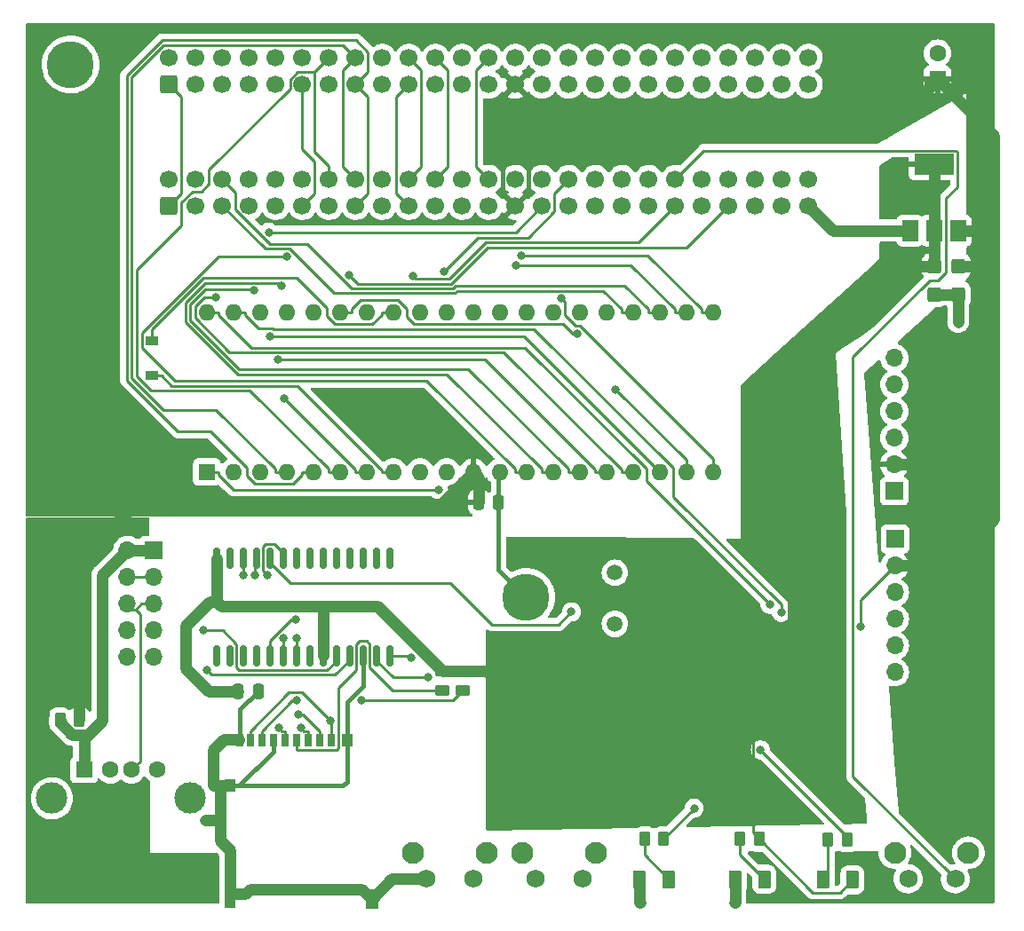
<source format=gbr>
%TF.GenerationSoftware,KiCad,Pcbnew,(6.0.7)*%
%TF.CreationDate,2023-01-02T01:59:54+00:00*%
%TF.ProjectId,CPC464-2MINIUSIFACII,43504334-3634-42d3-924d-494e49555349,rev?*%
%TF.SameCoordinates,Original*%
%TF.FileFunction,Copper,L1,Top*%
%TF.FilePolarity,Positive*%
%FSLAX46Y46*%
G04 Gerber Fmt 4.6, Leading zero omitted, Abs format (unit mm)*
G04 Created by KiCad (PCBNEW (6.0.7)) date 2023-01-02 01:59:54*
%MOMM*%
%LPD*%
G01*
G04 APERTURE LIST*
G04 Aperture macros list*
%AMRoundRect*
0 Rectangle with rounded corners*
0 $1 Rounding radius*
0 $2 $3 $4 $5 $6 $7 $8 $9 X,Y pos of 4 corners*
0 Add a 4 corners polygon primitive as box body*
4,1,4,$2,$3,$4,$5,$6,$7,$8,$9,$2,$3,0*
0 Add four circle primitives for the rounded corners*
1,1,$1+$1,$2,$3*
1,1,$1+$1,$4,$5*
1,1,$1+$1,$6,$7*
1,1,$1+$1,$8,$9*
0 Add four rect primitives between the rounded corners*
20,1,$1+$1,$2,$3,$4,$5,0*
20,1,$1+$1,$4,$5,$6,$7,0*
20,1,$1+$1,$6,$7,$8,$9,0*
20,1,$1+$1,$8,$9,$2,$3,0*%
G04 Aperture macros list end*
%TA.AperFunction,ComponentPad*%
%ADD10C,4.500000*%
%TD*%
%TA.AperFunction,ComponentPad*%
%ADD11C,2.100000*%
%TD*%
%TA.AperFunction,ComponentPad*%
%ADD12C,1.750000*%
%TD*%
%TA.AperFunction,ComponentPad*%
%ADD13RoundRect,0.250000X0.600000X-0.600000X0.600000X0.600000X-0.600000X0.600000X-0.600000X-0.600000X0*%
%TD*%
%TA.AperFunction,ComponentPad*%
%ADD14C,1.700000*%
%TD*%
%TA.AperFunction,ComponentPad*%
%ADD15C,1.500000*%
%TD*%
%TA.AperFunction,SMDPad,CuDef*%
%ADD16RoundRect,0.250000X-0.262500X-0.450000X0.262500X-0.450000X0.262500X0.450000X-0.262500X0.450000X0*%
%TD*%
%TA.AperFunction,SMDPad,CuDef*%
%ADD17RoundRect,0.250000X-0.425000X0.450000X-0.425000X-0.450000X0.425000X-0.450000X0.425000X0.450000X0*%
%TD*%
%TA.AperFunction,SMDPad,CuDef*%
%ADD18R,1.200000X0.900000*%
%TD*%
%TA.AperFunction,ComponentPad*%
%ADD19R,1.700000X1.700000*%
%TD*%
%TA.AperFunction,ComponentPad*%
%ADD20O,1.700000X1.700000*%
%TD*%
%TA.AperFunction,SMDPad,CuDef*%
%ADD21R,0.700000X1.200000*%
%TD*%
%TA.AperFunction,SMDPad,CuDef*%
%ADD22R,1.000000X0.800000*%
%TD*%
%TA.AperFunction,SMDPad,CuDef*%
%ADD23R,1.000000X2.800000*%
%TD*%
%TA.AperFunction,SMDPad,CuDef*%
%ADD24R,1.300000X1.900000*%
%TD*%
%TA.AperFunction,SMDPad,CuDef*%
%ADD25R,1.000000X1.200000*%
%TD*%
%TA.AperFunction,SMDPad,CuDef*%
%ADD26RoundRect,0.250000X-0.375000X-0.625000X0.375000X-0.625000X0.375000X0.625000X-0.375000X0.625000X0*%
%TD*%
%TA.AperFunction,SMDPad,CuDef*%
%ADD27R,1.500000X2.000000*%
%TD*%
%TA.AperFunction,SMDPad,CuDef*%
%ADD28R,3.800000X2.000000*%
%TD*%
%TA.AperFunction,SMDPad,CuDef*%
%ADD29RoundRect,0.250000X0.450000X-0.262500X0.450000X0.262500X-0.450000X0.262500X-0.450000X-0.262500X0*%
%TD*%
%TA.AperFunction,SMDPad,CuDef*%
%ADD30RoundRect,0.250000X-0.250000X-0.475000X0.250000X-0.475000X0.250000X0.475000X-0.250000X0.475000X0*%
%TD*%
%TA.AperFunction,ComponentPad*%
%ADD31R,1.600000X1.600000*%
%TD*%
%TA.AperFunction,ComponentPad*%
%ADD32C,1.600000*%
%TD*%
%TA.AperFunction,ComponentPad*%
%ADD33R,1.600000X1.500000*%
%TD*%
%TA.AperFunction,ComponentPad*%
%ADD34C,3.000000*%
%TD*%
%TA.AperFunction,SMDPad,CuDef*%
%ADD35RoundRect,0.150000X0.150000X-0.875000X0.150000X0.875000X-0.150000X0.875000X-0.150000X-0.875000X0*%
%TD*%
%TA.AperFunction,ComponentPad*%
%ADD36O,1.600000X1.600000*%
%TD*%
%TA.AperFunction,ViaPad*%
%ADD37C,0.800000*%
%TD*%
%TA.AperFunction,Conductor*%
%ADD38C,0.250000*%
%TD*%
%TA.AperFunction,Conductor*%
%ADD39C,1.080000*%
%TD*%
%TA.AperFunction,Conductor*%
%ADD40C,0.400000*%
%TD*%
G04 APERTURE END LIST*
D10*
%TO.P,H7,1,1*%
%TO.N,GND*%
X81706800Y-76779200D03*
%TD*%
D11*
%TO.P,SW1052,*%
%TO.N,*%
X88346600Y-101167400D03*
X81336600Y-101167400D03*
D12*
%TO.P,SW1052,1*%
%TO.N,DSKSWAP*%
X87096600Y-103657400D03*
%TO.P,SW1052,2*%
%TO.N,GND*%
X82596600Y-103657400D03*
%TD*%
D13*
%TO.P,CE1050,1,Pin_1*%
%TO.N,SOUND*%
X47675800Y-27889200D03*
D14*
%TO.P,CE1050,2,Pin_2*%
%TO.N,GND*%
X47675800Y-25349200D03*
%TO.P,CE1050,3,Pin_3*%
%TO.N,/Expansion Ports/A15*%
X50215800Y-27889200D03*
%TO.P,CE1050,4,Pin_4*%
%TO.N,/Expansion Ports/A14*%
X50215800Y-25349200D03*
%TO.P,CE1050,5,Pin_5*%
%TO.N,/Expansion Ports/A13*%
X52755800Y-27889200D03*
%TO.P,CE1050,6,Pin_6*%
%TO.N,/Expansion Ports/A12*%
X52755800Y-25349200D03*
%TO.P,CE1050,7,Pin_7*%
%TO.N,/Expansion Ports/A11*%
X55295800Y-27889200D03*
%TO.P,CE1050,8,Pin_8*%
%TO.N,/Expansion Ports/A10*%
X55295800Y-25349200D03*
%TO.P,CE1050,9,Pin_9*%
%TO.N,/Expansion Ports/A9*%
X57835800Y-27889200D03*
%TO.P,CE1050,10,Pin_10*%
%TO.N,/Expansion Ports/A8*%
X57835800Y-25349200D03*
%TO.P,CE1050,11,Pin_11*%
%TO.N,/Expansion Ports/A7*%
X60375800Y-27889200D03*
%TO.P,CE1050,12,Pin_12*%
%TO.N,/Expansion Ports/A6*%
X60375800Y-25349200D03*
%TO.P,CE1050,13,Pin_13*%
%TO.N,/Expansion Ports/A5*%
X62915800Y-27889200D03*
%TO.P,CE1050,14,Pin_14*%
%TO.N,/Expansion Ports/A4*%
X62915800Y-25349200D03*
%TO.P,CE1050,15,Pin_15*%
%TO.N,/Expansion Ports/A3*%
X65455800Y-27889200D03*
%TO.P,CE1050,16,Pin_16*%
%TO.N,/Expansion Ports/A2*%
X65455800Y-25349200D03*
%TO.P,CE1050,17,Pin_17*%
%TO.N,/Expansion Ports/A1*%
X67995800Y-27889200D03*
%TO.P,CE1050,18,Pin_18*%
%TO.N,/Expansion Ports/A0*%
X67995800Y-25349200D03*
%TO.P,CE1050,19,Pin_19*%
%TO.N,/Expansion Ports/D7*%
X70535800Y-27889200D03*
%TO.P,CE1050,20,Pin_20*%
%TO.N,/Expansion Ports/D6*%
X70535800Y-25349200D03*
%TO.P,CE1050,21,Pin_21*%
%TO.N,/Expansion Ports/D5*%
X73075800Y-27889200D03*
%TO.P,CE1050,22,Pin_22*%
%TO.N,/Expansion Ports/D4*%
X73075800Y-25349200D03*
%TO.P,CE1050,23,Pin_23*%
%TO.N,/Expansion Ports/D3*%
X75615800Y-27889200D03*
%TO.P,CE1050,24,Pin_24*%
%TO.N,/Expansion Ports/D2*%
X75615800Y-25349200D03*
%TO.P,CE1050,25,Pin_25*%
%TO.N,/Expansion Ports/D1*%
X78155800Y-27889200D03*
%TO.P,CE1050,26,Pin_26*%
%TO.N,/Expansion Ports/D0*%
X78155800Y-25349200D03*
%TO.P,CE1050,27,Pin_27*%
%TO.N,+5V*%
X80695800Y-27889200D03*
%TO.P,CE1050,28,Pin_28*%
%TO.N,MREQ*%
X80695800Y-25349200D03*
%TO.P,CE1050,29,Pin_29*%
%TO.N,M1*%
X83235800Y-27889200D03*
%TO.P,CE1050,30,Pin_30*%
%TO.N,RFSH*%
X83235800Y-25349200D03*
%TO.P,CE1050,31,Pin_31*%
%TO.N,IORQ*%
X85775800Y-27889200D03*
%TO.P,CE1050,32,Pin_32*%
%TO.N,RD*%
X85775800Y-25349200D03*
%TO.P,CE1050,33,Pin_33*%
%TO.N,WR*%
X88315800Y-27889200D03*
%TO.P,CE1050,34,Pin_34*%
%TO.N,HALT*%
X88315800Y-25349200D03*
%TO.P,CE1050,35,Pin_35*%
%TO.N,INT*%
X90855800Y-27889200D03*
%TO.P,CE1050,36,Pin_36*%
%TO.N,NMI*%
X90855800Y-25349200D03*
%TO.P,CE1050,37,Pin_37*%
%TO.N,BUSRQ*%
X93395800Y-27889200D03*
%TO.P,CE1050,38,Pin_38*%
%TO.N,BUSAK*%
X93395800Y-25349200D03*
%TO.P,CE1050,39,Pin_39*%
%TO.N,READY*%
X95935800Y-27889200D03*
%TO.P,CE1050,40,Pin_40*%
%TO.N,BUS*%
X95935800Y-25349200D03*
%TO.P,CE1050,41,Pin_41*%
%TO.N,RESET*%
X98475800Y-27889200D03*
%TO.P,CE1050,42,Pin_42*%
%TO.N,ROMEN*%
X98475800Y-25349200D03*
%TO.P,CE1050,43,Pin_43*%
%TO.N,ROMDIS*%
X101015800Y-27889200D03*
%TO.P,CE1050,44,Pin_44*%
%TO.N,RAMRD*%
X101015800Y-25349200D03*
%TO.P,CE1050,45,Pin_45*%
%TO.N,RAMDIS*%
X103555800Y-27889200D03*
%TO.P,CE1050,46,Pin_46*%
%TO.N,CURSOR*%
X103555800Y-25349200D03*
%TO.P,CE1050,47,Pin_47*%
%TO.N,LPEN*%
X106095800Y-27889200D03*
%TO.P,CE1050,48,Pin_48*%
%TO.N,EXP*%
X106095800Y-25349200D03*
%TO.P,CE1050,49,Pin_49*%
%TO.N,GND*%
X108635800Y-27889200D03*
%TO.P,CE1050,50,Pin_50*%
%TO.N,A100*%
X108635800Y-25349200D03*
%TD*%
D15*
%TO.P,Y1060,1,1*%
%TO.N,Net-(IC1061-Pad14)*%
X90180000Y-74450000D03*
%TO.P,Y1060,2,2*%
%TO.N,Net-(IC1061-Pad13)*%
X90180000Y-79330000D03*
%TD*%
D10*
%TO.P,H1,1,1*%
%TO.N,GND*%
X38272800Y-25979200D03*
%TD*%
D16*
%TO.P,R1061,1*%
%TO.N,Net-(J1060-Pad1)*%
X37277500Y-88490000D03*
%TO.P,R1061,2*%
%TO.N,+5V*%
X39102500Y-88490000D03*
%TD*%
%TO.P,R1050,1*%
%TO.N,Net-(D1050-Pad2)*%
X93016700Y-99872800D03*
%TO.P,R1050,2*%
%TO.N,+5V*%
X94841700Y-99872800D03*
%TD*%
D17*
%TO.P,C1060,1*%
%TO.N,+5V*%
X122910600Y-45208200D03*
%TO.P,C1060,2*%
%TO.N,GND*%
X122910600Y-47908200D03*
%TD*%
D18*
%TO.P,D1053,1,K*%
%TO.N,DSKSWAP*%
X46020000Y-52340000D03*
%TO.P,D1053,2,A*%
%TO.N,READY*%
X46020000Y-55640000D03*
%TD*%
D19*
%TO.P,J1062,1,Pin_1*%
%TO.N,Net-(J1060-Pad1)*%
X46235000Y-72290000D03*
D20*
%TO.P,J1062,2,Pin_2*%
X43695000Y-72290000D03*
%TO.P,J1062,3,Pin_3*%
%TO.N,UDN*%
X46235000Y-74830000D03*
%TO.P,J1062,4,Pin_4*%
X43695000Y-74830000D03*
%TO.P,J1062,5,Pin_5*%
%TO.N,UDP*%
X46235000Y-77370000D03*
%TO.P,J1062,6,Pin_6*%
X43695000Y-77370000D03*
%TO.P,J1062,7,Pin_7*%
%TO.N,GND*%
X46235000Y-79910000D03*
%TO.P,J1062,8,Pin_8*%
X43695000Y-79910000D03*
%TO.P,J1062,9,Pin_9*%
%TO.N,unconnected-(J1062-Pad9)*%
X46235000Y-82450000D03*
%TO.P,J1062,10,Pin_10*%
%TO.N,unconnected-(J1062-Pad10)*%
X43695000Y-82450000D03*
%TD*%
D21*
%TO.P,J1061,1,DAT2*%
%TO.N,Net-(J1061-Pad1)*%
X63095400Y-90470200D03*
%TO.P,J1061,2,DAT3/CD*%
%TO.N,Net-(IC1061-Pad23)*%
X61995400Y-90470200D03*
%TO.P,J1061,3,CMD*%
%TO.N,Net-(IC1061-Pad25)*%
X60895400Y-90470200D03*
%TO.P,J1061,4,VDD*%
%TO.N,Net-(J1061-Pad4)*%
X59795400Y-90470200D03*
%TO.P,J1061,5,CLK*%
%TO.N,Net-(IC1061-Pad26)*%
X58695400Y-90470200D03*
%TO.P,J1061,6,VSS*%
%TO.N,GND*%
X57595400Y-90470200D03*
%TO.P,J1061,7,DAT0*%
%TO.N,Net-(IC1061-Pad7)*%
X56495400Y-90470200D03*
%TO.P,J1061,8,DAT1*%
%TO.N,Net-(J1061-Pad1)*%
X55395400Y-90470200D03*
%TO.P,J1061,9,SHIELD*%
%TO.N,GND*%
X54445400Y-90470200D03*
D22*
%TO.P,J1061,10,SHIELD*%
X53495400Y-100970200D03*
D23*
%TO.P,J1061,11,SHIELD*%
X53495400Y-105120200D03*
D24*
X66995400Y-105570200D03*
D25*
X64645400Y-90470200D03*
X53495400Y-94770200D03*
%TD*%
D26*
%TO.P,D1051,1,K*%
%TO.N,GND*%
X101622400Y-103708200D03*
%TO.P,D1051,2,A*%
%TO.N,Net-(D1051-Pad2)*%
X104422400Y-103708200D03*
%TD*%
D19*
%TO.P,J1050,1,Pin_1*%
%TO.N,unconnected-(J1050-Pad1)*%
X116815400Y-66675000D03*
D20*
%TO.P,J1050,2,Pin_2*%
%TO.N,+5V*%
X116815400Y-64135000D03*
%TO.P,J1050,3,Pin_3*%
%TO.N,GND*%
X116815400Y-61595000D03*
%TO.P,J1050,4,Pin_4*%
%TO.N,URX*%
X116815400Y-59055000D03*
%TO.P,J1050,5,Pin_5*%
%TO.N,UTX*%
X116815400Y-56515000D03*
%TO.P,J1050,6,Pin_6*%
%TO.N,unconnected-(J1050-Pad6)*%
X116815400Y-53975000D03*
%TD*%
D11*
%TO.P,SW1050,*%
%TO.N,*%
X116871200Y-101167400D03*
X123881200Y-101167400D03*
D12*
%TO.P,SW1050,1*%
%TO.N,BUS*%
X122631200Y-103657400D03*
%TO.P,SW1050,2*%
%TO.N,GND*%
X118131200Y-103657400D03*
%TD*%
D16*
%TO.P,R1051,1*%
%TO.N,Net-(D1051-Pad2)*%
X102089900Y-99872800D03*
%TO.P,R1051,2*%
%TO.N,+3.3V*%
X103914900Y-99872800D03*
%TD*%
D17*
%TO.P,C1061,1*%
%TO.N,+3.3V*%
X120599200Y-45208200D03*
%TO.P,C1061,2*%
%TO.N,GND*%
X120599200Y-47908200D03*
%TD*%
D27*
%TO.P,IC1060,1,GND*%
%TO.N,GND*%
X118299200Y-41808800D03*
D28*
%TO.P,IC1060,2,VO*%
%TO.N,+3.3V*%
X120599200Y-35508800D03*
D27*
X120599200Y-41808800D03*
%TO.P,IC1060,3,VI*%
%TO.N,+5V*%
X122899200Y-41808800D03*
%TD*%
D13*
%TO.P,CE1051,1,Pin_1*%
%TO.N,SOUND*%
X47675800Y-39436700D03*
D14*
%TO.P,CE1051,2,Pin_2*%
%TO.N,GND*%
X47675800Y-36896700D03*
%TO.P,CE1051,3,Pin_3*%
%TO.N,/Expansion Ports/A15*%
X50215800Y-39436700D03*
%TO.P,CE1051,4,Pin_4*%
%TO.N,/Expansion Ports/A14*%
X50215800Y-36896700D03*
%TO.P,CE1051,5,Pin_5*%
%TO.N,/Expansion Ports/A13*%
X52755800Y-39436700D03*
%TO.P,CE1051,6,Pin_6*%
%TO.N,/Expansion Ports/A12*%
X52755800Y-36896700D03*
%TO.P,CE1051,7,Pin_7*%
%TO.N,/Expansion Ports/A11*%
X55295800Y-39436700D03*
%TO.P,CE1051,8,Pin_8*%
%TO.N,/Expansion Ports/A10*%
X55295800Y-36896700D03*
%TO.P,CE1051,9,Pin_9*%
%TO.N,/Expansion Ports/A9*%
X57835800Y-39436700D03*
%TO.P,CE1051,10,Pin_10*%
%TO.N,/Expansion Ports/A8*%
X57835800Y-36896700D03*
%TO.P,CE1051,11,Pin_11*%
%TO.N,/Expansion Ports/A7*%
X60375800Y-39436700D03*
%TO.P,CE1051,12,Pin_12*%
%TO.N,/Expansion Ports/A6*%
X60375800Y-36896700D03*
%TO.P,CE1051,13,Pin_13*%
%TO.N,/Expansion Ports/A5*%
X62915800Y-39436700D03*
%TO.P,CE1051,14,Pin_14*%
%TO.N,/Expansion Ports/A4*%
X62915800Y-36896700D03*
%TO.P,CE1051,15,Pin_15*%
%TO.N,/Expansion Ports/A3*%
X65455800Y-39436700D03*
%TO.P,CE1051,16,Pin_16*%
%TO.N,/Expansion Ports/A2*%
X65455800Y-36896700D03*
%TO.P,CE1051,17,Pin_17*%
%TO.N,/Expansion Ports/A1*%
X67995800Y-39436700D03*
%TO.P,CE1051,18,Pin_18*%
%TO.N,/Expansion Ports/A0*%
X67995800Y-36896700D03*
%TO.P,CE1051,19,Pin_19*%
%TO.N,/Expansion Ports/D7*%
X70535800Y-39436700D03*
%TO.P,CE1051,20,Pin_20*%
%TO.N,/Expansion Ports/D6*%
X70535800Y-36896700D03*
%TO.P,CE1051,21,Pin_21*%
%TO.N,/Expansion Ports/D5*%
X73075800Y-39436700D03*
%TO.P,CE1051,22,Pin_22*%
%TO.N,/Expansion Ports/D4*%
X73075800Y-36896700D03*
%TO.P,CE1051,23,Pin_23*%
%TO.N,/Expansion Ports/D3*%
X75615800Y-39436700D03*
%TO.P,CE1051,24,Pin_24*%
%TO.N,/Expansion Ports/D2*%
X75615800Y-36896700D03*
%TO.P,CE1051,25,Pin_25*%
%TO.N,/Expansion Ports/D1*%
X78155800Y-39436700D03*
%TO.P,CE1051,26,Pin_26*%
%TO.N,/Expansion Ports/D0*%
X78155800Y-36896700D03*
%TO.P,CE1051,27,Pin_27*%
%TO.N,+5V*%
X80695800Y-39436700D03*
%TO.P,CE1051,28,Pin_28*%
%TO.N,MREQ*%
X80695800Y-36896700D03*
%TO.P,CE1051,29,Pin_29*%
%TO.N,M1*%
X83235800Y-39436700D03*
%TO.P,CE1051,30,Pin_30*%
%TO.N,RFSH*%
X83235800Y-36896700D03*
%TO.P,CE1051,31,Pin_31*%
%TO.N,IORQ*%
X85775800Y-39436700D03*
%TO.P,CE1051,32,Pin_32*%
%TO.N,RD*%
X85775800Y-36896700D03*
%TO.P,CE1051,33,Pin_33*%
%TO.N,WR*%
X88315800Y-39436700D03*
%TO.P,CE1051,34,Pin_34*%
%TO.N,HALT*%
X88315800Y-36896700D03*
%TO.P,CE1051,35,Pin_35*%
%TO.N,INT*%
X90855800Y-39436700D03*
%TO.P,CE1051,36,Pin_36*%
%TO.N,NMI*%
X90855800Y-36896700D03*
%TO.P,CE1051,37,Pin_37*%
%TO.N,BUSRQ*%
X93395800Y-39436700D03*
%TO.P,CE1051,38,Pin_38*%
%TO.N,BUSAK*%
X93395800Y-36896700D03*
%TO.P,CE1051,39,Pin_39*%
%TO.N,READY*%
X95935800Y-39436700D03*
%TO.P,CE1051,40,Pin_40*%
%TO.N,BUS*%
X95935800Y-36896700D03*
%TO.P,CE1051,41,Pin_41*%
%TO.N,RESET*%
X98475800Y-39436700D03*
%TO.P,CE1051,42,Pin_42*%
%TO.N,ROMEN*%
X98475800Y-36896700D03*
%TO.P,CE1051,43,Pin_43*%
%TO.N,ROMDIS*%
X101015800Y-39436700D03*
%TO.P,CE1051,44,Pin_44*%
%TO.N,RAMRD*%
X101015800Y-36896700D03*
%TO.P,CE1051,45,Pin_45*%
%TO.N,RAMDIS*%
X103555800Y-39436700D03*
%TO.P,CE1051,46,Pin_46*%
%TO.N,CURSOR*%
X103555800Y-36896700D03*
%TO.P,CE1051,47,Pin_47*%
%TO.N,LPEN*%
X106095800Y-39436700D03*
%TO.P,CE1051,48,Pin_48*%
%TO.N,EXP*%
X106095800Y-36896700D03*
%TO.P,CE1051,49,Pin_49*%
%TO.N,GND*%
X108635800Y-39436700D03*
%TO.P,CE1051,50,Pin_50*%
%TO.N,A100*%
X108635800Y-36896700D03*
%TD*%
D29*
%TO.P,R1062,1*%
%TO.N,Net-(J1061-Pad4)*%
X73683400Y-85658300D03*
%TO.P,R1062,2*%
%TO.N,+3.3V*%
X73683400Y-83833300D03*
%TD*%
D30*
%TO.P,C1062,1*%
%TO.N,+3.3V*%
X54269600Y-85775800D03*
%TO.P,C1062,2*%
%TO.N,GND*%
X56169600Y-85775800D03*
%TD*%
D31*
%TO.P,C1051,1*%
%TO.N,+5V*%
X120929400Y-27392000D03*
D32*
%TO.P,C1051,2*%
%TO.N,GND*%
X120929400Y-24892000D03*
%TD*%
D30*
%TO.P,C1050,1*%
%TO.N,+5V*%
X77193200Y-67735600D03*
%TO.P,C1050,2*%
%TO.N,GND*%
X79093200Y-67735600D03*
%TD*%
D33*
%TO.P,J1060,1,VBUS*%
%TO.N,Net-(J1060-Pad1)*%
X39578400Y-93268200D03*
D32*
%TO.P,J1060,2,D-*%
%TO.N,UDN*%
X42078400Y-93268200D03*
%TO.P,J1060,3,D+*%
%TO.N,UDP*%
X44078400Y-93268200D03*
%TO.P,J1060,4,GND*%
%TO.N,GND*%
X46578400Y-93268200D03*
D34*
%TO.P,J1060,5,Shield*%
X49648400Y-95978200D03*
X36508400Y-95978200D03*
%TD*%
D29*
%TO.P,R1063,1*%
%TO.N,Net-(J1061-Pad1)*%
X75690000Y-85658300D03*
%TO.P,R1063,2*%
%TO.N,+3.3V*%
X75690000Y-83833300D03*
%TD*%
D26*
%TO.P,D1060,1,K*%
%TO.N,Net-(D1060-Pad1)*%
X110024400Y-103759000D03*
%TO.P,D1060,2,A*%
%TO.N,+3.3V*%
X112824400Y-103759000D03*
%TD*%
D19*
%TO.P,J1051,1,Pin_1*%
%TO.N,MCLR*%
X116865400Y-71247000D03*
D20*
%TO.P,J1051,2,Pin_2*%
%TO.N,+5V*%
X116865400Y-73787000D03*
%TO.P,J1051,3,Pin_3*%
%TO.N,GND*%
X116865400Y-76327000D03*
%TO.P,J1051,4,Pin_4*%
%TO.N,/Expansion Ports/A15*%
X116865400Y-78867000D03*
%TO.P,J1051,5,Pin_5*%
%TO.N,/Expansion Ports/A14*%
X116865400Y-81407000D03*
%TO.P,J1051,6,Pin_6*%
%TO.N,unconnected-(J1051-Pad6)*%
X116865400Y-83947000D03*
%TD*%
D11*
%TO.P,SW1051,*%
%TO.N,*%
X70922600Y-101192800D03*
X77932600Y-101192800D03*
D12*
%TO.P,SW1051,1*%
%TO.N,READY*%
X76682600Y-103682800D03*
%TO.P,SW1051,2*%
%TO.N,GND*%
X72182600Y-103682800D03*
%TD*%
D16*
%TO.P,R1060,1*%
%TO.N,Net-(D1060-Pad1)*%
X110491900Y-99923600D03*
%TO.P,R1060,2*%
%TO.N,Net-(IC1061-Pad24)*%
X112316900Y-99923600D03*
%TD*%
D35*
%TO.P,IC1061,1,~{INT}*%
%TO.N,unconnected-(IC1061-Pad1)*%
X52195000Y-82360000D03*
%TO.P,IC1061,2,RSTI*%
%TO.N,unconnected-(IC1061-Pad2)*%
X53465000Y-82360000D03*
%TO.P,IC1061,3,~{WR}*%
%TO.N,unconnected-(IC1061-Pad3)*%
X54735000Y-82360000D03*
%TO.P,IC1061,4,~{RD}*%
%TO.N,unconnected-(IC1061-Pad4)*%
X56005000Y-82360000D03*
%TO.P,IC1061,5,TXD*%
%TO.N,URX*%
X57275000Y-82360000D03*
%TO.P,IC1061,6,RXD*%
%TO.N,UTX*%
X58545000Y-82360000D03*
%TO.P,IC1061,7,SD_DI*%
%TO.N,Net-(IC1061-Pad7)*%
X59815000Y-82360000D03*
%TO.P,IC1061,8,A0*%
%TO.N,unconnected-(IC1061-Pad8)*%
X61085000Y-82360000D03*
%TO.P,IC1061,9,V3*%
%TO.N,+3.3V*%
X62355000Y-82360000D03*
%TO.P,IC1061,10,UD+*%
%TO.N,UDP*%
X63625000Y-82360000D03*
%TO.P,IC1061,11,UD-*%
%TO.N,UDN*%
X64895000Y-82360000D03*
%TO.P,IC1061,12,GND*%
%TO.N,GND*%
X66165000Y-82360000D03*
%TO.P,IC1061,13,XI*%
%TO.N,Net-(IC1061-Pad13)*%
X67435000Y-82360000D03*
%TO.P,IC1061,14,XO*%
%TO.N,Net-(IC1061-Pad14)*%
X68705000Y-82360000D03*
%TO.P,IC1061,15,D0*%
%TO.N,unconnected-(IC1061-Pad15)*%
X68705000Y-73060000D03*
%TO.P,IC1061,16,D1*%
%TO.N,unconnected-(IC1061-Pad16)*%
X67435000Y-73060000D03*
%TO.P,IC1061,17,D2*%
%TO.N,unconnected-(IC1061-Pad17)*%
X66165000Y-73060000D03*
%TO.P,IC1061,18,D3/SCS*%
%TO.N,unconnected-(IC1061-Pad18)*%
X64895000Y-73060000D03*
%TO.P,IC1061,19,D4/BZ*%
%TO.N,unconnected-(IC1061-Pad19)*%
X63625000Y-73060000D03*
%TO.P,IC1061,20,D5/SCK*%
%TO.N,unconnected-(IC1061-Pad20)*%
X62355000Y-73060000D03*
%TO.P,IC1061,21,D6/SDI*%
%TO.N,unconnected-(IC1061-Pad21)*%
X61085000Y-73060000D03*
%TO.P,IC1061,22,D7/SDO*%
%TO.N,unconnected-(IC1061-Pad22)*%
X59815000Y-73060000D03*
%TO.P,IC1061,23,SD_CS*%
%TO.N,Net-(IC1061-Pad23)*%
X58545000Y-73060000D03*
%TO.P,IC1061,24,~{ACT}*%
%TO.N,Net-(IC1061-Pad24)*%
X57275000Y-73060000D03*
%TO.P,IC1061,25,SD_DO*%
%TO.N,Net-(IC1061-Pad25)*%
X56005000Y-73060000D03*
%TO.P,IC1061,26,SD_CK*%
%TO.N,Net-(IC1061-Pad26)*%
X54735000Y-73060000D03*
%TO.P,IC1061,27,~{PCS}*%
%TO.N,unconnected-(IC1061-Pad27)*%
X53465000Y-73060000D03*
%TO.P,IC1061,28,VCC*%
%TO.N,+3.3V*%
X52195000Y-73060000D03*
%TD*%
D31*
%TO.P,IC1050,1,RE3(Vpp)*%
%TO.N,MCLR*%
X51275000Y-64845000D03*
D36*
%TO.P,IC1050,2,RA0*%
%TO.N,/Expansion Ports/A0*%
X53815000Y-64845000D03*
%TO.P,IC1050,3,RA1*%
%TO.N,/Expansion Ports/A1*%
X56355000Y-64845000D03*
%TO.P,IC1050,4,RA2*%
%TO.N,/Expansion Ports/A2*%
X58895000Y-64845000D03*
%TO.P,IC1050,5,RA3*%
%TO.N,/Expansion Ports/A3*%
X61435000Y-64845000D03*
%TO.P,IC1050,6,RA4*%
%TO.N,/Expansion Ports/A4*%
X63975000Y-64845000D03*
%TO.P,IC1050,7,RA5*%
%TO.N,/Expansion Ports/A5*%
X66515000Y-64845000D03*
%TO.P,IC1050,8,RE0*%
%TO.N,READY*%
X69055000Y-64845000D03*
%TO.P,IC1050,9,RE1*%
%TO.N,unconnected-(IC1050-Pad9)*%
X71595000Y-64845000D03*
%TO.P,IC1050,10,RE2*%
%TO.N,RD*%
X74135000Y-64845000D03*
%TO.P,IC1050,11,VCC*%
%TO.N,+5V*%
X76675000Y-64845000D03*
%TO.P,IC1050,12,GND*%
%TO.N,GND*%
X79215000Y-64845000D03*
%TO.P,IC1050,13,RA7*%
%TO.N,/Expansion Ports/A7*%
X81755000Y-64845000D03*
%TO.P,IC1050,14,RA6*%
%TO.N,/Expansion Ports/A6*%
X84295000Y-64845000D03*
%TO.P,IC1050,15,RC0*%
%TO.N,/Expansion Ports/A8*%
X86835000Y-64845000D03*
%TO.P,IC1050,16,RC1*%
%TO.N,/Expansion Ports/A9*%
X89375000Y-64845000D03*
%TO.P,IC1050,17,RC2*%
%TO.N,/Expansion Ports/A10*%
X91915000Y-64845000D03*
%TO.P,IC1050,18,RC3*%
%TO.N,/Expansion Ports/A11*%
X94455000Y-64845000D03*
%TO.P,IC1050,19,RD0*%
%TO.N,/Expansion Ports/D0*%
X96995000Y-64845000D03*
%TO.P,IC1050,20,RD1*%
%TO.N,/Expansion Ports/D1*%
X99535000Y-64845000D03*
%TO.P,IC1050,21,RD2*%
%TO.N,/Expansion Ports/D2*%
X99535000Y-49605000D03*
%TO.P,IC1050,22,RD3*%
%TO.N,/Expansion Ports/D3*%
X96995000Y-49605000D03*
%TO.P,IC1050,23,RC4*%
%TO.N,/Expansion Ports/A12*%
X94455000Y-49605000D03*
%TO.P,IC1050,24,RC5*%
%TO.N,/Expansion Ports/A13*%
X91915000Y-49605000D03*
%TO.P,IC1050,25,RC6*%
%TO.N,IORQ*%
X89375000Y-49605000D03*
%TO.P,IC1050,26,RC7*%
%TO.N,ROMEN*%
X86835000Y-49605000D03*
%TO.P,IC1050,27,RD4*%
%TO.N,/Expansion Ports/D4*%
X84295000Y-49605000D03*
%TO.P,IC1050,28,RD5*%
%TO.N,/Expansion Ports/D5*%
X81755000Y-49605000D03*
%TO.P,IC1050,29,RD6*%
%TO.N,/Expansion Ports/D6*%
X79215000Y-49605000D03*
%TO.P,IC1050,30,RD7*%
%TO.N,/Expansion Ports/D7*%
X76675000Y-49605000D03*
%TO.P,IC1050,31,GND*%
%TO.N,GND*%
X74135000Y-49605000D03*
%TO.P,IC1050,32,VCC*%
%TO.N,+5V*%
X71595000Y-49605000D03*
%TO.P,IC1050,33,RB0*%
%TO.N,DSKSWAP*%
X69055000Y-49605000D03*
%TO.P,IC1050,34,RB1*%
%TO.N,URX*%
X66515000Y-49605000D03*
%TO.P,IC1050,35,RB2*%
%TO.N,UTX*%
X63975000Y-49605000D03*
%TO.P,IC1050,36,RB3*%
%TO.N,ROMDIS*%
X61435000Y-49605000D03*
%TO.P,IC1050,37,RB4*%
%TO.N,/Expansion Ports/A5*%
X58895000Y-49605000D03*
%TO.P,IC1050,38,RB5*%
%TO.N,M1*%
X56355000Y-49605000D03*
%TO.P,IC1050,39,RB6(icpclk)*%
%TO.N,/Expansion Ports/A14*%
X53815000Y-49605000D03*
%TO.P,IC1050,40,RB7(icspdat)*%
%TO.N,/Expansion Ports/A15*%
X51275000Y-49605000D03*
%TD*%
D26*
%TO.P,D1050,1,K*%
%TO.N,GND*%
X92549200Y-103708200D03*
%TO.P,D1050,2,A*%
%TO.N,Net-(D1050-Pad2)*%
X95349200Y-103708200D03*
%TD*%
D37*
%TO.N,Net-(J1061-Pad1)*%
X66010000Y-86636400D03*
X63020500Y-88557600D03*
%TO.N,Net-(IC1061-Pad26)*%
X54735000Y-74716300D03*
X58105200Y-89267400D03*
%TO.N,Net-(IC1061-Pad25)*%
X55825000Y-74700100D03*
X60248400Y-89243400D03*
%TO.N,Net-(IC1061-Pad24)*%
X86031400Y-78183200D03*
X104043900Y-91348800D03*
%TO.N,Net-(IC1061-Pad23)*%
X57066500Y-74705000D03*
X59984400Y-87942200D03*
%TO.N,Net-(IC1061-Pad14)*%
X70765900Y-82562900D03*
%TO.N,Net-(IC1061-Pad13)*%
X72351500Y-84452700D03*
%TO.N,UDN*%
X51285100Y-83727400D03*
%TO.N,UDP*%
X50983800Y-79925700D03*
%TO.N,Net-(IC1061-Pad7)*%
X59843600Y-80686900D03*
X59843600Y-86610300D03*
%TO.N,/Expansion Ports/D0*%
X90239900Y-56964800D03*
%TO.N,UTX*%
X58598000Y-80720400D03*
X86569500Y-51628600D03*
%TO.N,URX*%
X59790500Y-78939100D03*
%TO.N,MCLR*%
X73365000Y-66532500D03*
%TO.N,ROMDIS*%
X64809200Y-46028100D03*
%TO.N,READY*%
X70888300Y-46113900D03*
%TO.N,RD*%
X73884000Y-45698500D03*
%TO.N,M1*%
X57190100Y-41966400D03*
%TO.N,/Expansion Ports/D1*%
X85099300Y-48298600D03*
%TO.N,/Expansion Ports/D2*%
X81248000Y-44197800D03*
%TO.N,/Expansion Ports/D3*%
X80718100Y-45154800D03*
%TO.N,/Expansion Ports/A5*%
X58637500Y-57838100D03*
%TO.N,/Expansion Ports/A6*%
X58420400Y-47094600D03*
%TO.N,/Expansion Ports/A7*%
X58897900Y-44269500D03*
%TO.N,/Expansion Ports/A8*%
X55767200Y-47519600D03*
%TO.N,/Expansion Ports/A9*%
X58040000Y-54144600D03*
%TO.N,/Expansion Ports/A10*%
X52145800Y-48155100D03*
%TO.N,/Expansion Ports/A11*%
X57272800Y-51905100D03*
%TO.N,/Expansion Ports/A14*%
X106029400Y-78240900D03*
%TO.N,/Expansion Ports/A15*%
X104939400Y-77479700D03*
%TO.N,GND*%
X122900000Y-50520000D03*
X51110000Y-98050000D03*
X101579000Y-105969000D03*
X92611200Y-105969000D03*
%TO.N,+5V*%
X113597500Y-79622700D03*
X97727800Y-96927000D03*
%TD*%
D38*
%TO.N,Net-(J1061-Pad1)*%
X55395400Y-90470200D02*
X55395400Y-89545100D01*
X74711900Y-86636400D02*
X66010000Y-86636400D01*
X75690000Y-85658300D02*
X74711900Y-86636400D01*
X63095400Y-88632500D02*
X63020500Y-88557600D01*
X63095400Y-90470200D02*
X63095400Y-88632500D01*
X59083300Y-85857200D02*
X55395400Y-89545100D01*
X60320100Y-85857200D02*
X59083300Y-85857200D01*
X63020500Y-88557600D02*
X60320100Y-85857200D01*
%TO.N,Net-(D1051-Pad2)*%
X102089900Y-101375700D02*
X104422400Y-103708200D01*
X102089900Y-99872800D02*
X102089900Y-101375700D01*
%TO.N,Net-(J1061-Pad4)*%
X63609400Y-91395300D02*
X59795400Y-91395300D01*
X63820200Y-91184500D02*
X63609400Y-91395300D01*
X63820200Y-85449000D02*
X63820200Y-91184500D01*
X65530000Y-83739200D02*
X63820200Y-85449000D01*
X65530000Y-81268700D02*
X65530000Y-83739200D01*
X65820200Y-80978500D02*
X65530000Y-81268700D01*
X66497000Y-80978500D02*
X65820200Y-80978500D01*
X66800000Y-81281500D02*
X66497000Y-80978500D01*
X66800000Y-83474000D02*
X66800000Y-81281500D01*
X68984300Y-85658300D02*
X66800000Y-83474000D01*
X73683400Y-85658300D02*
X68984300Y-85658300D01*
X59795400Y-90470200D02*
X59795400Y-91395300D01*
D39*
%TO.N,Net-(J1060-Pad1)*%
X39578400Y-90251600D02*
X39900000Y-89930000D01*
X39578400Y-93268200D02*
X39578400Y-90251600D01*
X46235000Y-72290000D02*
X43695000Y-72290000D01*
X41299800Y-74685200D02*
X43695000Y-72290000D01*
X41299800Y-88530200D02*
X41299800Y-74685200D01*
X39900000Y-89930000D02*
X41299800Y-88530200D01*
X38429900Y-89930000D02*
X39900000Y-89930000D01*
X37277500Y-88777600D02*
X38429900Y-89930000D01*
X37277500Y-88490000D02*
X37277500Y-88777600D01*
D38*
%TO.N,Net-(IC1061-Pad26)*%
X58695400Y-90470200D02*
X58695400Y-89545100D01*
X58382900Y-89545100D02*
X58695400Y-89545100D01*
X58105200Y-89267400D02*
X58382900Y-89545100D01*
X54735000Y-73060000D02*
X54735000Y-74716300D01*
%TO.N,Net-(IC1061-Pad25)*%
X60895400Y-90470200D02*
X60895400Y-89545100D01*
X60550100Y-89545100D02*
X60248400Y-89243400D01*
X60895400Y-89545100D02*
X60550100Y-89545100D01*
X55825000Y-73240000D02*
X55825000Y-74700100D01*
X56005000Y-73060000D02*
X55825000Y-73240000D01*
%TO.N,Net-(IC1061-Pad24)*%
X84824600Y-79390000D02*
X86031400Y-78183200D01*
X78464200Y-79390000D02*
X84824600Y-79390000D01*
X74522700Y-75448500D02*
X78464200Y-79390000D01*
X59203500Y-75448500D02*
X74522700Y-75448500D01*
X57275000Y-73520000D02*
X59203500Y-75448500D01*
X57275000Y-73060000D02*
X57275000Y-73520000D01*
X112316900Y-99621800D02*
X112316900Y-99923600D01*
X104043900Y-91348800D02*
X112316900Y-99621800D01*
%TO.N,Net-(IC1061-Pad23)*%
X60392500Y-87942200D02*
X61995400Y-89545100D01*
X59984400Y-87942200D02*
X60392500Y-87942200D01*
X61995400Y-90470200D02*
X61995400Y-89545100D01*
X56640000Y-74278500D02*
X57066500Y-74705000D01*
X56640000Y-71943600D02*
X56640000Y-74278500D01*
X56874400Y-71709200D02*
X56640000Y-71943600D01*
X57700800Y-71709200D02*
X56874400Y-71709200D01*
X58545000Y-72553400D02*
X57700800Y-71709200D01*
X58545000Y-73060000D02*
X58545000Y-72553400D01*
%TO.N,Net-(IC1061-Pad14)*%
X70563000Y-82360000D02*
X70765900Y-82562900D01*
X68705000Y-82360000D02*
X70563000Y-82360000D01*
%TO.N,Net-(IC1061-Pad13)*%
X69030000Y-84452700D02*
X72351500Y-84452700D01*
X67435000Y-82857700D02*
X69030000Y-84452700D01*
X67435000Y-82360000D02*
X67435000Y-82857700D01*
%TO.N,UDN*%
X46235000Y-74830000D02*
X43695000Y-74830000D01*
X64895000Y-82799900D02*
X64895000Y-82360000D01*
X63517400Y-84177500D02*
X64895000Y-82799900D01*
X51735200Y-84177500D02*
X63517400Y-84177500D01*
X51285100Y-83727400D02*
X51735200Y-84177500D01*
%TO.N,UDP*%
X43695000Y-77370000D02*
X43695000Y-77957500D01*
X46235000Y-77370000D02*
X45059900Y-77370000D01*
X52770500Y-79925700D02*
X50983800Y-79925700D01*
X54109200Y-81264400D02*
X52770500Y-79925700D01*
X54109200Y-83502400D02*
X54109200Y-81264400D01*
X54334200Y-83727400D02*
X54109200Y-83502400D01*
X62753900Y-83727400D02*
X54334200Y-83727400D01*
X63625000Y-82856300D02*
X62753900Y-83727400D01*
X63625000Y-82360000D02*
X63625000Y-82856300D01*
X44908700Y-92437900D02*
X44078400Y-93268200D01*
X44908700Y-78393800D02*
X44908700Y-92437900D01*
X44472400Y-77957500D02*
X44908700Y-78393800D01*
X43695000Y-77957500D02*
X44472400Y-77957500D01*
X44472400Y-77957500D02*
X45059900Y-77370000D01*
%TO.N,Net-(IC1061-Pad7)*%
X56495400Y-90470200D02*
X56495400Y-89545100D01*
X59430200Y-86610300D02*
X59843600Y-86610300D01*
X56495400Y-89545100D02*
X59430200Y-86610300D01*
X59843600Y-82331400D02*
X59843600Y-80686900D01*
X59815000Y-82360000D02*
X59843600Y-82331400D01*
%TO.N,Net-(D1060-Pad1)*%
X110491900Y-103291500D02*
X110024400Y-103759000D01*
X110491900Y-99923600D02*
X110491900Y-103291500D01*
%TO.N,/Expansion Ports/D0*%
X76965200Y-26539800D02*
X78155800Y-25349200D01*
X76965200Y-35706100D02*
X76965200Y-26539800D01*
X78155800Y-36896700D02*
X76965200Y-35706100D01*
X96995000Y-64845000D02*
X96995000Y-63719900D01*
X96995000Y-63719900D02*
X90239900Y-56964800D01*
%TO.N,UTX*%
X58545000Y-80773400D02*
X58598000Y-80720400D01*
X58545000Y-82360000D02*
X58545000Y-80773400D01*
X86169900Y-51628600D02*
X86569500Y-51628600D01*
X85271400Y-50730100D02*
X86169900Y-51628600D01*
X71051100Y-50730100D02*
X85271400Y-50730100D01*
X70337400Y-50016400D02*
X71051100Y-50730100D01*
X70337400Y-49290000D02*
X70337400Y-50016400D01*
X69527200Y-48479800D02*
X70337400Y-49290000D01*
X65944000Y-48479800D02*
X69527200Y-48479800D01*
X65100100Y-49323700D02*
X65944000Y-48479800D01*
X65100100Y-49605000D02*
X65100100Y-49323700D01*
X63975000Y-49605000D02*
X65100100Y-49605000D01*
%TO.N,URX*%
X57275000Y-80959600D02*
X57275000Y-82360000D01*
X59295500Y-78939100D02*
X57275000Y-80959600D01*
X59790500Y-78939100D02*
X59295500Y-78939100D01*
%TO.N,MCLR*%
X53806300Y-66532500D02*
X73365000Y-66532500D01*
X52400100Y-65126300D02*
X53806300Y-66532500D01*
X52400100Y-64845000D02*
X52400100Y-65126300D01*
X51275000Y-64845000D02*
X52400100Y-64845000D01*
%TO.N,DSKSWAP*%
X46020000Y-52340000D02*
X46020000Y-51564900D01*
X69055000Y-49605000D02*
X67929900Y-49605000D01*
X46020000Y-51259500D02*
X46020000Y-51564900D01*
X50943400Y-46336100D02*
X46020000Y-51259500D01*
X59839300Y-46336100D02*
X50943400Y-46336100D01*
X62705000Y-49201800D02*
X59839300Y-46336100D01*
X62705000Y-49950600D02*
X62705000Y-49201800D01*
X63509500Y-50755100D02*
X62705000Y-49950600D01*
X67061100Y-50755100D02*
X63509500Y-50755100D01*
X67929900Y-49886300D02*
X67061100Y-50755100D01*
X67929900Y-49605000D02*
X67929900Y-49886300D01*
%TO.N,ROMDIS*%
X97043800Y-43408700D02*
X101015800Y-39436700D01*
X78032400Y-43408700D02*
X97043800Y-43408700D01*
X74567400Y-46873700D02*
X78032400Y-43408700D01*
X65654800Y-46873700D02*
X74567400Y-46873700D01*
X64809200Y-46028100D02*
X65654800Y-46873700D01*
%TO.N,BUS*%
X112856100Y-93882300D02*
X122631200Y-103657400D01*
X112856100Y-53889800D02*
X112856100Y-93882300D01*
X120187700Y-46558200D02*
X112856100Y-53889800D01*
X120991700Y-46558200D02*
X120187700Y-46558200D01*
X121754900Y-45795000D02*
X120991700Y-46558200D01*
X121754900Y-38727900D02*
X121754900Y-45795000D01*
X122824400Y-37658400D02*
X121754900Y-38727900D01*
X122824400Y-34335200D02*
X122824400Y-37658400D01*
X122672800Y-34183600D02*
X122824400Y-34335200D01*
X98648900Y-34183600D02*
X122672800Y-34183600D01*
X95935800Y-36896700D02*
X98648900Y-34183600D01*
%TO.N,READY*%
X69055000Y-64845000D02*
X67929900Y-64845000D01*
X46020000Y-55640000D02*
X46945100Y-55640000D01*
X67929900Y-64652700D02*
X67929900Y-64845000D01*
X59889000Y-56611800D02*
X67929900Y-64652700D01*
X47916900Y-56611800D02*
X59889000Y-56611800D01*
X46945100Y-55640000D02*
X47916900Y-56611800D01*
X71198000Y-46423600D02*
X70888300Y-46113900D01*
X74380800Y-46423600D02*
X71198000Y-46423600D01*
X77845900Y-42958500D02*
X74380800Y-46423600D01*
X92414000Y-42958500D02*
X77845900Y-42958500D01*
X95935800Y-39436700D02*
X92414000Y-42958500D01*
%TO.N,RD*%
X77074200Y-42508300D02*
X73884000Y-45698500D01*
X81911700Y-42508300D02*
X77074200Y-42508300D01*
X84411000Y-40009000D02*
X81911700Y-42508300D01*
X84411000Y-38261500D02*
X84411000Y-40009000D01*
X85775800Y-36896700D02*
X84411000Y-38261500D01*
%TO.N,M1*%
X80706100Y-41966400D02*
X57190100Y-41966400D01*
X83235800Y-39436700D02*
X80706100Y-41966400D01*
%TO.N,/Expansion Ports/D1*%
X99535000Y-64845000D02*
X99535000Y-63719900D01*
X85420200Y-48619500D02*
X85099300Y-48298600D01*
X85420200Y-49886400D02*
X85420200Y-48619500D01*
X86437300Y-50903500D02*
X85420200Y-49886400D01*
X86869900Y-50903500D02*
X86437300Y-50903500D01*
X99535000Y-63568600D02*
X86869900Y-50903500D01*
X99535000Y-63719900D02*
X99535000Y-63568600D01*
%TO.N,/Expansion Ports/D2*%
X93284000Y-44197800D02*
X81248000Y-44197800D01*
X98409900Y-49323700D02*
X93284000Y-44197800D01*
X98409900Y-49605000D02*
X98409900Y-49323700D01*
X99535000Y-49605000D02*
X98409900Y-49605000D01*
%TO.N,/Expansion Ports/D3*%
X96995000Y-49605000D02*
X95869900Y-49605000D01*
X91701000Y-45154800D02*
X80718100Y-45154800D01*
X95869900Y-49323700D02*
X91701000Y-45154800D01*
X95869900Y-49605000D02*
X95869900Y-49323700D01*
%TO.N,/Expansion Ports/D4*%
X74266400Y-26539800D02*
X73075800Y-25349200D01*
X74266400Y-35706100D02*
X74266400Y-26539800D01*
X73075800Y-36896700D02*
X74266400Y-35706100D01*
%TO.N,/Expansion Ports/D6*%
X71726400Y-26539800D02*
X70535800Y-25349200D01*
X71726400Y-35706100D02*
X71726400Y-26539800D01*
X70535800Y-36896700D02*
X71726400Y-35706100D01*
%TO.N,/Expansion Ports/D7*%
X69345200Y-29079800D02*
X70535800Y-27889200D01*
X69345200Y-38246100D02*
X69345200Y-29079800D01*
X70535800Y-39436700D02*
X69345200Y-38246100D01*
%TO.N,/Expansion Ports/A2*%
X64265200Y-26539800D02*
X65455800Y-25349200D01*
X64265200Y-35706100D02*
X64265200Y-26539800D01*
X65455800Y-36896700D02*
X64265200Y-35706100D01*
X58895000Y-64845000D02*
X57769900Y-64845000D01*
X57769900Y-64563700D02*
X57769900Y-64845000D01*
X52171900Y-58965700D02*
X57769900Y-64563700D01*
X47158900Y-58965700D02*
X52171900Y-58965700D01*
X44112300Y-55919100D02*
X47158900Y-58965700D01*
X44112300Y-27203900D02*
X44112300Y-55919100D01*
X47147400Y-24168800D02*
X44112300Y-27203900D01*
X64275400Y-24168800D02*
X47147400Y-24168800D01*
X65455800Y-25349200D02*
X64275400Y-24168800D01*
%TO.N,/Expansion Ports/A3*%
X66646400Y-29079800D02*
X65455800Y-27889200D01*
X66646400Y-38246100D02*
X66646400Y-29079800D01*
X65455800Y-39436700D02*
X66646400Y-38246100D01*
X61435000Y-64845000D02*
X60309900Y-64845000D01*
X60309900Y-65126300D02*
X60309900Y-64845000D01*
X59463500Y-65972700D02*
X60309900Y-65126300D01*
X55888200Y-65972700D02*
X59463500Y-65972700D01*
X55085000Y-65169500D02*
X55888200Y-65972700D01*
X55085000Y-64444700D02*
X55085000Y-65169500D01*
X51628000Y-60987700D02*
X55085000Y-64444700D01*
X48528500Y-60987700D02*
X51628000Y-60987700D01*
X43642400Y-56101600D02*
X48528500Y-60987700D01*
X43642400Y-27029100D02*
X43642400Y-56101600D01*
X47011600Y-23659900D02*
X43642400Y-27029100D01*
X65513000Y-23659900D02*
X47011600Y-23659900D01*
X66631000Y-24777900D02*
X65513000Y-23659900D01*
X66631000Y-26714000D02*
X66631000Y-24777900D01*
X65455800Y-27889200D02*
X66631000Y-26714000D01*
%TO.N,/Expansion Ports/A4*%
X63975000Y-64845000D02*
X62849900Y-64845000D01*
X61551000Y-26714000D02*
X62915800Y-25349200D01*
X61551000Y-26714100D02*
X61551000Y-26714000D01*
X61551000Y-34258900D02*
X61551000Y-26714100D01*
X62915800Y-35623700D02*
X61551000Y-34258900D01*
X62915800Y-36896700D02*
X62915800Y-35623700D01*
X62849900Y-64563700D02*
X62849900Y-64845000D01*
X55348100Y-57061900D02*
X62849900Y-64563700D01*
X45932000Y-57061900D02*
X55348100Y-57061900D01*
X44578800Y-55708700D02*
X45932000Y-57061900D01*
X44578800Y-45561500D02*
X44578800Y-55708700D01*
X48852000Y-41288300D02*
X44578800Y-45561500D01*
X48852000Y-39121200D02*
X48852000Y-41288300D01*
X49901300Y-38071900D02*
X48852000Y-39121200D01*
X50741600Y-38071900D02*
X49901300Y-38071900D01*
X51485800Y-37327700D02*
X50741600Y-38071900D01*
X51485800Y-36021800D02*
X51485800Y-37327700D01*
X59200600Y-28307000D02*
X51485800Y-36021800D01*
X59200600Y-27399500D02*
X59200600Y-28307000D01*
X59886000Y-26714100D02*
X59200600Y-27399500D01*
X61551000Y-26714100D02*
X59886000Y-26714100D01*
%TO.N,/Expansion Ports/A5*%
X66515000Y-64845000D02*
X65389900Y-64845000D01*
X65389900Y-64590500D02*
X65389900Y-64845000D01*
X58637500Y-57838100D02*
X65389900Y-64590500D01*
%TO.N,/Expansion Ports/A6*%
X84295000Y-64845000D02*
X83169900Y-64845000D01*
X83169900Y-64563600D02*
X83169900Y-64845000D01*
X74147100Y-55540800D02*
X83169900Y-64563600D01*
X54219900Y-55540800D02*
X74147100Y-55540800D01*
X49244100Y-50565000D02*
X54219900Y-55540800D01*
X49244100Y-48678000D02*
X49244100Y-50565000D01*
X51128600Y-46793500D02*
X49244100Y-48678000D01*
X58119300Y-46793500D02*
X51128600Y-46793500D01*
X58420400Y-47094600D02*
X58119300Y-46793500D01*
%TO.N,/Expansion Ports/A7*%
X60375800Y-34038400D02*
X60375800Y-27889200D01*
X61551000Y-35213600D02*
X60375800Y-34038400D01*
X61551000Y-38261500D02*
X61551000Y-35213600D01*
X60375800Y-39436700D02*
X61551000Y-38261500D01*
X52357500Y-44269500D02*
X58897900Y-44269500D01*
X45084000Y-51543000D02*
X52357500Y-44269500D01*
X45084000Y-52975500D02*
X45084000Y-51543000D01*
X48270100Y-56161600D02*
X45084000Y-52975500D01*
X72227800Y-56161600D02*
X48270100Y-56161600D01*
X80629900Y-64563700D02*
X72227800Y-56161600D01*
X80629900Y-64845000D02*
X80629900Y-64563700D01*
X81755000Y-64845000D02*
X80629900Y-64845000D01*
%TO.N,/Expansion Ports/A8*%
X55677600Y-47430000D02*
X55767200Y-47519600D01*
X51142800Y-47430000D02*
X55677600Y-47430000D01*
X49696400Y-48876400D02*
X51142800Y-47430000D01*
X49696400Y-50380600D02*
X49696400Y-48876400D01*
X54352000Y-55036200D02*
X49696400Y-50380600D01*
X76182400Y-55036200D02*
X54352000Y-55036200D01*
X85709900Y-64563700D02*
X76182400Y-55036200D01*
X85709900Y-64845000D02*
X85709900Y-64563700D01*
X86835000Y-64845000D02*
X85709900Y-64845000D01*
%TO.N,/Expansion Ports/A9*%
X89375000Y-64845000D02*
X88249900Y-64845000D01*
X77782600Y-54144600D02*
X58040000Y-54144600D01*
X88249900Y-64611900D02*
X77782600Y-54144600D01*
X88249900Y-64845000D02*
X88249900Y-64611900D01*
%TO.N,/Expansion Ports/A10*%
X91915000Y-64845000D02*
X90789900Y-64845000D01*
X51062900Y-48155100D02*
X52145800Y-48155100D01*
X50146600Y-49071400D02*
X51062900Y-48155100D01*
X50146600Y-50135600D02*
X50146600Y-49071400D01*
X53430400Y-53419400D02*
X50146600Y-50135600D01*
X79568600Y-53419400D02*
X53430400Y-53419400D01*
X90789900Y-64640700D02*
X79568600Y-53419400D01*
X90789900Y-64845000D02*
X90789900Y-64640700D01*
%TO.N,/Expansion Ports/A11*%
X81515100Y-51905100D02*
X57272800Y-51905100D01*
X94455000Y-64845000D02*
X81515100Y-51905100D01*
%TO.N,/Expansion Ports/A12*%
X94455000Y-49605000D02*
X93329900Y-49605000D01*
X93329900Y-49323700D02*
X93329900Y-49605000D01*
X91067400Y-47061200D02*
X93329900Y-49323700D01*
X75016500Y-47061200D02*
X91067400Y-47061200D01*
X74753900Y-47323800D02*
X75016500Y-47061200D01*
X65079500Y-47323800D02*
X74753900Y-47323800D01*
X60850000Y-43094300D02*
X65079500Y-47323800D01*
X57286800Y-43094300D02*
X60850000Y-43094300D01*
X54025800Y-39833300D02*
X57286800Y-43094300D01*
X54025800Y-38166700D02*
X54025800Y-39833300D01*
X52755800Y-36896700D02*
X54025800Y-38166700D01*
%TO.N,/Expansion Ports/A13*%
X91915000Y-49605000D02*
X90789900Y-49605000D01*
X90789900Y-49323700D02*
X90789900Y-49605000D01*
X89039600Y-47573400D02*
X90789900Y-49323700D01*
X75140900Y-47573400D02*
X89039600Y-47573400D01*
X74940400Y-47773900D02*
X75140900Y-47573400D01*
X63427800Y-47773900D02*
X74940400Y-47773900D01*
X59198300Y-43544400D02*
X63427800Y-47773900D01*
X56863500Y-43544400D02*
X59198300Y-43544400D01*
X52755800Y-39436700D02*
X56863500Y-43544400D01*
%TO.N,/Expansion Ports/A14*%
X53815000Y-49605000D02*
X54940100Y-49605000D01*
X54940100Y-49886300D02*
X54940100Y-49605000D01*
X56233800Y-51180000D02*
X54940100Y-49886300D01*
X57573200Y-51180000D02*
X56233800Y-51180000D01*
X57598500Y-51205300D02*
X57573200Y-51180000D01*
X82481100Y-51205300D02*
X57598500Y-51205300D01*
X95725000Y-64449200D02*
X82481100Y-51205300D01*
X95725000Y-67200300D02*
X95725000Y-64449200D01*
X106029400Y-77504700D02*
X95725000Y-67200300D01*
X106029400Y-78240900D02*
X106029400Y-77504700D01*
%TO.N,/Expansion Ports/A15*%
X51275000Y-49605000D02*
X52400100Y-49605000D01*
X93207900Y-65748200D02*
X104939400Y-77479700D01*
X93207900Y-64544600D02*
X93207900Y-65748200D01*
X81632500Y-52969200D02*
X93207900Y-64544600D01*
X55483000Y-52969200D02*
X81632500Y-52969200D01*
X52400100Y-49886300D02*
X55483000Y-52969200D01*
X52400100Y-49605000D02*
X52400100Y-49886300D01*
D39*
%TO.N,+3.3V*%
X51475800Y-85775800D02*
X54269600Y-85775800D01*
X49280000Y-83580000D02*
X51475800Y-85775800D01*
X49280000Y-79510000D02*
X49280000Y-83580000D01*
X51555000Y-77235000D02*
X49280000Y-79510000D01*
X52195000Y-77235000D02*
X51555000Y-77235000D01*
X62355000Y-77855000D02*
X62355000Y-82360000D01*
X62170000Y-77670000D02*
X62355000Y-77855000D01*
X52195000Y-77235000D02*
X52195000Y-73060000D01*
X52630000Y-77670000D02*
X52195000Y-77235000D01*
X62170000Y-77670000D02*
X52630000Y-77670000D01*
X67520100Y-77670000D02*
X62170000Y-77670000D01*
X73683400Y-83833300D02*
X67520100Y-77670000D01*
X75690000Y-83833300D02*
X73683400Y-83833300D01*
D38*
X120599200Y-40358700D02*
X120599200Y-41808800D01*
X120599000Y-40358500D02*
X120599200Y-40358700D01*
D39*
X120599000Y-35508800D02*
X120599000Y-40358500D01*
X120599000Y-40358500D02*
X120599000Y-44058500D01*
D38*
X120599200Y-44058700D02*
X120599200Y-45208200D01*
X120599000Y-44058500D02*
X120599200Y-44058700D01*
X120599200Y-35508800D02*
X120599000Y-35508800D01*
X111608300Y-104975100D02*
X112824400Y-103759000D01*
X109017200Y-104975100D02*
X111608300Y-104975100D01*
X103914900Y-99872800D02*
X109017200Y-104975100D01*
D39*
X107170000Y-88510000D02*
X104661000Y-88510000D01*
X107170000Y-55940000D02*
X107170000Y-88510000D01*
X117902000Y-45208200D02*
X107170000Y-55940000D01*
X120599000Y-45208200D02*
X117902000Y-45208200D01*
X120599000Y-44058500D02*
X120599000Y-45208200D01*
X77953300Y-83833300D02*
X75690000Y-83833300D01*
X82630000Y-88510000D02*
X77953300Y-83833300D01*
X104661000Y-88510000D02*
X82630000Y-88510000D01*
D38*
X103318800Y-99276700D02*
X103914900Y-99872800D01*
X103318800Y-89852200D02*
X103318800Y-99276700D01*
X104661000Y-88510000D02*
X103318800Y-89852200D01*
%TO.N,SOUND*%
X48866400Y-29079800D02*
X47675800Y-27889200D01*
X48866400Y-38246100D02*
X48866400Y-29079800D01*
X47675800Y-39436700D02*
X48866400Y-38246100D01*
%TO.N,Net-(D1050-Pad2)*%
X93016700Y-101375700D02*
X93016700Y-99872800D01*
X95349200Y-103708200D02*
X93016700Y-101375700D01*
D40*
%TO.N,GND*%
X79093200Y-64966800D02*
X79215000Y-64845000D01*
X79093200Y-67735600D02*
X79093200Y-64966800D01*
X79093200Y-74165600D02*
X81706800Y-76779200D01*
X79093200Y-67735600D02*
X79093200Y-74165600D01*
X66165000Y-85235000D02*
X66165000Y-82360000D01*
X64645400Y-86754600D02*
X66165000Y-85235000D01*
X64645400Y-90470200D02*
X64645400Y-86754600D01*
X64249800Y-94770200D02*
X54328200Y-94770200D01*
X64645400Y-94374600D02*
X64249800Y-94770200D01*
X64645400Y-90470200D02*
X64645400Y-94374600D01*
D39*
X51135400Y-98024600D02*
X51110000Y-98050000D01*
X52555400Y-98024600D02*
X51135400Y-98024600D01*
X52931700Y-94770200D02*
X53495400Y-94770200D01*
X52555400Y-95146500D02*
X52931700Y-94770200D01*
X52555400Y-98024600D02*
X52555400Y-95146500D01*
X92549200Y-105907000D02*
X92611200Y-105969000D01*
X92549200Y-103708200D02*
X92549200Y-105907000D01*
X52555400Y-100030000D02*
X52555400Y-98024600D01*
X53495400Y-100970000D02*
X52555400Y-100030000D01*
X53495400Y-100970200D02*
X53495400Y-100970000D01*
X53495400Y-94770200D02*
X52931700Y-94770200D01*
D40*
X57595400Y-91503000D02*
X54328200Y-94770200D01*
X57595400Y-90470200D02*
X57595400Y-91503000D01*
X54328200Y-94770200D02*
X53495400Y-94770200D01*
D39*
X120599200Y-47908200D02*
X122910600Y-47908200D01*
X122911000Y-50509400D02*
X122900000Y-50520000D01*
X122911000Y-47908200D02*
X122911000Y-50509400D01*
X122910600Y-47908200D02*
X122911000Y-47908200D01*
D40*
X54445400Y-87500000D02*
X56169600Y-85775800D01*
X54445400Y-90470200D02*
X54445400Y-87500000D01*
D39*
X111008000Y-41808800D02*
X108636000Y-39436700D01*
X118299000Y-41808800D02*
X111008000Y-41808800D01*
D38*
X118299000Y-41808800D02*
X118299200Y-41808800D01*
D39*
X101622000Y-105925000D02*
X101579000Y-105969000D01*
X101622000Y-103708200D02*
X101622000Y-105925000D01*
D38*
X66995400Y-105570200D02*
X66995400Y-105570000D01*
D39*
X68882800Y-103683000D02*
X66995400Y-105570000D01*
X72182600Y-103683000D02*
X68882800Y-103683000D01*
D38*
X53495400Y-105120200D02*
X53495400Y-105120000D01*
D39*
X54918600Y-105120000D02*
X53495400Y-105120000D01*
X55408600Y-104630000D02*
X54918600Y-105120000D01*
X66055400Y-104630000D02*
X55408600Y-104630000D01*
X66995400Y-105570000D02*
X66055400Y-104630000D01*
X53495400Y-105120000D02*
X53495400Y-100970200D01*
D38*
X108635800Y-39436700D02*
X108636000Y-39436700D01*
D39*
X54305400Y-90380000D02*
X54305400Y-90425100D01*
X52871900Y-90380000D02*
X54305400Y-90380000D01*
X51915400Y-91336500D02*
X52871900Y-90380000D01*
X51915400Y-94770200D02*
X51915400Y-91336500D01*
X52931700Y-94770200D02*
X51915400Y-94770200D01*
X54305400Y-90425100D02*
X54305400Y-90470200D01*
D38*
X54400300Y-90425100D02*
X54445400Y-90470200D01*
X54305400Y-90425100D02*
X54400300Y-90425100D01*
D39*
%TO.N,+5V*%
X73890000Y-67630000D02*
X76675000Y-64845000D01*
X73890000Y-67960000D02*
X73890000Y-67630000D01*
X44319800Y-67960000D02*
X73890000Y-67960000D01*
X39102500Y-73177300D02*
X44319800Y-67960000D01*
X39102500Y-88490000D02*
X39102500Y-73177300D01*
X77193200Y-65363200D02*
X76675000Y-64845000D01*
X77193200Y-67735600D02*
X77193200Y-65363200D01*
X126328000Y-45458000D02*
X126328000Y-64162000D01*
X126328000Y-42008000D02*
X126328000Y-45458000D01*
D40*
X81910000Y-33490000D02*
X81945800Y-33525800D01*
X81910000Y-32610000D02*
X81910000Y-33490000D01*
X81910000Y-29103400D02*
X81910000Y-32610000D01*
X80695800Y-27889200D02*
X81910000Y-29103400D01*
X79445800Y-29139200D02*
X80695800Y-27889200D01*
X79445800Y-38186700D02*
X79445800Y-29139200D01*
X80695800Y-39436700D02*
X79445800Y-38186700D01*
X81945800Y-38186700D02*
X81945800Y-33525800D01*
X80695800Y-39436700D02*
X81945800Y-38186700D01*
X81945800Y-33155800D02*
X81940000Y-33150000D01*
X81945800Y-33525800D02*
X81945800Y-33155800D01*
D39*
X126129000Y-41808800D02*
X126328000Y-42008000D01*
X122899200Y-41808800D02*
X126129000Y-41808800D01*
X126301000Y-64135000D02*
X126328000Y-64162000D01*
X116815400Y-64135000D02*
X126301000Y-64135000D01*
D38*
X120929400Y-27392000D02*
X119804300Y-27392000D01*
D39*
X120929000Y-27392000D02*
X119804300Y-28516700D01*
X126328000Y-32790600D02*
X120929000Y-27392000D01*
X126328000Y-42008000D02*
X126328000Y-32790600D01*
X115711000Y-32610000D02*
X81910000Y-32610000D01*
X119804300Y-28516700D02*
X115711000Y-32610000D01*
D38*
X119804300Y-28516700D02*
X119804300Y-27392000D01*
D39*
X126078000Y-45208200D02*
X126328000Y-45458000D01*
X122911000Y-45208200D02*
X126078000Y-45208200D01*
D38*
X122911000Y-45208200D02*
X122910600Y-45208200D01*
D39*
X121893000Y-73787000D02*
X116865400Y-73787000D01*
X126328000Y-69352000D02*
X121893000Y-73787000D01*
X126328000Y-64162000D02*
X126328000Y-69352000D01*
D38*
X94841700Y-99813100D02*
X94841700Y-99872800D01*
X97727800Y-96927000D02*
X94841700Y-99813100D01*
X113597500Y-77054700D02*
X113597500Y-79622700D01*
X116865200Y-73787000D02*
X113597500Y-77054700D01*
%TD*%
%TA.AperFunction,Conductor*%
%TO.N,+5V*%
G36*
X82047567Y-28563891D02*
G01*
X82075380Y-28595713D01*
X82133087Y-28689883D01*
X82133091Y-28689888D01*
X82135787Y-28694288D01*
X82139167Y-28698190D01*
X82140222Y-28699408D01*
X82150000Y-35280000D01*
X79190000Y-35280000D01*
X79161095Y-28805376D01*
X79193896Y-28772689D01*
X79246554Y-28699408D01*
X79324253Y-28591277D01*
X79325440Y-28592130D01*
X79361070Y-28559325D01*
X79496239Y-28558872D01*
X79508138Y-28563878D01*
X79535966Y-28595712D01*
X79562259Y-28638619D01*
X79572716Y-28648080D01*
X79581494Y-28644296D01*
X79667493Y-28558297D01*
X80388332Y-28555878D01*
X79942537Y-29001673D01*
X79935777Y-29014053D01*
X79941058Y-29021107D01*
X80102556Y-29115479D01*
X80111842Y-29119929D01*
X80310801Y-29195903D01*
X80320699Y-29198779D01*
X80529395Y-29241238D01*
X80539623Y-29242457D01*
X80752450Y-29250262D01*
X80762736Y-29249795D01*
X80973985Y-29222734D01*
X80984062Y-29220592D01*
X81188055Y-29159391D01*
X81197642Y-29155633D01*
X81388898Y-29061938D01*
X81397744Y-29056665D01*
X81445047Y-29022923D01*
X81453448Y-29012223D01*
X81446460Y-28999070D01*
X81001211Y-28553821D01*
X81717229Y-28551419D01*
X81806274Y-28640464D01*
X81818284Y-28647023D01*
X81830023Y-28638055D01*
X81863822Y-28591019D01*
X81865077Y-28591921D01*
X81909782Y-28550773D01*
X82015557Y-28550418D01*
X82047567Y-28563891D01*
G37*
%TD.AperFunction*%
%TD*%
%TA.AperFunction,Conductor*%
%TO.N,+3.3V*%
G36*
X118133321Y-34837102D02*
G01*
X118179814Y-34890758D01*
X118191200Y-34943100D01*
X118191200Y-35236685D01*
X118195675Y-35251924D01*
X118197065Y-35253129D01*
X118204748Y-35254800D01*
X120727200Y-35254800D01*
X120795321Y-35274802D01*
X120841814Y-35328458D01*
X120853200Y-35380800D01*
X120853200Y-36998684D01*
X120857675Y-37013923D01*
X120859065Y-37015128D01*
X120866748Y-37016799D01*
X122064900Y-37016799D01*
X122133021Y-37036801D01*
X122179514Y-37090457D01*
X122190900Y-37142799D01*
X122190900Y-37343805D01*
X122170898Y-37411926D01*
X122153995Y-37432900D01*
X121362647Y-38224248D01*
X121354361Y-38231788D01*
X121347882Y-38235900D01*
X121342457Y-38241677D01*
X121301257Y-38285551D01*
X121298502Y-38288393D01*
X121278765Y-38308130D01*
X121276285Y-38311327D01*
X121268582Y-38320347D01*
X121238314Y-38352579D01*
X121234495Y-38359525D01*
X121234493Y-38359528D01*
X121228552Y-38370334D01*
X121217701Y-38386853D01*
X121205286Y-38402859D01*
X121202141Y-38410128D01*
X121202138Y-38410132D01*
X121187726Y-38443437D01*
X121182509Y-38454087D01*
X121161205Y-38492840D01*
X121159234Y-38500515D01*
X121159234Y-38500516D01*
X121156167Y-38512462D01*
X121149763Y-38531166D01*
X121141719Y-38549755D01*
X121140480Y-38557578D01*
X121140477Y-38557588D01*
X121134801Y-38593424D01*
X121132395Y-38605044D01*
X121121400Y-38647870D01*
X121121400Y-38668124D01*
X121119849Y-38687834D01*
X121116680Y-38707843D01*
X121117426Y-38715735D01*
X121120841Y-38751861D01*
X121121400Y-38763719D01*
X121121400Y-40174800D01*
X121101398Y-40242921D01*
X121047742Y-40289414D01*
X120995400Y-40300800D01*
X120871315Y-40300800D01*
X120856076Y-40305275D01*
X120854871Y-40306665D01*
X120853200Y-40314348D01*
X120853200Y-43298684D01*
X120857675Y-43313923D01*
X120859065Y-43315128D01*
X120866748Y-43316799D01*
X120995400Y-43316799D01*
X121063521Y-43336801D01*
X121110014Y-43390457D01*
X121121400Y-43442799D01*
X121121400Y-43874200D01*
X121101398Y-43942321D01*
X121047742Y-43988814D01*
X120995400Y-44000200D01*
X120871315Y-44000200D01*
X120856076Y-44004675D01*
X120854871Y-44006065D01*
X120853200Y-44013748D01*
X120853200Y-45336200D01*
X120833198Y-45404321D01*
X120779542Y-45450814D01*
X120727200Y-45462200D01*
X119434316Y-45462200D01*
X119419077Y-45466675D01*
X119417872Y-45468065D01*
X119416201Y-45475748D01*
X119416201Y-45705295D01*
X119416538Y-45711814D01*
X119426457Y-45807406D01*
X119429349Y-45820800D01*
X119480788Y-45974984D01*
X119486961Y-45988162D01*
X119576117Y-46132235D01*
X119574015Y-46133535D01*
X119596255Y-46188481D01*
X119583084Y-46258245D01*
X119559967Y-46290029D01*
X114784733Y-51065262D01*
X114770887Y-51077229D01*
X114422810Y-51336352D01*
X113803071Y-51797713D01*
X113796784Y-51802102D01*
X111884472Y-53052461D01*
X111200000Y-53500000D01*
X111201028Y-53515387D01*
X111201028Y-53515388D01*
X112222320Y-68800722D01*
X112222600Y-68809122D01*
X112222600Y-93803533D01*
X112222073Y-93814716D01*
X112220398Y-93822209D01*
X112220647Y-93830135D01*
X112220647Y-93830136D01*
X112222538Y-93890286D01*
X112222600Y-93894245D01*
X112222600Y-93922156D01*
X112223097Y-93926090D01*
X112223097Y-93926091D01*
X112223105Y-93926156D01*
X112224038Y-93937993D01*
X112225427Y-93982189D01*
X112231078Y-94001639D01*
X112235087Y-94021000D01*
X112237626Y-94041097D01*
X112240545Y-94048468D01*
X112240545Y-94048470D01*
X112253904Y-94082212D01*
X112257749Y-94093442D01*
X112270082Y-94135893D01*
X112274115Y-94142712D01*
X112274117Y-94142717D01*
X112280393Y-94153328D01*
X112289088Y-94171076D01*
X112296548Y-94189917D01*
X112301210Y-94196333D01*
X112301210Y-94196334D01*
X112322536Y-94225687D01*
X112329052Y-94235607D01*
X112351558Y-94273662D01*
X112365879Y-94287983D01*
X112378719Y-94303016D01*
X112390628Y-94319407D01*
X112396734Y-94324458D01*
X112424705Y-94347598D01*
X112433484Y-94355588D01*
X114003435Y-95925539D01*
X114037461Y-95987851D01*
X114040060Y-96006234D01*
X114162476Y-97838379D01*
X114191191Y-98268152D01*
X114175775Y-98337455D01*
X114125338Y-98387421D01*
X114067883Y-98402529D01*
X113310446Y-98417026D01*
X112086088Y-98440460D01*
X112017597Y-98421765D01*
X111994582Y-98403578D01*
X104991022Y-91400017D01*
X104956996Y-91337705D01*
X104954807Y-91324092D01*
X104938132Y-91165435D01*
X104938132Y-91165433D01*
X104937442Y-91158872D01*
X104878427Y-90977244D01*
X104782940Y-90811856D01*
X104655153Y-90669934D01*
X104500652Y-90557682D01*
X104494624Y-90554998D01*
X104494622Y-90554997D01*
X104332219Y-90482691D01*
X104332218Y-90482691D01*
X104326188Y-90480006D01*
X104232788Y-90460153D01*
X104145844Y-90441672D01*
X104145839Y-90441672D01*
X104139387Y-90440300D01*
X103948413Y-90440300D01*
X103941961Y-90441672D01*
X103941956Y-90441672D01*
X103855012Y-90460153D01*
X103761612Y-90480006D01*
X103755582Y-90482691D01*
X103755581Y-90482691D01*
X103593178Y-90554997D01*
X103593176Y-90554998D01*
X103587148Y-90557682D01*
X103432647Y-90669934D01*
X103304860Y-90811856D01*
X103209373Y-90977244D01*
X103150358Y-91158872D01*
X103130396Y-91348800D01*
X103150358Y-91538728D01*
X103209373Y-91720356D01*
X103304860Y-91885744D01*
X103432647Y-92027666D01*
X103587148Y-92139918D01*
X103593176Y-92142602D01*
X103593178Y-92142603D01*
X103755581Y-92214909D01*
X103761612Y-92217594D01*
X103855012Y-92237447D01*
X103941956Y-92255928D01*
X103941961Y-92255928D01*
X103948413Y-92257300D01*
X104004306Y-92257300D01*
X104072427Y-92277302D01*
X104093401Y-92294205D01*
X110064928Y-98265733D01*
X110098954Y-98328045D01*
X110093889Y-98398860D01*
X110051342Y-98455696D01*
X109978245Y-98480805D01*
X97130574Y-98726710D01*
X97062083Y-98708015D01*
X97014572Y-98655259D01*
X97003125Y-98585191D01*
X97031377Y-98520058D01*
X97039068Y-98511638D01*
X97678301Y-97872405D01*
X97740613Y-97838379D01*
X97767396Y-97835500D01*
X97823287Y-97835500D01*
X97829739Y-97834128D01*
X97829744Y-97834128D01*
X97916687Y-97815647D01*
X98010088Y-97795794D01*
X98016119Y-97793109D01*
X98178522Y-97720803D01*
X98178524Y-97720802D01*
X98184552Y-97718118D01*
X98339053Y-97605866D01*
X98466840Y-97463944D01*
X98562327Y-97298556D01*
X98621342Y-97116928D01*
X98641304Y-96927000D01*
X98621342Y-96737072D01*
X98562327Y-96555444D01*
X98466840Y-96390056D01*
X98339053Y-96248134D01*
X98184552Y-96135882D01*
X98178524Y-96133198D01*
X98178522Y-96133197D01*
X98016119Y-96060891D01*
X98016118Y-96060891D01*
X98010088Y-96058206D01*
X97916688Y-96038353D01*
X97829744Y-96019872D01*
X97829739Y-96019872D01*
X97823287Y-96018500D01*
X97632313Y-96018500D01*
X97625861Y-96019872D01*
X97625856Y-96019872D01*
X97538912Y-96038353D01*
X97445512Y-96058206D01*
X97439482Y-96060891D01*
X97439481Y-96060891D01*
X97277078Y-96133197D01*
X97277076Y-96133198D01*
X97271048Y-96135882D01*
X97116547Y-96248134D01*
X96988760Y-96390056D01*
X96893273Y-96555444D01*
X96834258Y-96737072D01*
X96833568Y-96743633D01*
X96833568Y-96743635D01*
X96816893Y-96902293D01*
X96789880Y-96967950D01*
X96780678Y-96978218D01*
X95131500Y-98627395D01*
X95069188Y-98661421D01*
X95042405Y-98664300D01*
X94528800Y-98664300D01*
X94525554Y-98664637D01*
X94525550Y-98664637D01*
X94429892Y-98674562D01*
X94429888Y-98674563D01*
X94423034Y-98675274D01*
X94416498Y-98677455D01*
X94416496Y-98677455D01*
X94303661Y-98715100D01*
X94255254Y-98731250D01*
X94249022Y-98735106D01*
X94249023Y-98735106D01*
X94200419Y-98765183D01*
X94136527Y-98784016D01*
X94046421Y-98785741D01*
X93738962Y-98791626D01*
X93670436Y-98772908D01*
X93608170Y-98734526D01*
X93608167Y-98734525D01*
X93601938Y-98730685D01*
X93441454Y-98677455D01*
X93440589Y-98677168D01*
X93440587Y-98677168D01*
X93434061Y-98675003D01*
X93427225Y-98674303D01*
X93427222Y-98674302D01*
X93384169Y-98669891D01*
X93329600Y-98664300D01*
X92703800Y-98664300D01*
X92700554Y-98664637D01*
X92700550Y-98664637D01*
X92604892Y-98674562D01*
X92604888Y-98674563D01*
X92598034Y-98675274D01*
X92591498Y-98677455D01*
X92591496Y-98677455D01*
X92478661Y-98715100D01*
X92430254Y-98731250D01*
X92317168Y-98801230D01*
X92253280Y-98820062D01*
X78035755Y-99092186D01*
X77967264Y-99073491D01*
X77919753Y-99020735D01*
X77907345Y-98966657D01*
X77839723Y-79964835D01*
X77859482Y-79896644D01*
X77912972Y-79849960D01*
X77983210Y-79839606D01*
X78043499Y-79867331D01*
X78044428Y-79866133D01*
X78044430Y-79866135D01*
X78047627Y-79868615D01*
X78056647Y-79876318D01*
X78088879Y-79906586D01*
X78095825Y-79910405D01*
X78095828Y-79910407D01*
X78106634Y-79916348D01*
X78123153Y-79927199D01*
X78139159Y-79939614D01*
X78146428Y-79942759D01*
X78146432Y-79942762D01*
X78179737Y-79957174D01*
X78190387Y-79962391D01*
X78229140Y-79983695D01*
X78236815Y-79985666D01*
X78236816Y-79985666D01*
X78248762Y-79988733D01*
X78267467Y-79995137D01*
X78286055Y-80003181D01*
X78293878Y-80004420D01*
X78293888Y-80004423D01*
X78329724Y-80010099D01*
X78341344Y-80012505D01*
X78373159Y-80020673D01*
X78384170Y-80023500D01*
X78404424Y-80023500D01*
X78424134Y-80025051D01*
X78444143Y-80028220D01*
X78452035Y-80027474D01*
X78470780Y-80025702D01*
X78488162Y-80024059D01*
X78500019Y-80023500D01*
X84745833Y-80023500D01*
X84757016Y-80024027D01*
X84764509Y-80025702D01*
X84772435Y-80025453D01*
X84772436Y-80025453D01*
X84832586Y-80023562D01*
X84836545Y-80023500D01*
X84864456Y-80023500D01*
X84868391Y-80023003D01*
X84868456Y-80022995D01*
X84880293Y-80022062D01*
X84912551Y-80021048D01*
X84916570Y-80020922D01*
X84924489Y-80020673D01*
X84943943Y-80015021D01*
X84963300Y-80011013D01*
X84975530Y-80009468D01*
X84975531Y-80009468D01*
X84983397Y-80008474D01*
X84990768Y-80005555D01*
X84990770Y-80005555D01*
X85024512Y-79992196D01*
X85035742Y-79988351D01*
X85070583Y-79978229D01*
X85070584Y-79978229D01*
X85078193Y-79976018D01*
X85085012Y-79971985D01*
X85085017Y-79971983D01*
X85095628Y-79965707D01*
X85113376Y-79957012D01*
X85132217Y-79949552D01*
X85167987Y-79923564D01*
X85177907Y-79917048D01*
X85209135Y-79898580D01*
X85209138Y-79898578D01*
X85215962Y-79894542D01*
X85230283Y-79880221D01*
X85245317Y-79867380D01*
X85261707Y-79855472D01*
X85266757Y-79849368D01*
X85266762Y-79849363D01*
X85289893Y-79821402D01*
X85297883Y-79812621D01*
X85780505Y-79330000D01*
X88916693Y-79330000D01*
X88935885Y-79549371D01*
X88992880Y-79762076D01*
X89033861Y-79849960D01*
X89083618Y-79956666D01*
X89083621Y-79956671D01*
X89085944Y-79961653D01*
X89089100Y-79966160D01*
X89089101Y-79966162D01*
X89132555Y-80028220D01*
X89212251Y-80142038D01*
X89367962Y-80297749D01*
X89548346Y-80424056D01*
X89747924Y-80517120D01*
X89960629Y-80574115D01*
X90180000Y-80593307D01*
X90399371Y-80574115D01*
X90612076Y-80517120D01*
X90811654Y-80424056D01*
X90992038Y-80297749D01*
X91147749Y-80142038D01*
X91227446Y-80028220D01*
X91270899Y-79966162D01*
X91270900Y-79966160D01*
X91274056Y-79961653D01*
X91276379Y-79956671D01*
X91276382Y-79956666D01*
X91326139Y-79849960D01*
X91367120Y-79762076D01*
X91424115Y-79549371D01*
X91443307Y-79330000D01*
X91424115Y-79110629D01*
X91367120Y-78897924D01*
X91299831Y-78753621D01*
X91276382Y-78703334D01*
X91276379Y-78703329D01*
X91274056Y-78698347D01*
X91268111Y-78689856D01*
X91150908Y-78522473D01*
X91150906Y-78522470D01*
X91147749Y-78517962D01*
X90992038Y-78362251D01*
X90974351Y-78349866D01*
X90855916Y-78266937D01*
X90811654Y-78235944D01*
X90612076Y-78142880D01*
X90399371Y-78085885D01*
X90180000Y-78066693D01*
X89960629Y-78085885D01*
X89747924Y-78142880D01*
X89675536Y-78176635D01*
X89553334Y-78233618D01*
X89553329Y-78233621D01*
X89548347Y-78235944D01*
X89543840Y-78239100D01*
X89543838Y-78239101D01*
X89372473Y-78359092D01*
X89372470Y-78359094D01*
X89367962Y-78362251D01*
X89212251Y-78517962D01*
X89209094Y-78522470D01*
X89209092Y-78522473D01*
X89091889Y-78689856D01*
X89085944Y-78698347D01*
X89083621Y-78703329D01*
X89083618Y-78703334D01*
X89060169Y-78753621D01*
X88992880Y-78897924D01*
X88935885Y-79110629D01*
X88916693Y-79330000D01*
X85780505Y-79330000D01*
X85981901Y-79128604D01*
X86044213Y-79094579D01*
X86070996Y-79091700D01*
X86126887Y-79091700D01*
X86133339Y-79090328D01*
X86133344Y-79090328D01*
X86220287Y-79071847D01*
X86313688Y-79051994D01*
X86319719Y-79049309D01*
X86482122Y-78977003D01*
X86482124Y-78977002D01*
X86488152Y-78974318D01*
X86642653Y-78862066D01*
X86770440Y-78720144D01*
X86836241Y-78606174D01*
X86862623Y-78560479D01*
X86862624Y-78560478D01*
X86865927Y-78554756D01*
X86924942Y-78373128D01*
X86939361Y-78235944D01*
X86944214Y-78189765D01*
X86944904Y-78183200D01*
X86936907Y-78107109D01*
X86925632Y-77999835D01*
X86925632Y-77999833D01*
X86924942Y-77993272D01*
X86865927Y-77811644D01*
X86770440Y-77646256D01*
X86738117Y-77610357D01*
X86647075Y-77509245D01*
X86647074Y-77509244D01*
X86642653Y-77504334D01*
X86538252Y-77428482D01*
X86493494Y-77395963D01*
X86493493Y-77395962D01*
X86488152Y-77392082D01*
X86482124Y-77389398D01*
X86482122Y-77389397D01*
X86319719Y-77317091D01*
X86319718Y-77317091D01*
X86313688Y-77314406D01*
X86215663Y-77293570D01*
X86133344Y-77276072D01*
X86133339Y-77276072D01*
X86126887Y-77274700D01*
X85935913Y-77274700D01*
X85929461Y-77276072D01*
X85929456Y-77276072D01*
X85847137Y-77293570D01*
X85749112Y-77314406D01*
X85743082Y-77317091D01*
X85743081Y-77317091D01*
X85580678Y-77389397D01*
X85580676Y-77389398D01*
X85574648Y-77392082D01*
X85569307Y-77395962D01*
X85569306Y-77395963D01*
X85524548Y-77428482D01*
X85420147Y-77504334D01*
X85415726Y-77509244D01*
X85415725Y-77509245D01*
X85324684Y-77610357D01*
X85292360Y-77646256D01*
X85196873Y-77811644D01*
X85137858Y-77993272D01*
X85137168Y-77999833D01*
X85137168Y-77999835D01*
X85120493Y-78158492D01*
X85093480Y-78224149D01*
X85084278Y-78234418D01*
X84599099Y-78719596D01*
X84536787Y-78753621D01*
X84510004Y-78756500D01*
X83919204Y-78756500D01*
X83851083Y-78736498D01*
X83804590Y-78682842D01*
X83794486Y-78612568D01*
X83821492Y-78550949D01*
X83823510Y-78548471D01*
X83951027Y-78391841D01*
X84078527Y-78189765D01*
X84126483Y-78113760D01*
X84126485Y-78113757D01*
X84128510Y-78110547D01*
X84149287Y-78066693D01*
X84269285Y-77813405D01*
X84270914Y-77809967D01*
X84376177Y-77494457D01*
X84442772Y-77168586D01*
X84469736Y-76837075D01*
X84470342Y-76779200D01*
X84468826Y-76754053D01*
X84450555Y-76450972D01*
X84450554Y-76450965D01*
X84450327Y-76447197D01*
X84390570Y-76120003D01*
X84375532Y-76071570D01*
X84318439Y-75887702D01*
X84291939Y-75802357D01*
X84155861Y-75498862D01*
X84010565Y-75257527D01*
X83986266Y-75217166D01*
X83986262Y-75217160D01*
X83984307Y-75213913D01*
X83981980Y-75210929D01*
X83981975Y-75210922D01*
X83782094Y-74954625D01*
X83782088Y-74954618D01*
X83779763Y-74951637D01*
X83545192Y-74715834D01*
X83283991Y-74509920D01*
X83185633Y-74450000D01*
X88916693Y-74450000D01*
X88935885Y-74669371D01*
X88992880Y-74882076D01*
X88995205Y-74887061D01*
X89083618Y-75076666D01*
X89083621Y-75076671D01*
X89085944Y-75081653D01*
X89089100Y-75086160D01*
X89089101Y-75086162D01*
X89091502Y-75089590D01*
X89212251Y-75262038D01*
X89367962Y-75417749D01*
X89548346Y-75544056D01*
X89747924Y-75637120D01*
X89960629Y-75694115D01*
X90180000Y-75713307D01*
X90399371Y-75694115D01*
X90612076Y-75637120D01*
X90811654Y-75544056D01*
X90992038Y-75417749D01*
X91147749Y-75262038D01*
X91268499Y-75089590D01*
X91270899Y-75086162D01*
X91270900Y-75086160D01*
X91274056Y-75081653D01*
X91276379Y-75076671D01*
X91276382Y-75076666D01*
X91364795Y-74887061D01*
X91367120Y-74882076D01*
X91424115Y-74669371D01*
X91443307Y-74450000D01*
X91424115Y-74230629D01*
X91367120Y-74017924D01*
X91316344Y-73909035D01*
X91276382Y-73823334D01*
X91276379Y-73823329D01*
X91274056Y-73818347D01*
X91147749Y-73637962D01*
X90992038Y-73482251D01*
X90811654Y-73355944D01*
X90612076Y-73262880D01*
X90399371Y-73205885D01*
X90180000Y-73186693D01*
X89960629Y-73205885D01*
X89747924Y-73262880D01*
X89654562Y-73306415D01*
X89553334Y-73353618D01*
X89553329Y-73353621D01*
X89548347Y-73355944D01*
X89543840Y-73359100D01*
X89543838Y-73359101D01*
X89372473Y-73479092D01*
X89372470Y-73479094D01*
X89367962Y-73482251D01*
X89212251Y-73637962D01*
X89085944Y-73818347D01*
X89083621Y-73823329D01*
X89083618Y-73823334D01*
X89043656Y-73909035D01*
X88992880Y-74017924D01*
X88935885Y-74230629D01*
X88916693Y-74450000D01*
X83185633Y-74450000D01*
X82999944Y-74336877D01*
X82858190Y-74272425D01*
X82700617Y-74200780D01*
X82700609Y-74200777D01*
X82697165Y-74199211D01*
X82380040Y-74098918D01*
X82157696Y-74057106D01*
X82056887Y-74038149D01*
X82056885Y-74038149D01*
X82053164Y-74037449D01*
X81721270Y-74015696D01*
X81717490Y-74015904D01*
X81717489Y-74015904D01*
X81619718Y-74021285D01*
X81389166Y-74033973D01*
X81385439Y-74034634D01*
X81385435Y-74034634D01*
X81126310Y-74080558D01*
X81061664Y-74092015D01*
X81058039Y-74093120D01*
X81058034Y-74093121D01*
X80915088Y-74136688D01*
X80743507Y-74188982D01*
X80740043Y-74190513D01*
X80740036Y-74190516D01*
X80661314Y-74225319D01*
X80439303Y-74323469D01*
X80413457Y-74338846D01*
X80406740Y-74342842D01*
X80337970Y-74360481D01*
X80270580Y-74338140D01*
X80253223Y-74323652D01*
X79838605Y-73909035D01*
X79804580Y-73846722D01*
X79801700Y-73819939D01*
X79801700Y-71138488D01*
X79821702Y-71070367D01*
X79875358Y-71023874D01*
X79928761Y-71012492D01*
X84854356Y-71053962D01*
X97674562Y-71161899D01*
X97742512Y-71182474D01*
X97762596Y-71198800D01*
X103992278Y-77428482D01*
X104026304Y-77490794D01*
X104028493Y-77504407D01*
X104044003Y-77651974D01*
X104045858Y-77669628D01*
X104104873Y-77851256D01*
X104200360Y-78016644D01*
X104204778Y-78021551D01*
X104204779Y-78021552D01*
X104312742Y-78141457D01*
X104328147Y-78158566D01*
X104353017Y-78176635D01*
X104441470Y-78240900D01*
X104482648Y-78270818D01*
X104488676Y-78273502D01*
X104488678Y-78273503D01*
X104651081Y-78345809D01*
X104657112Y-78348494D01*
X104740167Y-78366148D01*
X104837456Y-78386828D01*
X104837461Y-78386828D01*
X104843913Y-78388200D01*
X105030463Y-78388200D01*
X105098584Y-78408202D01*
X105145077Y-78461858D01*
X105150296Y-78475262D01*
X105194873Y-78612456D01*
X105290360Y-78777844D01*
X105418147Y-78919766D01*
X105572648Y-79032018D01*
X105578676Y-79034702D01*
X105578678Y-79034703D01*
X105741081Y-79107009D01*
X105747112Y-79109694D01*
X105836076Y-79128604D01*
X105927456Y-79148028D01*
X105927461Y-79148028D01*
X105933913Y-79149400D01*
X106124887Y-79149400D01*
X106131339Y-79148028D01*
X106131344Y-79148028D01*
X106222724Y-79128604D01*
X106311688Y-79109694D01*
X106317719Y-79107009D01*
X106480122Y-79034703D01*
X106480124Y-79034702D01*
X106486152Y-79032018D01*
X106640653Y-78919766D01*
X106768440Y-78777844D01*
X106863927Y-78612456D01*
X106922942Y-78430828D01*
X106926571Y-78396305D01*
X106942214Y-78247465D01*
X106942904Y-78240900D01*
X106934659Y-78162449D01*
X106923632Y-78057535D01*
X106923632Y-78057533D01*
X106922942Y-78050972D01*
X106863927Y-77869344D01*
X106834243Y-77817929D01*
X106771741Y-77709674D01*
X106768440Y-77703956D01*
X106716487Y-77646256D01*
X106696750Y-77624336D01*
X106666032Y-77560329D01*
X106664448Y-77543985D01*
X106662962Y-77496714D01*
X106662900Y-77492755D01*
X106662900Y-77464844D01*
X106662395Y-77460844D01*
X106661462Y-77449001D01*
X106660322Y-77412729D01*
X106660073Y-77404810D01*
X106654422Y-77385358D01*
X106650414Y-77366006D01*
X106648867Y-77353763D01*
X106647874Y-77345903D01*
X106635404Y-77314406D01*
X106631600Y-77304797D01*
X106627755Y-77293570D01*
X106622671Y-77276072D01*
X106615418Y-77251107D01*
X106611384Y-77244285D01*
X106611381Y-77244279D01*
X106605106Y-77233668D01*
X106596410Y-77215918D01*
X106591872Y-77204456D01*
X106591869Y-77204451D01*
X106588952Y-77197083D01*
X106576301Y-77179670D01*
X106562973Y-77161325D01*
X106556457Y-77151407D01*
X106537975Y-77120157D01*
X106533942Y-77113337D01*
X106519618Y-77099013D01*
X106506776Y-77083978D01*
X106494872Y-77067593D01*
X106460806Y-77039411D01*
X106452027Y-77031422D01*
X100824878Y-71404273D01*
X100790852Y-71341961D01*
X100795917Y-71271146D01*
X100838464Y-71214310D01*
X100904984Y-71189499D01*
X100915034Y-71189182D01*
X101559087Y-71194604D01*
X102200000Y-71200000D01*
X102200000Y-56555738D01*
X102220002Y-56487617D01*
X102241243Y-56462506D01*
X105483073Y-53515388D01*
X114920306Y-44936085D01*
X119416200Y-44936085D01*
X119420675Y-44951324D01*
X119422065Y-44952529D01*
X119429748Y-44954200D01*
X120327085Y-44954200D01*
X120342324Y-44949725D01*
X120343529Y-44948335D01*
X120345200Y-44940652D01*
X120345200Y-44018316D01*
X120340725Y-44003077D01*
X120339335Y-44001872D01*
X120331652Y-44000201D01*
X120127105Y-44000201D01*
X120120586Y-44000538D01*
X120024994Y-44010457D01*
X120011600Y-44013349D01*
X119857416Y-44064788D01*
X119844238Y-44070961D01*
X119706393Y-44156263D01*
X119694992Y-44165299D01*
X119580461Y-44280029D01*
X119571449Y-44291440D01*
X119486384Y-44429443D01*
X119480237Y-44442624D01*
X119429062Y-44596910D01*
X119426195Y-44610286D01*
X119416528Y-44704638D01*
X119416200Y-44711055D01*
X119416200Y-44936085D01*
X114920306Y-44936085D01*
X115400000Y-44500000D01*
X115400000Y-42983300D01*
X115420002Y-42915179D01*
X115473658Y-42868686D01*
X115526000Y-42857300D01*
X116936953Y-42857300D01*
X117005074Y-42877302D01*
X117051567Y-42930958D01*
X117054935Y-42939070D01*
X117087106Y-43024886D01*
X117098585Y-43055505D01*
X117185939Y-43172061D01*
X117302495Y-43259415D01*
X117438884Y-43310545D01*
X117501066Y-43317300D01*
X119097334Y-43317300D01*
X119159516Y-43310545D01*
X119295905Y-43259415D01*
X119374052Y-43200847D01*
X119440558Y-43175999D01*
X119509941Y-43191052D01*
X119525182Y-43200847D01*
X119595552Y-43253586D01*
X119611146Y-43262124D01*
X119731594Y-43307278D01*
X119746849Y-43310905D01*
X119797714Y-43316431D01*
X119804528Y-43316800D01*
X120327085Y-43316800D01*
X120342324Y-43312325D01*
X120343529Y-43310935D01*
X120345200Y-43303252D01*
X120345200Y-40318916D01*
X120340725Y-40303677D01*
X120339335Y-40302472D01*
X120331652Y-40300801D01*
X119804531Y-40300801D01*
X119797710Y-40301171D01*
X119746848Y-40306695D01*
X119731596Y-40310321D01*
X119611146Y-40355476D01*
X119595552Y-40364014D01*
X119525182Y-40416753D01*
X119458676Y-40441601D01*
X119389293Y-40426548D01*
X119374052Y-40416753D01*
X119365893Y-40410638D01*
X119295905Y-40358185D01*
X119159516Y-40307055D01*
X119097334Y-40300300D01*
X117501066Y-40300300D01*
X117438884Y-40307055D01*
X117302495Y-40358185D01*
X117185939Y-40445539D01*
X117098585Y-40562095D01*
X117095433Y-40570503D01*
X117054935Y-40678530D01*
X117012293Y-40735294D01*
X116945732Y-40759994D01*
X116936953Y-40760300D01*
X115526000Y-40760300D01*
X115457879Y-40740298D01*
X115411386Y-40686642D01*
X115400000Y-40634300D01*
X115400000Y-36553469D01*
X118191201Y-36553469D01*
X118191571Y-36560290D01*
X118197095Y-36611152D01*
X118200721Y-36626404D01*
X118245876Y-36746854D01*
X118254414Y-36762449D01*
X118330915Y-36864524D01*
X118343476Y-36877085D01*
X118445551Y-36953586D01*
X118461146Y-36962124D01*
X118581594Y-37007278D01*
X118596849Y-37010905D01*
X118647714Y-37016431D01*
X118654528Y-37016800D01*
X120327085Y-37016800D01*
X120342324Y-37012325D01*
X120343529Y-37010935D01*
X120345200Y-37003252D01*
X120345200Y-35780915D01*
X120340725Y-35765676D01*
X120339335Y-35764471D01*
X120331652Y-35762800D01*
X118209316Y-35762800D01*
X118194077Y-35767275D01*
X118192872Y-35768665D01*
X118191201Y-35776348D01*
X118191201Y-36553469D01*
X115400000Y-36553469D01*
X115400000Y-35671340D01*
X115420002Y-35603219D01*
X115461173Y-35563296D01*
X116674908Y-34835055D01*
X116739732Y-34817100D01*
X118065200Y-34817100D01*
X118133321Y-34837102D01*
G37*
%TD.AperFunction*%
%TD*%
%TA.AperFunction,Conductor*%
%TO.N,+5V*%
G36*
X45742515Y-69220002D02*
G01*
X45789008Y-69273658D01*
X45800393Y-69325604D01*
X45803580Y-70345469D01*
X45805016Y-70805106D01*
X45785227Y-70873289D01*
X45731717Y-70919950D01*
X45679017Y-70931500D01*
X45336866Y-70931500D01*
X45274684Y-70938255D01*
X45138295Y-70989385D01*
X45021739Y-71076739D01*
X45016358Y-71083919D01*
X45016357Y-71083920D01*
X44936056Y-71191065D01*
X44879197Y-71233580D01*
X44835230Y-71241500D01*
X44603150Y-71241500D01*
X44535029Y-71221498D01*
X44525058Y-71214382D01*
X44495534Y-71191065D01*
X44449359Y-71154598D01*
X44253789Y-71046638D01*
X44248920Y-71044914D01*
X44248916Y-71044912D01*
X44048087Y-70973795D01*
X44048083Y-70973794D01*
X44043212Y-70972069D01*
X44038119Y-70971162D01*
X44038116Y-70971161D01*
X43828373Y-70933800D01*
X43828367Y-70933799D01*
X43823284Y-70932894D01*
X43749452Y-70931992D01*
X43605081Y-70930228D01*
X43605079Y-70930228D01*
X43599911Y-70930165D01*
X43379091Y-70963955D01*
X43166756Y-71033357D01*
X43136443Y-71049137D01*
X43069626Y-71083920D01*
X42968607Y-71136507D01*
X42964474Y-71139610D01*
X42964471Y-71139612D01*
X42811833Y-71254216D01*
X42789965Y-71270635D01*
X42635629Y-71432138D01*
X42632715Y-71436410D01*
X42632714Y-71436411D01*
X42573081Y-71523830D01*
X42509743Y-71616680D01*
X42415688Y-71819305D01*
X42355989Y-72034570D01*
X42355440Y-72039707D01*
X42347359Y-72115324D01*
X42320231Y-72180934D01*
X42311167Y-72191030D01*
X40603673Y-73898525D01*
X40593530Y-73907626D01*
X40562654Y-73932451D01*
X40529133Y-73972400D01*
X40525970Y-73976025D01*
X40523993Y-73978205D01*
X40521814Y-73980384D01*
X40493400Y-74014976D01*
X40492671Y-74015854D01*
X40430483Y-74089966D01*
X40427815Y-74094819D01*
X40424297Y-74099102D01*
X40407935Y-74129618D01*
X40378644Y-74184245D01*
X40378014Y-74185405D01*
X40334393Y-74264751D01*
X40334390Y-74264757D01*
X40331424Y-74270153D01*
X40329749Y-74275434D01*
X40327131Y-74280316D01*
X40325329Y-74286210D01*
X40325327Y-74286215D01*
X40313938Y-74323469D01*
X40299137Y-74371884D01*
X40298871Y-74372753D01*
X40298521Y-74373879D01*
X40269250Y-74466150D01*
X40268632Y-74471658D01*
X40267013Y-74476954D01*
X40257246Y-74573110D01*
X40257110Y-74574383D01*
X40251300Y-74626181D01*
X40251300Y-74629703D01*
X40251219Y-74631154D01*
X40250770Y-74636856D01*
X40246233Y-74681522D01*
X40246813Y-74687653D01*
X40250741Y-74729211D01*
X40251300Y-74741069D01*
X40251300Y-87588658D01*
X40231298Y-87656779D01*
X40177642Y-87703272D01*
X40107368Y-87713376D01*
X40042788Y-87683882D01*
X40018156Y-87654961D01*
X39966937Y-87572193D01*
X39957901Y-87560792D01*
X39843171Y-87446261D01*
X39831760Y-87437249D01*
X39693757Y-87352184D01*
X39680576Y-87346037D01*
X39526290Y-87294862D01*
X39512914Y-87291995D01*
X39418562Y-87282328D01*
X39412145Y-87282000D01*
X39374615Y-87282000D01*
X39359376Y-87286475D01*
X39358171Y-87287865D01*
X39356500Y-87295548D01*
X39356500Y-88618000D01*
X39336498Y-88686121D01*
X39282842Y-88732614D01*
X39230500Y-88744000D01*
X38974500Y-88744000D01*
X38906379Y-88723998D01*
X38859886Y-88670342D01*
X38848500Y-88618000D01*
X38848500Y-87300116D01*
X38844025Y-87284877D01*
X38842635Y-87283672D01*
X38834952Y-87282001D01*
X38792905Y-87282001D01*
X38786386Y-87282338D01*
X38690794Y-87292257D01*
X38677400Y-87295149D01*
X38523216Y-87346588D01*
X38510038Y-87352761D01*
X38372193Y-87438063D01*
X38360792Y-87447099D01*
X38279570Y-87528462D01*
X38217287Y-87562541D01*
X38146467Y-87557538D01*
X38101380Y-87528617D01*
X38018488Y-87445870D01*
X38018483Y-87445866D01*
X38013303Y-87440695D01*
X37929640Y-87389124D01*
X37868968Y-87351725D01*
X37868966Y-87351724D01*
X37862738Y-87347885D01*
X37764394Y-87315266D01*
X37701389Y-87294368D01*
X37701387Y-87294368D01*
X37694861Y-87292203D01*
X37688025Y-87291503D01*
X37688022Y-87291502D01*
X37639912Y-87286573D01*
X37590400Y-87281500D01*
X36964600Y-87281500D01*
X36961354Y-87281837D01*
X36961350Y-87281837D01*
X36865692Y-87291762D01*
X36865688Y-87291763D01*
X36858834Y-87292474D01*
X36852298Y-87294655D01*
X36852296Y-87294655D01*
X36835928Y-87300116D01*
X36691054Y-87348450D01*
X36540652Y-87441522D01*
X36415695Y-87566697D01*
X36411855Y-87572927D01*
X36411854Y-87572928D01*
X36331509Y-87703272D01*
X36322885Y-87717262D01*
X36267203Y-87885139D01*
X36256500Y-87989600D01*
X36256500Y-88221339D01*
X36250601Y-88259439D01*
X36248813Y-88265075D01*
X36248812Y-88265082D01*
X36246950Y-88270950D01*
X36229000Y-88430981D01*
X36229000Y-88713579D01*
X36228263Y-88727187D01*
X36225810Y-88749772D01*
X36223985Y-88766567D01*
X36224522Y-88772703D01*
X36228527Y-88818487D01*
X36228856Y-88823313D01*
X36229000Y-88826255D01*
X36229000Y-88829339D01*
X36233360Y-88873807D01*
X36233479Y-88875087D01*
X36241906Y-88971406D01*
X36243451Y-88976725D01*
X36243992Y-88982240D01*
X36245771Y-88988133D01*
X36245772Y-88988137D01*
X36258292Y-89029604D01*
X36262997Y-89053017D01*
X36267474Y-89096166D01*
X36269655Y-89102702D01*
X36269655Y-89102704D01*
X36301946Y-89199492D01*
X36323450Y-89263946D01*
X36416522Y-89414348D01*
X36541697Y-89539305D01*
X36547927Y-89543145D01*
X36547928Y-89543146D01*
X36567482Y-89555199D01*
X36590461Y-89573364D01*
X37643229Y-90626132D01*
X37652330Y-90636275D01*
X37677151Y-90667146D01*
X37681869Y-90671104D01*
X37681871Y-90671107D01*
X37717076Y-90700647D01*
X37720724Y-90703830D01*
X37722903Y-90705806D01*
X37725084Y-90707987D01*
X37727461Y-90709940D01*
X37727466Y-90709944D01*
X37759600Y-90736339D01*
X37760615Y-90737181D01*
X37834666Y-90799317D01*
X37839519Y-90801985D01*
X37843802Y-90805503D01*
X37901030Y-90836188D01*
X37929001Y-90851186D01*
X37930040Y-90851750D01*
X38014853Y-90898376D01*
X38020136Y-90900052D01*
X38025017Y-90902669D01*
X38030909Y-90904470D01*
X38030913Y-90904472D01*
X38086457Y-90921453D01*
X38117410Y-90930916D01*
X38118614Y-90931291D01*
X38119639Y-90931616D01*
X38204979Y-90958688D01*
X38204983Y-90958689D01*
X38210850Y-90960550D01*
X38216358Y-90961168D01*
X38221654Y-90962787D01*
X38317907Y-90972565D01*
X38319042Y-90972686D01*
X38370881Y-90978500D01*
X38374408Y-90978500D01*
X38375856Y-90978581D01*
X38381554Y-90979030D01*
X38407891Y-90981705D01*
X38416634Y-90982593D01*
X38482385Y-91009377D01*
X38523217Y-91067457D01*
X38529900Y-91107948D01*
X38529900Y-92005903D01*
X38509898Y-92074024D01*
X38479465Y-92106729D01*
X38447512Y-92130677D01*
X38415139Y-92154939D01*
X38327785Y-92271495D01*
X38276655Y-92407884D01*
X38269900Y-92470066D01*
X38269900Y-94066334D01*
X38276655Y-94128516D01*
X38327785Y-94264905D01*
X38415139Y-94381461D01*
X38531695Y-94468815D01*
X38668084Y-94519945D01*
X38730266Y-94526700D01*
X40426534Y-94526700D01*
X40488716Y-94519945D01*
X40625105Y-94468815D01*
X40741661Y-94381461D01*
X40829015Y-94264905D01*
X40868183Y-94160423D01*
X40910824Y-94103659D01*
X40977385Y-94078959D01*
X41046734Y-94094166D01*
X41075260Y-94115558D01*
X41234100Y-94274398D01*
X41238608Y-94277555D01*
X41238611Y-94277557D01*
X41263518Y-94294997D01*
X41421651Y-94405723D01*
X41426633Y-94408046D01*
X41426638Y-94408049D01*
X41615882Y-94496294D01*
X41629157Y-94502484D01*
X41634465Y-94503906D01*
X41634467Y-94503907D01*
X41844998Y-94560319D01*
X41845000Y-94560319D01*
X41850313Y-94561743D01*
X42078400Y-94581698D01*
X42306487Y-94561743D01*
X42311800Y-94560319D01*
X42311802Y-94560319D01*
X42522333Y-94503907D01*
X42522335Y-94503906D01*
X42527643Y-94502484D01*
X42540918Y-94496294D01*
X42730162Y-94408049D01*
X42730167Y-94408046D01*
X42735149Y-94405723D01*
X42893282Y-94294997D01*
X42918189Y-94277557D01*
X42918192Y-94277555D01*
X42922700Y-94274398D01*
X42989305Y-94207793D01*
X43051617Y-94173767D01*
X43122432Y-94178832D01*
X43167495Y-94207793D01*
X43234100Y-94274398D01*
X43238608Y-94277555D01*
X43238611Y-94277557D01*
X43263518Y-94294997D01*
X43421651Y-94405723D01*
X43426633Y-94408046D01*
X43426638Y-94408049D01*
X43615882Y-94496294D01*
X43629157Y-94502484D01*
X43634465Y-94503906D01*
X43634467Y-94503907D01*
X43844998Y-94560319D01*
X43845000Y-94560319D01*
X43850313Y-94561743D01*
X44078400Y-94581698D01*
X44306487Y-94561743D01*
X44311800Y-94560319D01*
X44311802Y-94560319D01*
X44522333Y-94503907D01*
X44522335Y-94503906D01*
X44527643Y-94502484D01*
X44540918Y-94496294D01*
X44730162Y-94408049D01*
X44730167Y-94408046D01*
X44735149Y-94405723D01*
X44893282Y-94294997D01*
X44918189Y-94277557D01*
X44918192Y-94277555D01*
X44922700Y-94274398D01*
X45084598Y-94112500D01*
X45101942Y-94087731D01*
X45212769Y-93929453D01*
X45215923Y-93924949D01*
X45218246Y-93919967D01*
X45219282Y-93918173D01*
X45270666Y-93869181D01*
X45340379Y-93855746D01*
X45406290Y-93882134D01*
X45437518Y-93918173D01*
X45438554Y-93919967D01*
X45440877Y-93924949D01*
X45444031Y-93929453D01*
X45554859Y-94087731D01*
X45572202Y-94112500D01*
X45734100Y-94274398D01*
X45738608Y-94277555D01*
X45738611Y-94277557D01*
X45825150Y-94338152D01*
X45869478Y-94393609D01*
X45878878Y-94440971D01*
X45899935Y-101179061D01*
X45900000Y-101200000D01*
X51021454Y-101185694D01*
X52172534Y-101182479D01*
X52240710Y-101202291D01*
X52261981Y-101219384D01*
X52409995Y-101367398D01*
X52444021Y-101429710D01*
X52446900Y-101456493D01*
X52446900Y-105058020D01*
X52446210Y-105071190D01*
X52441853Y-105112645D01*
X52444540Y-105142163D01*
X52446601Y-105164812D01*
X52446900Y-105169086D01*
X52446900Y-105171739D01*
X52447200Y-105174799D01*
X52447201Y-105174818D01*
X52451477Y-105218421D01*
X52451532Y-105218999D01*
X52460489Y-105317420D01*
X52461531Y-105320962D01*
X52461892Y-105324640D01*
X52463672Y-105330535D01*
X52481522Y-105389658D01*
X52486900Y-105426076D01*
X52486900Y-105874300D01*
X52466898Y-105942421D01*
X52413242Y-105988914D01*
X52360900Y-106000300D01*
X34132100Y-106000300D01*
X34063979Y-105980298D01*
X34017486Y-105926642D01*
X34006100Y-105874300D01*
X34006100Y-95957118D01*
X34495317Y-95957118D01*
X34511082Y-96230520D01*
X34511907Y-96234725D01*
X34511908Y-96234733D01*
X34522527Y-96288857D01*
X34563805Y-96499253D01*
X34565192Y-96503303D01*
X34565193Y-96503308D01*
X34651123Y-96754288D01*
X34652512Y-96758344D01*
X34775560Y-97002999D01*
X34777986Y-97006528D01*
X34777989Y-97006534D01*
X34821746Y-97070200D01*
X34930674Y-97228690D01*
X35114982Y-97431243D01*
X35325075Y-97606907D01*
X35328716Y-97609191D01*
X35553424Y-97750151D01*
X35553428Y-97750153D01*
X35557064Y-97752434D01*
X35624944Y-97783083D01*
X35802745Y-97863364D01*
X35802749Y-97863366D01*
X35806657Y-97865130D01*
X35810777Y-97866350D01*
X35810776Y-97866350D01*
X36065123Y-97941691D01*
X36065127Y-97941692D01*
X36069236Y-97942909D01*
X36073470Y-97943557D01*
X36073475Y-97943558D01*
X36335698Y-97983683D01*
X36335700Y-97983683D01*
X36339940Y-97984332D01*
X36479312Y-97986522D01*
X36609471Y-97988567D01*
X36609477Y-97988567D01*
X36613762Y-97988634D01*
X36885635Y-97955734D01*
X37150527Y-97886241D01*
X37154487Y-97884601D01*
X37154492Y-97884599D01*
X37277032Y-97833841D01*
X37403536Y-97781441D01*
X37639982Y-97643273D01*
X37855489Y-97474294D01*
X37897209Y-97431243D01*
X38043086Y-97280709D01*
X38046069Y-97277631D01*
X38048602Y-97274183D01*
X38048606Y-97274178D01*
X38205657Y-97060378D01*
X38208195Y-97056923D01*
X38235554Y-97006534D01*
X38336818Y-96820030D01*
X38336819Y-96820028D01*
X38338868Y-96816254D01*
X38435669Y-96560077D01*
X38496807Y-96293133D01*
X38521151Y-96020361D01*
X38521593Y-95978200D01*
X38514810Y-95878700D01*
X38503259Y-95709255D01*
X38503258Y-95709249D01*
X38502967Y-95704978D01*
X38447432Y-95436812D01*
X38356017Y-95178665D01*
X38230413Y-94935312D01*
X38220440Y-94921121D01*
X38133339Y-94797189D01*
X38072945Y-94711257D01*
X37958433Y-94588027D01*
X37889446Y-94513788D01*
X37889443Y-94513785D01*
X37886525Y-94510645D01*
X37883210Y-94507931D01*
X37883206Y-94507928D01*
X37677923Y-94339906D01*
X37674605Y-94337190D01*
X37441104Y-94194101D01*
X37431573Y-94189917D01*
X37194273Y-94085749D01*
X37194269Y-94085748D01*
X37190345Y-94084025D01*
X36926966Y-94009000D01*
X36922724Y-94008396D01*
X36922718Y-94008395D01*
X36722234Y-93979862D01*
X36655843Y-93970413D01*
X36511989Y-93969660D01*
X36386277Y-93969002D01*
X36386271Y-93969002D01*
X36381991Y-93968980D01*
X36377747Y-93969539D01*
X36377743Y-93969539D01*
X36258702Y-93985211D01*
X36110478Y-94004725D01*
X36106338Y-94005858D01*
X36106336Y-94005858D01*
X36086952Y-94011161D01*
X35846328Y-94076988D01*
X35842380Y-94078672D01*
X35598382Y-94182746D01*
X35598378Y-94182748D01*
X35594430Y-94184432D01*
X35517469Y-94230492D01*
X35363125Y-94322864D01*
X35363121Y-94322867D01*
X35359443Y-94325068D01*
X35145718Y-94496294D01*
X34957208Y-94694942D01*
X34797402Y-94917336D01*
X34669257Y-95159361D01*
X34667785Y-95163384D01*
X34667783Y-95163388D01*
X34584101Y-95392059D01*
X34575143Y-95416537D01*
X34516804Y-95684107D01*
X34495317Y-95957118D01*
X34006100Y-95957118D01*
X34006100Y-69326000D01*
X34026102Y-69257879D01*
X34079758Y-69211386D01*
X34132100Y-69200000D01*
X45674394Y-69200000D01*
X45742515Y-69220002D01*
G37*
%TD.AperFunction*%
%TA.AperFunction,Conductor*%
G36*
X126301621Y-22037302D02*
G01*
X126348114Y-22090958D01*
X126359500Y-22143300D01*
X126359500Y-105874300D01*
X126339498Y-105942421D01*
X126285842Y-105988914D01*
X126233500Y-106000300D01*
X102797761Y-106000300D01*
X102729640Y-105980298D01*
X102683147Y-105926642D01*
X102672465Y-105887598D01*
X102671204Y-105875717D01*
X102670500Y-105862419D01*
X102670500Y-104722500D01*
X102685356Y-104670100D01*
X102682580Y-104668805D01*
X102685675Y-104662168D01*
X102689515Y-104655938D01*
X102726182Y-104545389D01*
X102743032Y-104494589D01*
X102743032Y-104494587D01*
X102745197Y-104488061D01*
X102746751Y-104472901D01*
X102755572Y-104386798D01*
X102755900Y-104383600D01*
X102755900Y-103241794D01*
X102775902Y-103173673D01*
X102829558Y-103127180D01*
X102899832Y-103117076D01*
X102964412Y-103146570D01*
X102970995Y-103152699D01*
X103251995Y-103433699D01*
X103286021Y-103496011D01*
X103288900Y-103522794D01*
X103288900Y-104383600D01*
X103289237Y-104386846D01*
X103289237Y-104386850D01*
X103298166Y-104472901D01*
X103299874Y-104489366D01*
X103302055Y-104495902D01*
X103302055Y-104495904D01*
X103323704Y-104560794D01*
X103355850Y-104657146D01*
X103448922Y-104807548D01*
X103574097Y-104932505D01*
X103580327Y-104936345D01*
X103580328Y-104936346D01*
X103717490Y-105020894D01*
X103724662Y-105025315D01*
X103766588Y-105039221D01*
X103886011Y-105078832D01*
X103886013Y-105078832D01*
X103892539Y-105080997D01*
X103899375Y-105081697D01*
X103899378Y-105081698D01*
X103942431Y-105086109D01*
X103997000Y-105091700D01*
X104847800Y-105091700D01*
X104851046Y-105091363D01*
X104851050Y-105091363D01*
X104946708Y-105081438D01*
X104946712Y-105081437D01*
X104953566Y-105080726D01*
X104960102Y-105078545D01*
X104960104Y-105078545D01*
X105092206Y-105034472D01*
X105121346Y-105024750D01*
X105271748Y-104931678D01*
X105396705Y-104806503D01*
X105433918Y-104746133D01*
X105485675Y-104662168D01*
X105485676Y-104662166D01*
X105489515Y-104655938D01*
X105526182Y-104545389D01*
X105543032Y-104494589D01*
X105543032Y-104494587D01*
X105545197Y-104488061D01*
X105546751Y-104472901D01*
X105555572Y-104386798D01*
X105555900Y-104383600D01*
X105555900Y-103032800D01*
X105552681Y-103001774D01*
X105545638Y-102933892D01*
X105545637Y-102933888D01*
X105544926Y-102927034D01*
X105540349Y-102913313D01*
X105491268Y-102766202D01*
X105488950Y-102759254D01*
X105395878Y-102608852D01*
X105270703Y-102483895D01*
X105203467Y-102442450D01*
X105126368Y-102394925D01*
X105126366Y-102394924D01*
X105120138Y-102391085D01*
X104967975Y-102340615D01*
X104958789Y-102337568D01*
X104958787Y-102337568D01*
X104952261Y-102335403D01*
X104945425Y-102334703D01*
X104945422Y-102334702D01*
X104902369Y-102330291D01*
X104847800Y-102324700D01*
X103997000Y-102324700D01*
X103993958Y-102325016D01*
X103924930Y-102308567D01*
X103898391Y-102288287D01*
X102865829Y-101255724D01*
X102831803Y-101193412D01*
X102836868Y-101122596D01*
X102879415Y-101065761D01*
X102945935Y-101040950D01*
X102954552Y-101040630D01*
X103382882Y-101039433D01*
X103422898Y-101045840D01*
X103497539Y-101070597D01*
X103504375Y-101071297D01*
X103504378Y-101071298D01*
X103543772Y-101075334D01*
X103602000Y-101081300D01*
X104175306Y-101081300D01*
X104243427Y-101101302D01*
X104264401Y-101118205D01*
X106391276Y-103245081D01*
X108513548Y-105367353D01*
X108521088Y-105375639D01*
X108525200Y-105382118D01*
X108530977Y-105387543D01*
X108574851Y-105428743D01*
X108577693Y-105431498D01*
X108597430Y-105451235D01*
X108600627Y-105453715D01*
X108609647Y-105461418D01*
X108641879Y-105491686D01*
X108648825Y-105495505D01*
X108648828Y-105495507D01*
X108659634Y-105501448D01*
X108676153Y-105512299D01*
X108692159Y-105524714D01*
X108699428Y-105527859D01*
X108699432Y-105527862D01*
X108732737Y-105542274D01*
X108743387Y-105547491D01*
X108782140Y-105568795D01*
X108789815Y-105570766D01*
X108789816Y-105570766D01*
X108801762Y-105573833D01*
X108820467Y-105580237D01*
X108839055Y-105588281D01*
X108846878Y-105589520D01*
X108846888Y-105589523D01*
X108882724Y-105595199D01*
X108894344Y-105597605D01*
X108926159Y-105605773D01*
X108937170Y-105608600D01*
X108957424Y-105608600D01*
X108977134Y-105610151D01*
X108997143Y-105613320D01*
X109005035Y-105612574D01*
X109023780Y-105610802D01*
X109041162Y-105609159D01*
X109053019Y-105608600D01*
X111529533Y-105608600D01*
X111540716Y-105609127D01*
X111548209Y-105610802D01*
X111556135Y-105610553D01*
X111556136Y-105610553D01*
X111616286Y-105608662D01*
X111620245Y-105608600D01*
X111648156Y-105608600D01*
X111652091Y-105608103D01*
X111652156Y-105608095D01*
X111663993Y-105607162D01*
X111696251Y-105606148D01*
X111700270Y-105606022D01*
X111708189Y-105605773D01*
X111727643Y-105600121D01*
X111747000Y-105596113D01*
X111759230Y-105594568D01*
X111759231Y-105594568D01*
X111767097Y-105593574D01*
X111774468Y-105590655D01*
X111774470Y-105590655D01*
X111808212Y-105577296D01*
X111819442Y-105573451D01*
X111854283Y-105563329D01*
X111854284Y-105563329D01*
X111861893Y-105561118D01*
X111868712Y-105557085D01*
X111868717Y-105557083D01*
X111879328Y-105550807D01*
X111897076Y-105542112D01*
X111915917Y-105534652D01*
X111951687Y-105508664D01*
X111961607Y-105502148D01*
X111992835Y-105483680D01*
X111992838Y-105483678D01*
X111999662Y-105479642D01*
X112013983Y-105465321D01*
X112029017Y-105452480D01*
X112038994Y-105445231D01*
X112045407Y-105440572D01*
X112050457Y-105434468D01*
X112050462Y-105434463D01*
X112073593Y-105406502D01*
X112081583Y-105397721D01*
X112300387Y-105178918D01*
X112362699Y-105144893D01*
X112395879Y-105142180D01*
X112399000Y-105142500D01*
X113249800Y-105142500D01*
X113253046Y-105142163D01*
X113253050Y-105142163D01*
X113348708Y-105132238D01*
X113348712Y-105132237D01*
X113355566Y-105131526D01*
X113362102Y-105129345D01*
X113362104Y-105129345D01*
X113516398Y-105077868D01*
X113523346Y-105075550D01*
X113673748Y-104982478D01*
X113798705Y-104857303D01*
X113863922Y-104751502D01*
X113887675Y-104712968D01*
X113887676Y-104712966D01*
X113891515Y-104706738D01*
X113917964Y-104626995D01*
X113945032Y-104545389D01*
X113945032Y-104545387D01*
X113947197Y-104538861D01*
X113957900Y-104434400D01*
X113957900Y-103083600D01*
X113952497Y-103031522D01*
X113947638Y-102984692D01*
X113947637Y-102984688D01*
X113946926Y-102977834D01*
X113927797Y-102920496D01*
X113893268Y-102817002D01*
X113890950Y-102810054D01*
X113797878Y-102659652D01*
X113792422Y-102654205D01*
X113677883Y-102539866D01*
X113672703Y-102534695D01*
X113655364Y-102524007D01*
X113528368Y-102445725D01*
X113528366Y-102445724D01*
X113522138Y-102441885D01*
X113404996Y-102403031D01*
X113360789Y-102388368D01*
X113360787Y-102388368D01*
X113354261Y-102386203D01*
X113347425Y-102385503D01*
X113347422Y-102385502D01*
X113304369Y-102381091D01*
X113249800Y-102375500D01*
X112399000Y-102375500D01*
X112395754Y-102375837D01*
X112395750Y-102375837D01*
X112300092Y-102385762D01*
X112300088Y-102385763D01*
X112293234Y-102386474D01*
X112286698Y-102388655D01*
X112286696Y-102388655D01*
X112195574Y-102419056D01*
X112125454Y-102442450D01*
X111975052Y-102535522D01*
X111850095Y-102660697D01*
X111846255Y-102666927D01*
X111846254Y-102666928D01*
X111771612Y-102788020D01*
X111757285Y-102811262D01*
X111754981Y-102818209D01*
X111703880Y-102972275D01*
X111701603Y-102979139D01*
X111690900Y-103083600D01*
X111690900Y-103944405D01*
X111670898Y-104012526D01*
X111653995Y-104033500D01*
X111382800Y-104304695D01*
X111320488Y-104338721D01*
X111293705Y-104341600D01*
X111283900Y-104341600D01*
X111215779Y-104321598D01*
X111169286Y-104267942D01*
X111157900Y-104215600D01*
X111157900Y-103083600D01*
X111152497Y-103031522D01*
X111147638Y-102984692D01*
X111147637Y-102984688D01*
X111146926Y-102977834D01*
X111144745Y-102971296D01*
X111144743Y-102971287D01*
X111131877Y-102932724D01*
X111125400Y-102892848D01*
X111125400Y-101143455D01*
X111145402Y-101075334D01*
X111199058Y-101028841D01*
X111251047Y-101017455D01*
X111615654Y-101016437D01*
X111682119Y-101035176D01*
X111689025Y-101039433D01*
X111716700Y-101056492D01*
X111731662Y-101065715D01*
X111777139Y-101080799D01*
X111893011Y-101119232D01*
X111893013Y-101119232D01*
X111899539Y-101121397D01*
X111906375Y-101122097D01*
X111906378Y-101122098D01*
X111949305Y-101126496D01*
X112004000Y-101132100D01*
X112629800Y-101132100D01*
X112633046Y-101131763D01*
X112633050Y-101131763D01*
X112728708Y-101121838D01*
X112728712Y-101121837D01*
X112735566Y-101121126D01*
X112742102Y-101118945D01*
X112742104Y-101118945D01*
X112893509Y-101068432D01*
X112903346Y-101065150D01*
X112957953Y-101031358D01*
X113023902Y-101012503D01*
X113325295Y-101011661D01*
X115183888Y-101006470D01*
X115252064Y-101026282D01*
X115298707Y-101079808D01*
X115309852Y-101142356D01*
X115307881Y-101167400D01*
X115327128Y-101411957D01*
X115328282Y-101416764D01*
X115328283Y-101416770D01*
X115344231Y-101483197D01*
X115384395Y-101650492D01*
X115478273Y-101877132D01*
X115606448Y-102086296D01*
X115609663Y-102090060D01*
X115609665Y-102090063D01*
X115749907Y-102254263D01*
X115765767Y-102272833D01*
X115769523Y-102276041D01*
X115936971Y-102419056D01*
X115952304Y-102432152D01*
X115956527Y-102434740D01*
X115956530Y-102434742D01*
X115993753Y-102457552D01*
X116161468Y-102560327D01*
X116268634Y-102604717D01*
X116383535Y-102652311D01*
X116383537Y-102652312D01*
X116388108Y-102654205D01*
X116443503Y-102667504D01*
X116621830Y-102710317D01*
X116621836Y-102710318D01*
X116626643Y-102711472D01*
X116860746Y-102729896D01*
X116927086Y-102755181D01*
X116969226Y-102812319D01*
X116973785Y-102883169D01*
X116954948Y-102926511D01*
X116927044Y-102967417D01*
X116927041Y-102967423D01*
X116924131Y-102971689D01*
X116921958Y-102976371D01*
X116921956Y-102976374D01*
X116851955Y-103127180D01*
X116828345Y-103178043D01*
X116767548Y-103397269D01*
X116766999Y-103402406D01*
X116746014Y-103598762D01*
X116743372Y-103623482D01*
X116743669Y-103628634D01*
X116743669Y-103628638D01*
X116750758Y-103751583D01*
X116756468Y-103850606D01*
X116757605Y-103855652D01*
X116757606Y-103855658D01*
X116765989Y-103892854D01*
X116806483Y-104072541D01*
X116892075Y-104283327D01*
X117010944Y-104477304D01*
X117159898Y-104649261D01*
X117334937Y-104794581D01*
X117339389Y-104797183D01*
X117339394Y-104797186D01*
X117472974Y-104875244D01*
X117531360Y-104909362D01*
X117743893Y-104990520D01*
X117748959Y-104991551D01*
X117748960Y-104991551D01*
X117848061Y-105011713D01*
X117966827Y-105035876D01*
X118094637Y-105040563D01*
X118189011Y-105044024D01*
X118189015Y-105044024D01*
X118194175Y-105044213D01*
X118199295Y-105043557D01*
X118199297Y-105043557D01*
X118414704Y-105015963D01*
X118414705Y-105015963D01*
X118419832Y-105015306D01*
X118502448Y-104990520D01*
X118632791Y-104951415D01*
X118632792Y-104951414D01*
X118637737Y-104949931D01*
X118842039Y-104849844D01*
X118846243Y-104846846D01*
X118846247Y-104846843D01*
X119023047Y-104720733D01*
X119023049Y-104720731D01*
X119027251Y-104717734D01*
X119188399Y-104557147D01*
X119224712Y-104506612D01*
X119318138Y-104376598D01*
X119318142Y-104376592D01*
X119321156Y-104372397D01*
X119409402Y-104193846D01*
X119419661Y-104173088D01*
X119419662Y-104173086D01*
X119421955Y-104168446D01*
X119488090Y-103950770D01*
X119497933Y-103876006D01*
X119517348Y-103728536D01*
X119517348Y-103728532D01*
X119517785Y-103725215D01*
X119518185Y-103708844D01*
X119519360Y-103660765D01*
X119519360Y-103660761D01*
X119519442Y-103657400D01*
X119500801Y-103430664D01*
X119445378Y-103210017D01*
X119369742Y-103036066D01*
X119356722Y-103006122D01*
X119356720Y-103006119D01*
X119354662Y-103001385D01*
X119231090Y-102810371D01*
X119077979Y-102642104D01*
X118899441Y-102501104D01*
X118862784Y-102480868D01*
X118825238Y-102460142D01*
X118700272Y-102391157D01*
X118695403Y-102389433D01*
X118695399Y-102389431D01*
X118490696Y-102316941D01*
X118490692Y-102316940D01*
X118485821Y-102315215D01*
X118480728Y-102314308D01*
X118480725Y-102314307D01*
X118266934Y-102276225D01*
X118266928Y-102276224D01*
X118261845Y-102275319D01*
X118253820Y-102275221D01*
X118243697Y-102275097D01*
X118175826Y-102254263D01*
X118129993Y-102200042D01*
X118120749Y-102129650D01*
X118137804Y-102083274D01*
X118264127Y-101877132D01*
X118358005Y-101650492D01*
X118398169Y-101483197D01*
X118414117Y-101416770D01*
X118414118Y-101416764D01*
X118415272Y-101411957D01*
X118434519Y-101167400D01*
X118415272Y-100922843D01*
X118397292Y-100847948D01*
X118359160Y-100689120D01*
X118358005Y-100684308D01*
X118314601Y-100579522D01*
X118307012Y-100508933D01*
X118338791Y-100445446D01*
X118399849Y-100409218D01*
X118470801Y-100411752D01*
X118520103Y-100442208D01*
X121260664Y-103182769D01*
X121294690Y-103245081D01*
X121292987Y-103305535D01*
X121268928Y-103392291D01*
X121268927Y-103392297D01*
X121267548Y-103397269D01*
X121267000Y-103402397D01*
X121266999Y-103402402D01*
X121245985Y-103599033D01*
X121243372Y-103623482D01*
X121243669Y-103628634D01*
X121243669Y-103628638D01*
X121250758Y-103751583D01*
X121256468Y-103850606D01*
X121257605Y-103855652D01*
X121257606Y-103855658D01*
X121265989Y-103892854D01*
X121306483Y-104072541D01*
X121392075Y-104283327D01*
X121510944Y-104477304D01*
X121659898Y-104649261D01*
X121834937Y-104794581D01*
X121839389Y-104797183D01*
X121839394Y-104797186D01*
X121972974Y-104875244D01*
X122031360Y-104909362D01*
X122243893Y-104990520D01*
X122248959Y-104991551D01*
X122248960Y-104991551D01*
X122348061Y-105011713D01*
X122466827Y-105035876D01*
X122594637Y-105040563D01*
X122689011Y-105044024D01*
X122689015Y-105044024D01*
X122694175Y-105044213D01*
X122699295Y-105043557D01*
X122699297Y-105043557D01*
X122914704Y-105015963D01*
X122914705Y-105015963D01*
X122919832Y-105015306D01*
X123002448Y-104990520D01*
X123132791Y-104951415D01*
X123132792Y-104951414D01*
X123137737Y-104949931D01*
X123342039Y-104849844D01*
X123346243Y-104846846D01*
X123346247Y-104846843D01*
X123523047Y-104720733D01*
X123523049Y-104720731D01*
X123527251Y-104717734D01*
X123688399Y-104557147D01*
X123724712Y-104506612D01*
X123818138Y-104376598D01*
X123818142Y-104376592D01*
X123821156Y-104372397D01*
X123909402Y-104193846D01*
X123919661Y-104173088D01*
X123919662Y-104173086D01*
X123921955Y-104168446D01*
X123988090Y-103950770D01*
X123997933Y-103876006D01*
X124017348Y-103728536D01*
X124017348Y-103728532D01*
X124017785Y-103725215D01*
X124018185Y-103708844D01*
X124019360Y-103660765D01*
X124019360Y-103660761D01*
X124019442Y-103657400D01*
X124000801Y-103430664D01*
X123945378Y-103210017D01*
X123869742Y-103036066D01*
X123856722Y-103006122D01*
X123856720Y-103006119D01*
X123854662Y-103001385D01*
X123804139Y-102923288D01*
X123783932Y-102855228D01*
X123803728Y-102787047D01*
X123857244Y-102740393D01*
X123900045Y-102729236D01*
X123964656Y-102724151D01*
X124125757Y-102711472D01*
X124130564Y-102710318D01*
X124130570Y-102710317D01*
X124308897Y-102667504D01*
X124364292Y-102654205D01*
X124368863Y-102652312D01*
X124368865Y-102652311D01*
X124483766Y-102604717D01*
X124590932Y-102560327D01*
X124758647Y-102457552D01*
X124795870Y-102434742D01*
X124795873Y-102434740D01*
X124800096Y-102432152D01*
X124815430Y-102419056D01*
X124982877Y-102276041D01*
X124986633Y-102272833D01*
X125002493Y-102254263D01*
X125142735Y-102090063D01*
X125142737Y-102090060D01*
X125145952Y-102086296D01*
X125274127Y-101877132D01*
X125368005Y-101650492D01*
X125408169Y-101483197D01*
X125424117Y-101416770D01*
X125424118Y-101416764D01*
X125425272Y-101411957D01*
X125444519Y-101167400D01*
X125425272Y-100922843D01*
X125407292Y-100847948D01*
X125369160Y-100689120D01*
X125368005Y-100684308D01*
X125274127Y-100457668D01*
X125145952Y-100248504D01*
X124986633Y-100061967D01*
X124911615Y-99997895D01*
X124803863Y-99905865D01*
X124803860Y-99905863D01*
X124800096Y-99902648D01*
X124795873Y-99900060D01*
X124795870Y-99900058D01*
X124632381Y-99799873D01*
X124590932Y-99774473D01*
X124425613Y-99705995D01*
X124368865Y-99682489D01*
X124368863Y-99682488D01*
X124364292Y-99680595D01*
X124281637Y-99660751D01*
X124130570Y-99624483D01*
X124130564Y-99624482D01*
X124125757Y-99623328D01*
X123881200Y-99604081D01*
X123636643Y-99623328D01*
X123631836Y-99624482D01*
X123631830Y-99624483D01*
X123480763Y-99660751D01*
X123398108Y-99680595D01*
X123393537Y-99682488D01*
X123393535Y-99682489D01*
X123336787Y-99705995D01*
X123171468Y-99774473D01*
X123130019Y-99799873D01*
X122966530Y-99900058D01*
X122966527Y-99900060D01*
X122962304Y-99902648D01*
X122958540Y-99905863D01*
X122958537Y-99905865D01*
X122850785Y-99997895D01*
X122775767Y-100061967D01*
X122616448Y-100248504D01*
X122488273Y-100457668D01*
X122394395Y-100684308D01*
X122393240Y-100689120D01*
X122355109Y-100847948D01*
X122337128Y-100922843D01*
X122317881Y-101167400D01*
X122337128Y-101411957D01*
X122338282Y-101416764D01*
X122338283Y-101416770D01*
X122354231Y-101483197D01*
X122394395Y-101650492D01*
X122488273Y-101877132D01*
X122614669Y-102083392D01*
X122633206Y-102151924D01*
X122611749Y-102219601D01*
X122557110Y-102264934D01*
X122526298Y-102273774D01*
X122371680Y-102297434D01*
X122314587Y-102306170D01*
X122314585Y-102306171D01*
X122309478Y-102306952D01*
X122304537Y-102308567D01*
X122282913Y-102315635D01*
X122211949Y-102317788D01*
X122154670Y-102284966D01*
X117244024Y-97374320D01*
X117209999Y-97312009D01*
X117207511Y-97295143D01*
X117206372Y-97280709D01*
X116825384Y-92454868D01*
X116265658Y-85364993D01*
X116280237Y-85295509D01*
X116330067Y-85244937D01*
X116399327Y-85229334D01*
X116436216Y-85237366D01*
X116485092Y-85256030D01*
X116490160Y-85257061D01*
X116490163Y-85257062D01*
X116597417Y-85278883D01*
X116703997Y-85300567D01*
X116709172Y-85300757D01*
X116709174Y-85300757D01*
X116922073Y-85308564D01*
X116922077Y-85308564D01*
X116927237Y-85308753D01*
X116932357Y-85308097D01*
X116932359Y-85308097D01*
X117143688Y-85281025D01*
X117143689Y-85281025D01*
X117148816Y-85280368D01*
X117153766Y-85278883D01*
X117357829Y-85217661D01*
X117357834Y-85217659D01*
X117362784Y-85216174D01*
X117563394Y-85117896D01*
X117745260Y-84988173D01*
X117755407Y-84978062D01*
X117899835Y-84834137D01*
X117903496Y-84830489D01*
X118033853Y-84649077D01*
X118132830Y-84448811D01*
X118183047Y-84283529D01*
X118196265Y-84240023D01*
X118196265Y-84240021D01*
X118197770Y-84235069D01*
X118226929Y-84013590D01*
X118227011Y-84010240D01*
X118228474Y-83950365D01*
X118228474Y-83950361D01*
X118228556Y-83947000D01*
X118210252Y-83724361D01*
X118155831Y-83507702D01*
X118066754Y-83302840D01*
X118002857Y-83204070D01*
X117948222Y-83119617D01*
X117948220Y-83119614D01*
X117945414Y-83115277D01*
X117795070Y-82950051D01*
X117791019Y-82946852D01*
X117791015Y-82946848D01*
X117623814Y-82814800D01*
X117623810Y-82814798D01*
X117619759Y-82811598D01*
X117578453Y-82788796D01*
X117528484Y-82738364D01*
X117513712Y-82668921D01*
X117538828Y-82602516D01*
X117566180Y-82575909D01*
X117649342Y-82516590D01*
X117745260Y-82448173D01*
X117903496Y-82290489D01*
X118033853Y-82109077D01*
X118132830Y-81908811D01*
X118188221Y-81726500D01*
X118196265Y-81700023D01*
X118196265Y-81700021D01*
X118197770Y-81695069D01*
X118226929Y-81473590D01*
X118227979Y-81430635D01*
X118228474Y-81410365D01*
X118228474Y-81410361D01*
X118228556Y-81407000D01*
X118210252Y-81184361D01*
X118155831Y-80967702D01*
X118066754Y-80762840D01*
X117945414Y-80575277D01*
X117795070Y-80410051D01*
X117791019Y-80406852D01*
X117791015Y-80406848D01*
X117623814Y-80274800D01*
X117623810Y-80274798D01*
X117619759Y-80271598D01*
X117578453Y-80248796D01*
X117528484Y-80198364D01*
X117513712Y-80128921D01*
X117538828Y-80062516D01*
X117566180Y-80035909D01*
X117630528Y-79990010D01*
X117745260Y-79908173D01*
X117757695Y-79895782D01*
X117899835Y-79754137D01*
X117903496Y-79750489D01*
X118033853Y-79569077D01*
X118043593Y-79549371D01*
X118130536Y-79373453D01*
X118130537Y-79373451D01*
X118132830Y-79368811D01*
X118187393Y-79189224D01*
X118196265Y-79160023D01*
X118196265Y-79160021D01*
X118197770Y-79155069D01*
X118226929Y-78933590D01*
X118227267Y-78919766D01*
X118228474Y-78870365D01*
X118228474Y-78870361D01*
X118228556Y-78867000D01*
X118210252Y-78644361D01*
X118155831Y-78427702D01*
X118066754Y-78222840D01*
X118002857Y-78124070D01*
X117948222Y-78039617D01*
X117948220Y-78039614D01*
X117945414Y-78035277D01*
X117795070Y-77870051D01*
X117791019Y-77866852D01*
X117791015Y-77866848D01*
X117623814Y-77734800D01*
X117623810Y-77734798D01*
X117619759Y-77731598D01*
X117578453Y-77708796D01*
X117528484Y-77658364D01*
X117513712Y-77588921D01*
X117538828Y-77522516D01*
X117566180Y-77495909D01*
X117611232Y-77463774D01*
X117745260Y-77368173D01*
X117903496Y-77210489D01*
X117919308Y-77188485D01*
X118030835Y-77033277D01*
X118033853Y-77029077D01*
X118063522Y-76969047D01*
X118130536Y-76833453D01*
X118130537Y-76833451D01*
X118132830Y-76828811D01*
X118167524Y-76714621D01*
X118196265Y-76620023D01*
X118196265Y-76620021D01*
X118197770Y-76615069D01*
X118226929Y-76393590D01*
X118227812Y-76357457D01*
X118228474Y-76330365D01*
X118228474Y-76330361D01*
X118228556Y-76327000D01*
X118210252Y-76104361D01*
X118155831Y-75887702D01*
X118066754Y-75682840D01*
X117969221Y-75532077D01*
X117948222Y-75499617D01*
X117948220Y-75499614D01*
X117945414Y-75495277D01*
X117795070Y-75330051D01*
X117791019Y-75326852D01*
X117791015Y-75326848D01*
X117623814Y-75194800D01*
X117623810Y-75194798D01*
X117619759Y-75191598D01*
X117577969Y-75168529D01*
X117527998Y-75118097D01*
X117513226Y-75048654D01*
X117538342Y-74982248D01*
X117565694Y-74955641D01*
X117740728Y-74830792D01*
X117748600Y-74824139D01*
X117899452Y-74673812D01*
X117906130Y-74665965D01*
X118030403Y-74493020D01*
X118035713Y-74484183D01*
X118130070Y-74293267D01*
X118133869Y-74283672D01*
X118195777Y-74079910D01*
X118197955Y-74069837D01*
X118199386Y-74058962D01*
X118197175Y-74044778D01*
X118184017Y-74041000D01*
X116737400Y-74041000D01*
X116669279Y-74020998D01*
X116622786Y-73967342D01*
X116611400Y-73915000D01*
X116611400Y-73659000D01*
X116631402Y-73590879D01*
X116685058Y-73544386D01*
X116737400Y-73533000D01*
X118183744Y-73533000D01*
X118197275Y-73529027D01*
X118198580Y-73519947D01*
X118156614Y-73352875D01*
X118153294Y-73343124D01*
X118068372Y-73147814D01*
X118063505Y-73138739D01*
X117947826Y-72959926D01*
X117941536Y-72951757D01*
X117797693Y-72793677D01*
X117766641Y-72729831D01*
X117775035Y-72659333D01*
X117820212Y-72604564D01*
X117846656Y-72590895D01*
X117953697Y-72550767D01*
X117962105Y-72547615D01*
X118078661Y-72460261D01*
X118166015Y-72343705D01*
X118217145Y-72207316D01*
X118223900Y-72145134D01*
X118223900Y-70348866D01*
X118217145Y-70286684D01*
X118166015Y-70150295D01*
X118078661Y-70033739D01*
X117962105Y-69946385D01*
X117825716Y-69895255D01*
X117763534Y-69888500D01*
X115967266Y-69888500D01*
X115905084Y-69895255D01*
X115768695Y-69946385D01*
X115652139Y-70033739D01*
X115564785Y-70150295D01*
X115513655Y-70286684D01*
X115506900Y-70348866D01*
X115506900Y-72145134D01*
X115513655Y-72207316D01*
X115564785Y-72343705D01*
X115652139Y-72460261D01*
X115768695Y-72547615D01*
X115777104Y-72550767D01*
X115777105Y-72550768D01*
X115886360Y-72591726D01*
X115943125Y-72634367D01*
X115967825Y-72700929D01*
X115952618Y-72770278D01*
X115933225Y-72796759D01*
X115809990Y-72925717D01*
X115803504Y-72933727D01*
X115683498Y-73109649D01*
X115678400Y-73118623D01*
X115588738Y-73311783D01*
X115585176Y-73321467D01*
X115565581Y-73392122D01*
X115528102Y-73452419D01*
X115463973Y-73482882D01*
X115393555Y-73473838D01*
X115339205Y-73428159D01*
X115318555Y-73368366D01*
X115314853Y-73321467D01*
X114861037Y-67573134D01*
X115456900Y-67573134D01*
X115463655Y-67635316D01*
X115514785Y-67771705D01*
X115602139Y-67888261D01*
X115718695Y-67975615D01*
X115855084Y-68026745D01*
X115917266Y-68033500D01*
X117713534Y-68033500D01*
X117775716Y-68026745D01*
X117912105Y-67975615D01*
X118028661Y-67888261D01*
X118116015Y-67771705D01*
X118167145Y-67635316D01*
X118173900Y-67573134D01*
X118173900Y-65776866D01*
X118167145Y-65714684D01*
X118116015Y-65578295D01*
X118028661Y-65461739D01*
X117912105Y-65374385D01*
X117793087Y-65329767D01*
X117736323Y-65287125D01*
X117711623Y-65220564D01*
X117726830Y-65151215D01*
X117748377Y-65122535D01*
X117849452Y-65021812D01*
X117856130Y-65013965D01*
X117980403Y-64841020D01*
X117985713Y-64832183D01*
X118080070Y-64641267D01*
X118083869Y-64631672D01*
X118145777Y-64427910D01*
X118147955Y-64417837D01*
X118149386Y-64406962D01*
X118147175Y-64392778D01*
X118134017Y-64389000D01*
X115498625Y-64389000D01*
X115485094Y-64392973D01*
X115483657Y-64402966D01*
X115513965Y-64537446D01*
X115517045Y-64547275D01*
X115597170Y-64744603D01*
X115601813Y-64753794D01*
X115713094Y-64935388D01*
X115719177Y-64943699D01*
X115858613Y-65104667D01*
X115865977Y-65111879D01*
X115870922Y-65115985D01*
X115910556Y-65174889D01*
X115912053Y-65245870D01*
X115874937Y-65306392D01*
X115834664Y-65330910D01*
X115727105Y-65371232D01*
X115727104Y-65371233D01*
X115718695Y-65374385D01*
X115602139Y-65461739D01*
X115514785Y-65578295D01*
X115463655Y-65714684D01*
X115456900Y-65776866D01*
X115456900Y-67573134D01*
X114861037Y-67573134D01*
X114853457Y-67477125D01*
X113904866Y-55461630D01*
X113919445Y-55392146D01*
X113945766Y-55358438D01*
X115270545Y-54155322D01*
X115334420Y-54124331D01*
X115404911Y-54132795D01*
X115459635Y-54178024D01*
X115478171Y-54220896D01*
X115514622Y-54382639D01*
X115598666Y-54589616D01*
X115601365Y-54594020D01*
X115655199Y-54681869D01*
X115715387Y-54780088D01*
X115861650Y-54948938D01*
X116033526Y-55091632D01*
X116103995Y-55132811D01*
X116106845Y-55134476D01*
X116155569Y-55186114D01*
X116168640Y-55255897D01*
X116141909Y-55321669D01*
X116101455Y-55355027D01*
X116089007Y-55361507D01*
X116084874Y-55364610D01*
X116084871Y-55364612D01*
X115914500Y-55492530D01*
X115910365Y-55495635D01*
X115879341Y-55528100D01*
X115783731Y-55628150D01*
X115756029Y-55657138D01*
X115753115Y-55661410D01*
X115753114Y-55661411D01*
X115705136Y-55731744D01*
X115630143Y-55841680D01*
X115614403Y-55875590D01*
X115540550Y-56034693D01*
X115536088Y-56044305D01*
X115476389Y-56259570D01*
X115452651Y-56481695D01*
X115452948Y-56486848D01*
X115452948Y-56486851D01*
X115458411Y-56581590D01*
X115465510Y-56704715D01*
X115466647Y-56709761D01*
X115466648Y-56709767D01*
X115479906Y-56768594D01*
X115514622Y-56922639D01*
X115598666Y-57129616D01*
X115715387Y-57320088D01*
X115861650Y-57488938D01*
X116033526Y-57631632D01*
X116061831Y-57648172D01*
X116106845Y-57674476D01*
X116155569Y-57726114D01*
X116168640Y-57795897D01*
X116141909Y-57861669D01*
X116101455Y-57895027D01*
X116089007Y-57901507D01*
X116084874Y-57904610D01*
X116084871Y-57904612D01*
X115914500Y-58032530D01*
X115910365Y-58035635D01*
X115756029Y-58197138D01*
X115630143Y-58381680D01*
X115608410Y-58428501D01*
X115547982Y-58558682D01*
X115536088Y-58584305D01*
X115476389Y-58799570D01*
X115452651Y-59021695D01*
X115452948Y-59026848D01*
X115452948Y-59026851D01*
X115458411Y-59121590D01*
X115465510Y-59244715D01*
X115466647Y-59249761D01*
X115466648Y-59249767D01*
X115486519Y-59337939D01*
X115514622Y-59462639D01*
X115598666Y-59669616D01*
X115715387Y-59860088D01*
X115861650Y-60028938D01*
X116033526Y-60171632D01*
X116103995Y-60212811D01*
X116106845Y-60214476D01*
X116155569Y-60266114D01*
X116168640Y-60335897D01*
X116141909Y-60401669D01*
X116101455Y-60435027D01*
X116089007Y-60441507D01*
X116084874Y-60444610D01*
X116084871Y-60444612D01*
X115914500Y-60572530D01*
X115910365Y-60575635D01*
X115756029Y-60737138D01*
X115630143Y-60921680D01*
X115536088Y-61124305D01*
X115476389Y-61339570D01*
X115452651Y-61561695D01*
X115452948Y-61566848D01*
X115452948Y-61566851D01*
X115458411Y-61661590D01*
X115465510Y-61784715D01*
X115466647Y-61789761D01*
X115466648Y-61789767D01*
X115486519Y-61877939D01*
X115514622Y-62002639D01*
X115598666Y-62209616D01*
X115715387Y-62400088D01*
X115861650Y-62568938D01*
X116033526Y-62711632D01*
X116107355Y-62754774D01*
X116156079Y-62806412D01*
X116169150Y-62876195D01*
X116142419Y-62941967D01*
X116101962Y-62975327D01*
X116093857Y-62979546D01*
X116085138Y-62985036D01*
X115914833Y-63112905D01*
X115907126Y-63119748D01*
X115759990Y-63273717D01*
X115753504Y-63281727D01*
X115633498Y-63457649D01*
X115628400Y-63466623D01*
X115538738Y-63659783D01*
X115535175Y-63669470D01*
X115479789Y-63869183D01*
X115481312Y-63877607D01*
X115493692Y-63881000D01*
X118133744Y-63881000D01*
X118147275Y-63877027D01*
X118148580Y-63867947D01*
X118106614Y-63700875D01*
X118103294Y-63691124D01*
X118018372Y-63495814D01*
X118013505Y-63486739D01*
X117897826Y-63307926D01*
X117891536Y-63299757D01*
X117748206Y-63142240D01*
X117740673Y-63135215D01*
X117573539Y-63003222D01*
X117564956Y-62997520D01*
X117528002Y-62977120D01*
X117478031Y-62926687D01*
X117463259Y-62857245D01*
X117488375Y-62790839D01*
X117515727Y-62764232D01*
X117579486Y-62718753D01*
X117695260Y-62636173D01*
X117853496Y-62478489D01*
X117912994Y-62395689D01*
X117980835Y-62301277D01*
X117983853Y-62297077D01*
X118082830Y-62096811D01*
X118147770Y-61883069D01*
X118176929Y-61661590D01*
X118177964Y-61619228D01*
X118178474Y-61598365D01*
X118178474Y-61598361D01*
X118178556Y-61595000D01*
X118160252Y-61372361D01*
X118105831Y-61155702D01*
X118016754Y-60950840D01*
X117895414Y-60763277D01*
X117745070Y-60598051D01*
X117741019Y-60594852D01*
X117741015Y-60594848D01*
X117573814Y-60462800D01*
X117573810Y-60462798D01*
X117569759Y-60459598D01*
X117528453Y-60436796D01*
X117478484Y-60386364D01*
X117463712Y-60316921D01*
X117488828Y-60250516D01*
X117516180Y-60223909D01*
X117560003Y-60192650D01*
X117695260Y-60096173D01*
X117853496Y-59938489D01*
X117912994Y-59855689D01*
X117980835Y-59761277D01*
X117983853Y-59757077D01*
X118021370Y-59681168D01*
X118080536Y-59561453D01*
X118080537Y-59561451D01*
X118082830Y-59556811D01*
X118147770Y-59343069D01*
X118176929Y-59121590D01*
X118178556Y-59055000D01*
X118160252Y-58832361D01*
X118105831Y-58615702D01*
X118016754Y-58410840D01*
X117967155Y-58334172D01*
X117898222Y-58227617D01*
X117898220Y-58227614D01*
X117895414Y-58223277D01*
X117745070Y-58058051D01*
X117741019Y-58054852D01*
X117741015Y-58054848D01*
X117573814Y-57922800D01*
X117573810Y-57922798D01*
X117569759Y-57919598D01*
X117528453Y-57896796D01*
X117478484Y-57846364D01*
X117463712Y-57776921D01*
X117488828Y-57710516D01*
X117516180Y-57683909D01*
X117575083Y-57641894D01*
X117695260Y-57556173D01*
X117853496Y-57398489D01*
X117910645Y-57318958D01*
X117980835Y-57221277D01*
X117983853Y-57217077D01*
X118082830Y-57016811D01*
X118138979Y-56832005D01*
X118146265Y-56808023D01*
X118146265Y-56808021D01*
X118147770Y-56803069D01*
X118176929Y-56581590D01*
X118177288Y-56566898D01*
X118178474Y-56518365D01*
X118178474Y-56518361D01*
X118178556Y-56515000D01*
X118160252Y-56292361D01*
X118105831Y-56075702D01*
X118016754Y-55870840D01*
X117910506Y-55706605D01*
X117898222Y-55687617D01*
X117898220Y-55687614D01*
X117895414Y-55683277D01*
X117745070Y-55518051D01*
X117741019Y-55514852D01*
X117741015Y-55514848D01*
X117573814Y-55382800D01*
X117573810Y-55382798D01*
X117569759Y-55379598D01*
X117528453Y-55356796D01*
X117478484Y-55306364D01*
X117463712Y-55236921D01*
X117488828Y-55170516D01*
X117516180Y-55143909D01*
X117560003Y-55112650D01*
X117695260Y-55016173D01*
X117718319Y-54993195D01*
X117849835Y-54862137D01*
X117853496Y-54858489D01*
X117912994Y-54775689D01*
X117980835Y-54681277D01*
X117983853Y-54677077D01*
X117986788Y-54671140D01*
X118080536Y-54481453D01*
X118080537Y-54481451D01*
X118082830Y-54476811D01*
X118126059Y-54334528D01*
X118146265Y-54268023D01*
X118146265Y-54268021D01*
X118147770Y-54263069D01*
X118176929Y-54041590D01*
X118177011Y-54038240D01*
X118178474Y-53978365D01*
X118178474Y-53978361D01*
X118178556Y-53975000D01*
X118160252Y-53752361D01*
X118105831Y-53535702D01*
X118016754Y-53330840D01*
X117958385Y-53240615D01*
X117898222Y-53147617D01*
X117898220Y-53147614D01*
X117895414Y-53143277D01*
X117745070Y-52978051D01*
X117741019Y-52974852D01*
X117741015Y-52974848D01*
X117573814Y-52842800D01*
X117573810Y-52842798D01*
X117569759Y-52839598D01*
X117374189Y-52731638D01*
X117187237Y-52665435D01*
X117129700Y-52623841D01*
X117103784Y-52557744D01*
X117117718Y-52488128D01*
X117144587Y-52453387D01*
X120782657Y-49149425D01*
X120846532Y-49118434D01*
X120867366Y-49116700D01*
X121074600Y-49116700D01*
X121077846Y-49116363D01*
X121077850Y-49116363D01*
X121173508Y-49106438D01*
X121173512Y-49106437D01*
X121180366Y-49105726D01*
X121186902Y-49103545D01*
X121186904Y-49103545D01*
X121341198Y-49052068D01*
X121348146Y-49049750D01*
X121468042Y-48975556D01*
X121534344Y-48956700D01*
X121736500Y-48956700D01*
X121804621Y-48976702D01*
X121851114Y-49030358D01*
X121862500Y-49082700D01*
X121862500Y-50357798D01*
X121861598Y-50372850D01*
X121847418Y-50490695D01*
X121847418Y-50490700D01*
X121846682Y-50496816D01*
X121847148Y-50502959D01*
X121847148Y-50502964D01*
X121859736Y-50668857D01*
X121862239Y-50701848D01*
X121917324Y-50899953D01*
X122009839Y-51083587D01*
X122013628Y-51088447D01*
X122013631Y-51088452D01*
X122085671Y-51180860D01*
X122136261Y-51245753D01*
X122291772Y-51380276D01*
X122470450Y-51482031D01*
X122665491Y-51547142D01*
X122711468Y-51553000D01*
X122863354Y-51572352D01*
X122863358Y-51572352D01*
X122869463Y-51573130D01*
X122875608Y-51572707D01*
X122875611Y-51572707D01*
X123068447Y-51559429D01*
X123068452Y-51559428D01*
X123074598Y-51559005D01*
X123273083Y-51505304D01*
X123278597Y-51502574D01*
X123278600Y-51502573D01*
X123406233Y-51439385D01*
X123457359Y-51414074D01*
X123462243Y-51410321D01*
X123462248Y-51410318D01*
X123486332Y-51391811D01*
X123487528Y-51393367D01*
X123488745Y-51392040D01*
X123487901Y-51390990D01*
X123497635Y-51383164D01*
X123499812Y-51381452D01*
X123585049Y-51315955D01*
X123600240Y-51301316D01*
X123608719Y-51293849D01*
X123643346Y-51266008D01*
X123648146Y-51262149D01*
X123658527Y-51249778D01*
X123711201Y-51187002D01*
X123711857Y-51186227D01*
X123771503Y-51116295D01*
X123775501Y-51111608D01*
X123777583Y-51107893D01*
X123780317Y-51104634D01*
X123783285Y-51099236D01*
X123783288Y-51099231D01*
X123827531Y-51018752D01*
X123828024Y-51017864D01*
X123872992Y-50937605D01*
X123872995Y-50937598D01*
X123876006Y-50932224D01*
X123877326Y-50928176D01*
X123879376Y-50924447D01*
X123898340Y-50864666D01*
X123909026Y-50830978D01*
X123909336Y-50830013D01*
X123929041Y-50769584D01*
X123939754Y-50736733D01*
X123940262Y-50732510D01*
X123941550Y-50728450D01*
X123952492Y-50630893D01*
X123952596Y-50629998D01*
X123953003Y-50626623D01*
X123962006Y-50551798D01*
X123963582Y-50538704D01*
X123963582Y-50538700D01*
X123964318Y-50532584D01*
X123959861Y-50473843D01*
X123959500Y-50464311D01*
X123959500Y-48827317D01*
X123978240Y-48761201D01*
X124023875Y-48687168D01*
X124023876Y-48687166D01*
X124027715Y-48680938D01*
X124065743Y-48566286D01*
X124081232Y-48519589D01*
X124081232Y-48519587D01*
X124083397Y-48513061D01*
X124084639Y-48500945D01*
X124092102Y-48428100D01*
X124094100Y-48408600D01*
X124094100Y-47407800D01*
X124083126Y-47302034D01*
X124027150Y-47134254D01*
X123934078Y-46983852D01*
X123808903Y-46858895D01*
X123658338Y-46766085D01*
X123658791Y-46765351D01*
X123610045Y-46722436D01*
X123590580Y-46654160D01*
X123611118Y-46586199D01*
X123631867Y-46561877D01*
X123686589Y-46512180D01*
X123686590Y-46512179D01*
X123700000Y-46500000D01*
X123700000Y-46394331D01*
X123720002Y-46326210D01*
X123759696Y-46287187D01*
X123803412Y-46260134D01*
X123814805Y-46251104D01*
X123929339Y-46136371D01*
X123938351Y-46124960D01*
X124023416Y-45986957D01*
X124029563Y-45973776D01*
X124080738Y-45819490D01*
X124083605Y-45806114D01*
X124093272Y-45711762D01*
X124093600Y-45705346D01*
X124093600Y-45480315D01*
X124089125Y-45465076D01*
X124087735Y-45463871D01*
X124080052Y-45462200D01*
X123700000Y-45462200D01*
X123700000Y-44954200D01*
X124075484Y-44954200D01*
X124090723Y-44949725D01*
X124091928Y-44948335D01*
X124093599Y-44940652D01*
X124093599Y-44711105D01*
X124093262Y-44704586D01*
X124083343Y-44608994D01*
X124080451Y-44595600D01*
X124029012Y-44441416D01*
X124022839Y-44428238D01*
X123937537Y-44290393D01*
X123928501Y-44278992D01*
X123813771Y-44164461D01*
X123802357Y-44155447D01*
X123759885Y-44129267D01*
X123712391Y-44076495D01*
X123700000Y-44022007D01*
X123700000Y-43419650D01*
X123720002Y-43351529D01*
X123773658Y-43305036D01*
X123781771Y-43301668D01*
X123887252Y-43262125D01*
X123902849Y-43253586D01*
X124004924Y-43177085D01*
X124017485Y-43164524D01*
X124093986Y-43062449D01*
X124102524Y-43046854D01*
X124147678Y-42926406D01*
X124151305Y-42911151D01*
X124156831Y-42860286D01*
X124157200Y-42853472D01*
X124157200Y-42080915D01*
X124152725Y-42065676D01*
X124151335Y-42064471D01*
X124143652Y-42062800D01*
X123700000Y-42062800D01*
X123700000Y-41554800D01*
X124139084Y-41554800D01*
X124154323Y-41550325D01*
X124155528Y-41548935D01*
X124157199Y-41541252D01*
X124157199Y-40764131D01*
X124156829Y-40757310D01*
X124151305Y-40706448D01*
X124147679Y-40691196D01*
X124102524Y-40570746D01*
X124093986Y-40555151D01*
X124017485Y-40453076D01*
X124004924Y-40440515D01*
X123902849Y-40364014D01*
X123887252Y-40355475D01*
X123781771Y-40315932D01*
X123725006Y-40273291D01*
X123700306Y-40206729D01*
X123700000Y-40197950D01*
X123700000Y-28700000D01*
X123689702Y-28705869D01*
X123689701Y-28705869D01*
X115218451Y-33533571D01*
X115156064Y-33550100D01*
X98727667Y-33550100D01*
X98716484Y-33549573D01*
X98708991Y-33547898D01*
X98701065Y-33548147D01*
X98701064Y-33548147D01*
X98640901Y-33550038D01*
X98636943Y-33550100D01*
X98609044Y-33550100D01*
X98605054Y-33550604D01*
X98593220Y-33551536D01*
X98549011Y-33552926D01*
X98541397Y-33555138D01*
X98541392Y-33555139D01*
X98529559Y-33558577D01*
X98510196Y-33562588D01*
X98490103Y-33565126D01*
X98482736Y-33568043D01*
X98482731Y-33568044D01*
X98448992Y-33581402D01*
X98437765Y-33585246D01*
X98395307Y-33597582D01*
X98388481Y-33601619D01*
X98377872Y-33607893D01*
X98360124Y-33616588D01*
X98341283Y-33624048D01*
X98334867Y-33628710D01*
X98334866Y-33628710D01*
X98305513Y-33650036D01*
X98295593Y-33656552D01*
X98264365Y-33675020D01*
X98264362Y-33675022D01*
X98257538Y-33679058D01*
X98243217Y-33693379D01*
X98228184Y-33706219D01*
X98211793Y-33718128D01*
X98183602Y-33752205D01*
X98175612Y-33760984D01*
X96393145Y-35543450D01*
X96330833Y-35577476D01*
X96281954Y-35578402D01*
X96069173Y-35540500D01*
X96069167Y-35540499D01*
X96064084Y-35539594D01*
X95990252Y-35538692D01*
X95845881Y-35536928D01*
X95845879Y-35536928D01*
X95840711Y-35536865D01*
X95619891Y-35570655D01*
X95407556Y-35640057D01*
X95377739Y-35655579D01*
X95302817Y-35694581D01*
X95209407Y-35743207D01*
X95205274Y-35746310D01*
X95205271Y-35746312D01*
X95181047Y-35764500D01*
X95030765Y-35877335D01*
X94876429Y-36038838D01*
X94769001Y-36196321D01*
X94714093Y-36241321D01*
X94643568Y-36249492D01*
X94579821Y-36218238D01*
X94559124Y-36193754D01*
X94478622Y-36069317D01*
X94478620Y-36069314D01*
X94475814Y-36064977D01*
X94325470Y-35899751D01*
X94321419Y-35896552D01*
X94321415Y-35896548D01*
X94154214Y-35764500D01*
X94154210Y-35764498D01*
X94150159Y-35761298D01*
X93954589Y-35653338D01*
X93949720Y-35651614D01*
X93949716Y-35651612D01*
X93748887Y-35580495D01*
X93748883Y-35580494D01*
X93744012Y-35578769D01*
X93738919Y-35577862D01*
X93738916Y-35577861D01*
X93529173Y-35540500D01*
X93529167Y-35540499D01*
X93524084Y-35539594D01*
X93450252Y-35538692D01*
X93305881Y-35536928D01*
X93305879Y-35536928D01*
X93300711Y-35536865D01*
X93079891Y-35570655D01*
X92867556Y-35640057D01*
X92837739Y-35655579D01*
X92762817Y-35694581D01*
X92669407Y-35743207D01*
X92665274Y-35746310D01*
X92665271Y-35746312D01*
X92641047Y-35764500D01*
X92490765Y-35877335D01*
X92336429Y-36038838D01*
X92229001Y-36196321D01*
X92174093Y-36241321D01*
X92103568Y-36249492D01*
X92039821Y-36218238D01*
X92019124Y-36193754D01*
X91938622Y-36069317D01*
X91938620Y-36069314D01*
X91935814Y-36064977D01*
X91785470Y-35899751D01*
X91781419Y-35896552D01*
X91781415Y-35896548D01*
X91614214Y-35764500D01*
X91614210Y-35764498D01*
X91610159Y-35761298D01*
X91414589Y-35653338D01*
X91409720Y-35651614D01*
X91409716Y-35651612D01*
X91208887Y-35580495D01*
X91208883Y-35580494D01*
X91204012Y-35578769D01*
X91198919Y-35577862D01*
X91198916Y-35577861D01*
X90989173Y-35540500D01*
X90989167Y-35540499D01*
X90984084Y-35539594D01*
X90910252Y-35538692D01*
X90765881Y-35536928D01*
X90765879Y-35536928D01*
X90760711Y-35536865D01*
X90539891Y-35570655D01*
X90327556Y-35640057D01*
X90297739Y-35655579D01*
X90222817Y-35694581D01*
X90129407Y-35743207D01*
X90125274Y-35746310D01*
X90125271Y-35746312D01*
X90101047Y-35764500D01*
X89950765Y-35877335D01*
X89796429Y-36038838D01*
X89689001Y-36196321D01*
X89634093Y-36241321D01*
X89563568Y-36249492D01*
X89499821Y-36218238D01*
X89479124Y-36193754D01*
X89398622Y-36069317D01*
X89398620Y-36069314D01*
X89395814Y-36064977D01*
X89245470Y-35899751D01*
X89241419Y-35896552D01*
X89241415Y-35896548D01*
X89074214Y-35764500D01*
X89074210Y-35764498D01*
X89070159Y-35761298D01*
X88874589Y-35653338D01*
X88869720Y-35651614D01*
X88869716Y-35651612D01*
X88668887Y-35580495D01*
X88668883Y-35580494D01*
X88664012Y-35578769D01*
X88658919Y-35577862D01*
X88658916Y-35577861D01*
X88449173Y-35540500D01*
X88449167Y-35540499D01*
X88444084Y-35539594D01*
X88370252Y-35538692D01*
X88225881Y-35536928D01*
X88225879Y-35536928D01*
X88220711Y-35536865D01*
X87999891Y-35570655D01*
X87787556Y-35640057D01*
X87757739Y-35655579D01*
X87682817Y-35694581D01*
X87589407Y-35743207D01*
X87585274Y-35746310D01*
X87585271Y-35746312D01*
X87561047Y-35764500D01*
X87410765Y-35877335D01*
X87256429Y-36038838D01*
X87149001Y-36196321D01*
X87094093Y-36241321D01*
X87023568Y-36249492D01*
X86959821Y-36218238D01*
X86939124Y-36193754D01*
X86858622Y-36069317D01*
X86858620Y-36069314D01*
X86855814Y-36064977D01*
X86705470Y-35899751D01*
X86701419Y-35896552D01*
X86701415Y-35896548D01*
X86534214Y-35764500D01*
X86534210Y-35764498D01*
X86530159Y-35761298D01*
X86334589Y-35653338D01*
X86329720Y-35651614D01*
X86329716Y-35651612D01*
X86128887Y-35580495D01*
X86128883Y-35580494D01*
X86124012Y-35578769D01*
X86118919Y-35577862D01*
X86118916Y-35577861D01*
X85909173Y-35540500D01*
X85909167Y-35540499D01*
X85904084Y-35539594D01*
X85830252Y-35538692D01*
X85685881Y-35536928D01*
X85685879Y-35536928D01*
X85680711Y-35536865D01*
X85459891Y-35570655D01*
X85247556Y-35640057D01*
X85217739Y-35655579D01*
X85142817Y-35694581D01*
X85049407Y-35743207D01*
X85045274Y-35746310D01*
X85045271Y-35746312D01*
X85021047Y-35764500D01*
X84870765Y-35877335D01*
X84716429Y-36038838D01*
X84609001Y-36196321D01*
X84554093Y-36241321D01*
X84483568Y-36249492D01*
X84419821Y-36218238D01*
X84399124Y-36193754D01*
X84318622Y-36069317D01*
X84318620Y-36069314D01*
X84315814Y-36064977D01*
X84165470Y-35899751D01*
X84161419Y-35896552D01*
X84161415Y-35896548D01*
X83994214Y-35764500D01*
X83994210Y-35764498D01*
X83990159Y-35761298D01*
X83794589Y-35653338D01*
X83789720Y-35651614D01*
X83789716Y-35651612D01*
X83588887Y-35580495D01*
X83588883Y-35580494D01*
X83584012Y-35578769D01*
X83578919Y-35577862D01*
X83578916Y-35577861D01*
X83369173Y-35540500D01*
X83369167Y-35540499D01*
X83364084Y-35539594D01*
X83290252Y-35538692D01*
X83145881Y-35536928D01*
X83145879Y-35536928D01*
X83140711Y-35536865D01*
X82919891Y-35570655D01*
X82707556Y-35640057D01*
X82677739Y-35655579D01*
X82602817Y-35694581D01*
X82509407Y-35743207D01*
X82505274Y-35746310D01*
X82505271Y-35746312D01*
X82481047Y-35764500D01*
X82330765Y-35877335D01*
X82176429Y-36038838D01*
X82069001Y-36196321D01*
X82014093Y-36241321D01*
X81943568Y-36249492D01*
X81879821Y-36218238D01*
X81859124Y-36193754D01*
X81778622Y-36069317D01*
X81778620Y-36069314D01*
X81775814Y-36064977D01*
X81625470Y-35899751D01*
X81621419Y-35896552D01*
X81621415Y-35896548D01*
X81454214Y-35764500D01*
X81454210Y-35764498D01*
X81450159Y-35761298D01*
X81254589Y-35653338D01*
X81249720Y-35651614D01*
X81249716Y-35651612D01*
X81048887Y-35580495D01*
X81048883Y-35580494D01*
X81044012Y-35578769D01*
X81038919Y-35577862D01*
X81038916Y-35577861D01*
X80829173Y-35540500D01*
X80829167Y-35540499D01*
X80824084Y-35539594D01*
X80750252Y-35538692D01*
X80605881Y-35536928D01*
X80605879Y-35536928D01*
X80600711Y-35536865D01*
X80379891Y-35570655D01*
X80167556Y-35640057D01*
X80137739Y-35655579D01*
X80062817Y-35694581D01*
X79969407Y-35743207D01*
X79965274Y-35746310D01*
X79965271Y-35746312D01*
X79941047Y-35764500D01*
X79790765Y-35877335D01*
X79636429Y-36038838D01*
X79529001Y-36196321D01*
X79474093Y-36241321D01*
X79403568Y-36249492D01*
X79339821Y-36218238D01*
X79319124Y-36193754D01*
X79238622Y-36069317D01*
X79238620Y-36069314D01*
X79235814Y-36064977D01*
X79085470Y-35899751D01*
X79081419Y-35896552D01*
X79081415Y-35896548D01*
X78914214Y-35764500D01*
X78914210Y-35764498D01*
X78910159Y-35761298D01*
X78714589Y-35653338D01*
X78709720Y-35651614D01*
X78709716Y-35651612D01*
X78508887Y-35580495D01*
X78508883Y-35580494D01*
X78504012Y-35578769D01*
X78498919Y-35577862D01*
X78498916Y-35577861D01*
X78289173Y-35540500D01*
X78289167Y-35540499D01*
X78284084Y-35539594D01*
X78210252Y-35538692D01*
X78065881Y-35536928D01*
X78065879Y-35536928D01*
X78060711Y-35536865D01*
X77839891Y-35570655D01*
X77827332Y-35574760D01*
X77756368Y-35576910D01*
X77699094Y-35544089D01*
X77635605Y-35480600D01*
X77601579Y-35418288D01*
X77598700Y-35391505D01*
X77598700Y-29313709D01*
X77618702Y-29245588D01*
X77672358Y-29199095D01*
X77742632Y-29188991D01*
X77765685Y-29194971D01*
X77765693Y-29194942D01*
X77766686Y-29195230D01*
X77769645Y-29195998D01*
X77770653Y-29196383D01*
X77770660Y-29196385D01*
X77775492Y-29198230D01*
X77780560Y-29199261D01*
X77780563Y-29199262D01*
X77855923Y-29214594D01*
X77994397Y-29242767D01*
X77999572Y-29242957D01*
X77999574Y-29242957D01*
X78212473Y-29250764D01*
X78212477Y-29250764D01*
X78217637Y-29250953D01*
X78222757Y-29250297D01*
X78222759Y-29250297D01*
X78434088Y-29223225D01*
X78434089Y-29223225D01*
X78439216Y-29222568D01*
X78444176Y-29221080D01*
X78648229Y-29159861D01*
X78648234Y-29159859D01*
X78653184Y-29158374D01*
X78853794Y-29060096D01*
X78918344Y-29014053D01*
X79935777Y-29014053D01*
X79941058Y-29021107D01*
X80102556Y-29115479D01*
X80111842Y-29119929D01*
X80310801Y-29195903D01*
X80320699Y-29198779D01*
X80529395Y-29241238D01*
X80539623Y-29242457D01*
X80752450Y-29250262D01*
X80762736Y-29249795D01*
X80973985Y-29222734D01*
X80984062Y-29220592D01*
X81188055Y-29159391D01*
X81197642Y-29155633D01*
X81388898Y-29061938D01*
X81397744Y-29056665D01*
X81445047Y-29022923D01*
X81453448Y-29012223D01*
X81446460Y-28999070D01*
X80708612Y-28261222D01*
X80694668Y-28253608D01*
X80692835Y-28253739D01*
X80686220Y-28257990D01*
X79942537Y-29001673D01*
X79935777Y-29014053D01*
X78918344Y-29014053D01*
X79035660Y-28930373D01*
X79049273Y-28916808D01*
X79117009Y-28849307D01*
X79193896Y-28772689D01*
X79215782Y-28742232D01*
X79324253Y-28591277D01*
X79325440Y-28592130D01*
X79372760Y-28548562D01*
X79442697Y-28536345D01*
X79508138Y-28563878D01*
X79535966Y-28595712D01*
X79562259Y-28638619D01*
X79572716Y-28648080D01*
X79581494Y-28644296D01*
X80323778Y-27902012D01*
X80331392Y-27888068D01*
X80331261Y-27886235D01*
X80327010Y-27879620D01*
X79585649Y-27138259D01*
X79574113Y-27131959D01*
X79561831Y-27141582D01*
X79529299Y-27189272D01*
X79474387Y-27234275D01*
X79403863Y-27242446D01*
X79340116Y-27211192D01*
X79319418Y-27186708D01*
X79238622Y-27061817D01*
X79238620Y-27061814D01*
X79235814Y-27057477D01*
X79085470Y-26892251D01*
X79081419Y-26889052D01*
X79081415Y-26889048D01*
X78914214Y-26757000D01*
X78914210Y-26756998D01*
X78910159Y-26753798D01*
X78868853Y-26730996D01*
X78818884Y-26680564D01*
X78804112Y-26611121D01*
X78829228Y-26544716D01*
X78856580Y-26518109D01*
X78917866Y-26474394D01*
X79035660Y-26390373D01*
X79193896Y-26232689D01*
X79200345Y-26223715D01*
X79324253Y-26051277D01*
X79325576Y-26052228D01*
X79372445Y-26009057D01*
X79442380Y-25996825D01*
X79507826Y-26024344D01*
X79535675Y-26056194D01*
X79595787Y-26154288D01*
X79742050Y-26323138D01*
X79913926Y-26465832D01*
X79954684Y-26489649D01*
X79987755Y-26508974D01*
X80036479Y-26560612D01*
X80049550Y-26630395D01*
X80022819Y-26696167D01*
X79982362Y-26729527D01*
X79974260Y-26733744D01*
X79965534Y-26739239D01*
X79945477Y-26754299D01*
X79937023Y-26765627D01*
X79943768Y-26777958D01*
X80682988Y-27517178D01*
X80696932Y-27524792D01*
X80698765Y-27524661D01*
X80705380Y-27520410D01*
X81449189Y-26776601D01*
X81456210Y-26763744D01*
X81449411Y-26754413D01*
X81445359Y-26751721D01*
X81408402Y-26731320D01*
X81358431Y-26680887D01*
X81343659Y-26611445D01*
X81368775Y-26545039D01*
X81396127Y-26518432D01*
X81457866Y-26474394D01*
X81575660Y-26390373D01*
X81733896Y-26232689D01*
X81740345Y-26223715D01*
X81864253Y-26051277D01*
X81865576Y-26052228D01*
X81912445Y-26009057D01*
X81982380Y-25996825D01*
X82047826Y-26024344D01*
X82075675Y-26056194D01*
X82135787Y-26154288D01*
X82282050Y-26323138D01*
X82453926Y-26465832D01*
X82494684Y-26489649D01*
X82527245Y-26508676D01*
X82575969Y-26560314D01*
X82589040Y-26630097D01*
X82562309Y-26695869D01*
X82521855Y-26729227D01*
X82509407Y-26735707D01*
X82505274Y-26738810D01*
X82505271Y-26738812D01*
X82334900Y-26866730D01*
X82330765Y-26869835D01*
X82287413Y-26915200D01*
X82196852Y-27009967D01*
X82176429Y-27031338D01*
X82173520Y-27035603D01*
X82173514Y-27035611D01*
X82161204Y-27053657D01*
X82069004Y-27188818D01*
X82068698Y-27189266D01*
X82013787Y-27234269D01*
X81943262Y-27242440D01*
X81879515Y-27211186D01*
X81858817Y-27186701D01*
X81828862Y-27140397D01*
X81818177Y-27131195D01*
X81808612Y-27135598D01*
X81067822Y-27876388D01*
X81060208Y-27890332D01*
X81060339Y-27892165D01*
X81064590Y-27898780D01*
X81806274Y-28640464D01*
X81818284Y-28647023D01*
X81830023Y-28638055D01*
X81863822Y-28591019D01*
X81865077Y-28591921D01*
X81912191Y-28548555D01*
X81982130Y-28536348D01*
X82047567Y-28563891D01*
X82075380Y-28595713D01*
X82133087Y-28689883D01*
X82133091Y-28689888D01*
X82135787Y-28694288D01*
X82282050Y-28863138D01*
X82453926Y-29005832D01*
X82646800Y-29118538D01*
X82651625Y-29120380D01*
X82651626Y-29120381D01*
X82690850Y-29135359D01*
X82855492Y-29198230D01*
X82860560Y-29199261D01*
X82860563Y-29199262D01*
X82935923Y-29214594D01*
X83074397Y-29242767D01*
X83079572Y-29242957D01*
X83079574Y-29242957D01*
X83292473Y-29250764D01*
X83292477Y-29250764D01*
X83297637Y-29250953D01*
X83302757Y-29250297D01*
X83302759Y-29250297D01*
X83514088Y-29223225D01*
X83514089Y-29223225D01*
X83519216Y-29222568D01*
X83524176Y-29221080D01*
X83728229Y-29159861D01*
X83728234Y-29159859D01*
X83733184Y-29158374D01*
X83933794Y-29060096D01*
X84115660Y-28930373D01*
X84129273Y-28916808D01*
X84197009Y-28849307D01*
X84273896Y-28772689D01*
X84295782Y-28742232D01*
X84404253Y-28591277D01*
X84405576Y-28592228D01*
X84452445Y-28549057D01*
X84522380Y-28536825D01*
X84587826Y-28564344D01*
X84615675Y-28596194D01*
X84675787Y-28694288D01*
X84822050Y-28863138D01*
X84993926Y-29005832D01*
X85186800Y-29118538D01*
X85191625Y-29120380D01*
X85191626Y-29120381D01*
X85230850Y-29135359D01*
X85395492Y-29198230D01*
X85400560Y-29199261D01*
X85400563Y-29199262D01*
X85475923Y-29214594D01*
X85614397Y-29242767D01*
X85619572Y-29242957D01*
X85619574Y-29242957D01*
X85832473Y-29250764D01*
X85832477Y-29250764D01*
X85837637Y-29250953D01*
X85842757Y-29250297D01*
X85842759Y-29250297D01*
X86054088Y-29223225D01*
X86054089Y-29223225D01*
X86059216Y-29222568D01*
X86064176Y-29221080D01*
X86268229Y-29159861D01*
X86268234Y-29159859D01*
X86273184Y-29158374D01*
X86473794Y-29060096D01*
X86655660Y-28930373D01*
X86669273Y-28916808D01*
X86737009Y-28849307D01*
X86813896Y-28772689D01*
X86835782Y-28742232D01*
X86944253Y-28591277D01*
X86945576Y-28592228D01*
X86992445Y-28549057D01*
X87062380Y-28536825D01*
X87127826Y-28564344D01*
X87155675Y-28596194D01*
X87215787Y-28694288D01*
X87362050Y-28863138D01*
X87533926Y-29005832D01*
X87726800Y-29118538D01*
X87731625Y-29120380D01*
X87731626Y-29120381D01*
X87770850Y-29135359D01*
X87935492Y-29198230D01*
X87940560Y-29199261D01*
X87940563Y-29199262D01*
X88015923Y-29214594D01*
X88154397Y-29242767D01*
X88159572Y-29242957D01*
X88159574Y-29242957D01*
X88372473Y-29250764D01*
X88372477Y-29250764D01*
X88377637Y-29250953D01*
X88382757Y-29250297D01*
X88382759Y-29250297D01*
X88594088Y-29223225D01*
X88594089Y-29223225D01*
X88599216Y-29222568D01*
X88604176Y-29221080D01*
X88808229Y-29159861D01*
X88808234Y-29159859D01*
X88813184Y-29158374D01*
X89013794Y-29060096D01*
X89195660Y-28930373D01*
X89209273Y-28916808D01*
X89277009Y-28849307D01*
X89353896Y-28772689D01*
X89375782Y-28742232D01*
X89484253Y-28591277D01*
X89485576Y-28592228D01*
X89532445Y-28549057D01*
X89602380Y-28536825D01*
X89667826Y-28564344D01*
X89695675Y-28596194D01*
X89755787Y-28694288D01*
X89902050Y-28863138D01*
X90073926Y-29005832D01*
X90266800Y-29118538D01*
X90271625Y-29120380D01*
X90271626Y-29120381D01*
X90310850Y-29135359D01*
X90475492Y-29198230D01*
X90480560Y-29199261D01*
X90480563Y-29199262D01*
X90555923Y-29214594D01*
X90694397Y-29242767D01*
X90699572Y-29242957D01*
X90699574Y-29242957D01*
X90912473Y-29250764D01*
X90912477Y-29250764D01*
X90917637Y-29250953D01*
X90922757Y-29250297D01*
X90922759Y-29250297D01*
X91134088Y-29223225D01*
X91134089Y-29223225D01*
X91139216Y-29222568D01*
X91144176Y-29221080D01*
X91348229Y-29159861D01*
X91348234Y-29159859D01*
X91353184Y-29158374D01*
X91553794Y-29060096D01*
X91735660Y-28930373D01*
X91749273Y-28916808D01*
X91817009Y-28849307D01*
X91893896Y-28772689D01*
X91915782Y-28742232D01*
X92024253Y-28591277D01*
X92025576Y-28592228D01*
X92072445Y-28549057D01*
X92142380Y-28536825D01*
X92207826Y-28564344D01*
X92235675Y-28596194D01*
X92295787Y-28694288D01*
X92442050Y-28863138D01*
X92613926Y-29005832D01*
X92806800Y-29118538D01*
X92811625Y-29120380D01*
X92811626Y-29120381D01*
X92850850Y-29135359D01*
X93015492Y-29198230D01*
X93020560Y-29199261D01*
X93020563Y-29199262D01*
X93095923Y-29214594D01*
X93234397Y-29242767D01*
X93239572Y-29242957D01*
X93239574Y-29242957D01*
X93452473Y-29250764D01*
X93452477Y-29250764D01*
X93457637Y-29250953D01*
X93462757Y-29250297D01*
X93462759Y-29250297D01*
X93674088Y-29223225D01*
X93674089Y-29223225D01*
X93679216Y-29222568D01*
X93684176Y-29221080D01*
X93888229Y-29159861D01*
X93888234Y-29159859D01*
X93893184Y-29158374D01*
X94093794Y-29060096D01*
X94275660Y-28930373D01*
X94289273Y-28916808D01*
X94357009Y-28849307D01*
X94433896Y-28772689D01*
X94455782Y-28742232D01*
X94564253Y-28591277D01*
X94565576Y-28592228D01*
X94612445Y-28549057D01*
X94682380Y-28536825D01*
X94747826Y-28564344D01*
X94775675Y-28596194D01*
X94835787Y-28694288D01*
X94982050Y-28863138D01*
X95153926Y-29005832D01*
X95346800Y-29118538D01*
X95351625Y-29120380D01*
X95351626Y-29120381D01*
X95390850Y-29135359D01*
X95555492Y-29198230D01*
X95560560Y-29199261D01*
X95560563Y-29199262D01*
X95635923Y-29214594D01*
X95774397Y-29242767D01*
X95779572Y-29242957D01*
X95779574Y-29242957D01*
X95992473Y-29250764D01*
X95992477Y-29250764D01*
X95997637Y-29250953D01*
X96002757Y-29250297D01*
X96002759Y-29250297D01*
X96214088Y-29223225D01*
X96214089Y-29223225D01*
X96219216Y-29222568D01*
X96224176Y-29221080D01*
X96428229Y-29159861D01*
X96428234Y-29159859D01*
X96433184Y-29158374D01*
X96633794Y-29060096D01*
X96815660Y-28930373D01*
X96829273Y-28916808D01*
X96897009Y-28849307D01*
X96973896Y-28772689D01*
X96995782Y-28742232D01*
X97104253Y-28591277D01*
X97105576Y-28592228D01*
X97152445Y-28549057D01*
X97222380Y-28536825D01*
X97287826Y-28564344D01*
X97315675Y-28596194D01*
X97375787Y-28694288D01*
X97522050Y-28863138D01*
X97693926Y-29005832D01*
X97886800Y-29118538D01*
X97891625Y-29120380D01*
X97891626Y-29120381D01*
X97930850Y-29135359D01*
X98095492Y-29198230D01*
X98100560Y-29199261D01*
X98100563Y-29199262D01*
X98175923Y-29214594D01*
X98314397Y-29242767D01*
X98319572Y-29242957D01*
X98319574Y-29242957D01*
X98532473Y-29250764D01*
X98532477Y-29250764D01*
X98537637Y-29250953D01*
X98542757Y-29250297D01*
X98542759Y-29250297D01*
X98754088Y-29223225D01*
X98754089Y-29223225D01*
X98759216Y-29222568D01*
X98764176Y-29221080D01*
X98968229Y-29159861D01*
X98968234Y-29159859D01*
X98973184Y-29158374D01*
X99173794Y-29060096D01*
X99355660Y-28930373D01*
X99369273Y-28916808D01*
X99437009Y-28849307D01*
X99513896Y-28772689D01*
X99535782Y-28742232D01*
X99644253Y-28591277D01*
X99645576Y-28592228D01*
X99692445Y-28549057D01*
X99762380Y-28536825D01*
X99827826Y-28564344D01*
X99855675Y-28596194D01*
X99915787Y-28694288D01*
X100062050Y-28863138D01*
X100233926Y-29005832D01*
X100426800Y-29118538D01*
X100431625Y-29120380D01*
X100431626Y-29120381D01*
X100470850Y-29135359D01*
X100635492Y-29198230D01*
X100640560Y-29199261D01*
X100640563Y-29199262D01*
X100715923Y-29214594D01*
X100854397Y-29242767D01*
X100859572Y-29242957D01*
X100859574Y-29242957D01*
X101072473Y-29250764D01*
X101072477Y-29250764D01*
X101077637Y-29250953D01*
X101082757Y-29250297D01*
X101082759Y-29250297D01*
X101294088Y-29223225D01*
X101294089Y-29223225D01*
X101299216Y-29222568D01*
X101304176Y-29221080D01*
X101508229Y-29159861D01*
X101508234Y-29159859D01*
X101513184Y-29158374D01*
X101713794Y-29060096D01*
X101895660Y-28930373D01*
X101909273Y-28916808D01*
X101977009Y-28849307D01*
X102053896Y-28772689D01*
X102075782Y-28742232D01*
X102184253Y-28591277D01*
X102185576Y-28592228D01*
X102232445Y-28549057D01*
X102302380Y-28536825D01*
X102367826Y-28564344D01*
X102395675Y-28596194D01*
X102455787Y-28694288D01*
X102602050Y-28863138D01*
X102773926Y-29005832D01*
X102966800Y-29118538D01*
X102971625Y-29120380D01*
X102971626Y-29120381D01*
X103010850Y-29135359D01*
X103175492Y-29198230D01*
X103180560Y-29199261D01*
X103180563Y-29199262D01*
X103255923Y-29214594D01*
X103394397Y-29242767D01*
X103399572Y-29242957D01*
X103399574Y-29242957D01*
X103612473Y-29250764D01*
X103612477Y-29250764D01*
X103617637Y-29250953D01*
X103622757Y-29250297D01*
X103622759Y-29250297D01*
X103834088Y-29223225D01*
X103834089Y-29223225D01*
X103839216Y-29222568D01*
X103844176Y-29221080D01*
X104048229Y-29159861D01*
X104048234Y-29159859D01*
X104053184Y-29158374D01*
X104253794Y-29060096D01*
X104435660Y-28930373D01*
X104449273Y-28916808D01*
X104517009Y-28849307D01*
X104593896Y-28772689D01*
X104615782Y-28742232D01*
X104724253Y-28591277D01*
X104725576Y-28592228D01*
X104772445Y-28549057D01*
X104842380Y-28536825D01*
X104907826Y-28564344D01*
X104935675Y-28596194D01*
X104995787Y-28694288D01*
X105142050Y-28863138D01*
X105313926Y-29005832D01*
X105506800Y-29118538D01*
X105511625Y-29120380D01*
X105511626Y-29120381D01*
X105550850Y-29135359D01*
X105715492Y-29198230D01*
X105720560Y-29199261D01*
X105720563Y-29199262D01*
X105795923Y-29214594D01*
X105934397Y-29242767D01*
X105939572Y-29242957D01*
X105939574Y-29242957D01*
X106152473Y-29250764D01*
X106152477Y-29250764D01*
X106157637Y-29250953D01*
X106162757Y-29250297D01*
X106162759Y-29250297D01*
X106374088Y-29223225D01*
X106374089Y-29223225D01*
X106379216Y-29222568D01*
X106384176Y-29221080D01*
X106588229Y-29159861D01*
X106588234Y-29159859D01*
X106593184Y-29158374D01*
X106793794Y-29060096D01*
X106975660Y-28930373D01*
X106989273Y-28916808D01*
X107057009Y-28849307D01*
X107133896Y-28772689D01*
X107155782Y-28742232D01*
X107264253Y-28591277D01*
X107265576Y-28592228D01*
X107312445Y-28549057D01*
X107382380Y-28536825D01*
X107447826Y-28564344D01*
X107475675Y-28596194D01*
X107535787Y-28694288D01*
X107682050Y-28863138D01*
X107853926Y-29005832D01*
X108046800Y-29118538D01*
X108051625Y-29120380D01*
X108051626Y-29120381D01*
X108090850Y-29135359D01*
X108255492Y-29198230D01*
X108260560Y-29199261D01*
X108260563Y-29199262D01*
X108335923Y-29214594D01*
X108474397Y-29242767D01*
X108479572Y-29242957D01*
X108479574Y-29242957D01*
X108692473Y-29250764D01*
X108692477Y-29250764D01*
X108697637Y-29250953D01*
X108702757Y-29250297D01*
X108702759Y-29250297D01*
X108914088Y-29223225D01*
X108914089Y-29223225D01*
X108919216Y-29222568D01*
X108924176Y-29221080D01*
X109128229Y-29159861D01*
X109128234Y-29159859D01*
X109133184Y-29158374D01*
X109333794Y-29060096D01*
X109515660Y-28930373D01*
X109529273Y-28916808D01*
X109597009Y-28849307D01*
X109673896Y-28772689D01*
X109695782Y-28742232D01*
X109801235Y-28595477D01*
X109804253Y-28591277D01*
X109809616Y-28580427D01*
X109900936Y-28395653D01*
X109900937Y-28395651D01*
X109903230Y-28391011D01*
X109944976Y-28253608D01*
X109950123Y-28236669D01*
X119621401Y-28236669D01*
X119621771Y-28243490D01*
X119627295Y-28294352D01*
X119630921Y-28309604D01*
X119676076Y-28430054D01*
X119684614Y-28445649D01*
X119761115Y-28547724D01*
X119773676Y-28560285D01*
X119875751Y-28636786D01*
X119891346Y-28645324D01*
X120011794Y-28690478D01*
X120027049Y-28694105D01*
X120077914Y-28699631D01*
X120084728Y-28700000D01*
X120657285Y-28700000D01*
X120672524Y-28695525D01*
X120673729Y-28694135D01*
X120675400Y-28686452D01*
X120675400Y-28681884D01*
X121183400Y-28681884D01*
X121187875Y-28697123D01*
X121189265Y-28698328D01*
X121196948Y-28699999D01*
X121774069Y-28699999D01*
X121780890Y-28699629D01*
X121831752Y-28694105D01*
X121847004Y-28690479D01*
X121967454Y-28645324D01*
X121983049Y-28636786D01*
X122085124Y-28560285D01*
X122097685Y-28547724D01*
X122174186Y-28445649D01*
X122182724Y-28430054D01*
X122227878Y-28309606D01*
X122231505Y-28294351D01*
X122237031Y-28243486D01*
X122237400Y-28236672D01*
X122237400Y-27664115D01*
X122232925Y-27648876D01*
X122231535Y-27647671D01*
X122223852Y-27646000D01*
X121201515Y-27646000D01*
X121186276Y-27650475D01*
X121185071Y-27651865D01*
X121183400Y-27659548D01*
X121183400Y-28681884D01*
X120675400Y-28681884D01*
X120675400Y-27664115D01*
X120670925Y-27648876D01*
X120669535Y-27647671D01*
X120661852Y-27646000D01*
X119639516Y-27646000D01*
X119624277Y-27650475D01*
X119623072Y-27651865D01*
X119621401Y-27659548D01*
X119621401Y-28236669D01*
X109950123Y-28236669D01*
X109966665Y-28182223D01*
X109966665Y-28182221D01*
X109968170Y-28177269D01*
X109997329Y-27955790D01*
X109998956Y-27889200D01*
X109980652Y-27666561D01*
X109926231Y-27449902D01*
X109837154Y-27245040D01*
X109764694Y-27133034D01*
X109718622Y-27061817D01*
X109718620Y-27061814D01*
X109715814Y-27057477D01*
X109565470Y-26892251D01*
X109561419Y-26889052D01*
X109561415Y-26889048D01*
X109394214Y-26757000D01*
X109394210Y-26756998D01*
X109390159Y-26753798D01*
X109348853Y-26730996D01*
X109298884Y-26680564D01*
X109284112Y-26611121D01*
X109309228Y-26544716D01*
X109336580Y-26518109D01*
X109397866Y-26474394D01*
X109515660Y-26390373D01*
X109673896Y-26232689D01*
X109680345Y-26223715D01*
X109801235Y-26055477D01*
X109804253Y-26051277D01*
X109810168Y-26039310D01*
X109900936Y-25855653D01*
X109900937Y-25855651D01*
X109903230Y-25851011D01*
X109968170Y-25637269D01*
X109997329Y-25415790D01*
X109998956Y-25349200D01*
X109980652Y-25126561D01*
X109926231Y-24909902D01*
X109918447Y-24892000D01*
X119615902Y-24892000D01*
X119635857Y-25120087D01*
X119637281Y-25125400D01*
X119637281Y-25125402D01*
X119638975Y-25131722D01*
X119695116Y-25341243D01*
X119697439Y-25346224D01*
X119697439Y-25346225D01*
X119789551Y-25543762D01*
X119789554Y-25543767D01*
X119791877Y-25548749D01*
X119923202Y-25736300D01*
X120069322Y-25882420D01*
X120103348Y-25944732D01*
X120098283Y-26015547D01*
X120055736Y-26072383D01*
X120018794Y-26089683D01*
X120019193Y-26090748D01*
X119891346Y-26138676D01*
X119875751Y-26147214D01*
X119773676Y-26223715D01*
X119761115Y-26236276D01*
X119684614Y-26338351D01*
X119676076Y-26353946D01*
X119630922Y-26474394D01*
X119627295Y-26489649D01*
X119621769Y-26540514D01*
X119621400Y-26547328D01*
X119621400Y-27119885D01*
X119625875Y-27135124D01*
X119627265Y-27136329D01*
X119634948Y-27138000D01*
X122219284Y-27138000D01*
X122234523Y-27133525D01*
X122235728Y-27132135D01*
X122237399Y-27124452D01*
X122237399Y-26547331D01*
X122237029Y-26540510D01*
X122231505Y-26489648D01*
X122227879Y-26474396D01*
X122182724Y-26353946D01*
X122174186Y-26338351D01*
X122097685Y-26236276D01*
X122085124Y-26223715D01*
X121983049Y-26147214D01*
X121967454Y-26138676D01*
X121839607Y-26090748D01*
X121840304Y-26088888D01*
X121787772Y-26058869D01*
X121754958Y-25995910D01*
X121761392Y-25925206D01*
X121789479Y-25882419D01*
X121935598Y-25736300D01*
X122066923Y-25548749D01*
X122069246Y-25543767D01*
X122069249Y-25543762D01*
X122161361Y-25346225D01*
X122161361Y-25346224D01*
X122163684Y-25341243D01*
X122219826Y-25131722D01*
X122221519Y-25125402D01*
X122221519Y-25125400D01*
X122222943Y-25120087D01*
X122242898Y-24892000D01*
X122222943Y-24663913D01*
X122177844Y-24495603D01*
X122165107Y-24448067D01*
X122165106Y-24448065D01*
X122163684Y-24442757D01*
X122137769Y-24387181D01*
X122069249Y-24240238D01*
X122069246Y-24240233D01*
X122066923Y-24235251D01*
X121935598Y-24047700D01*
X121773700Y-23885802D01*
X121769192Y-23882645D01*
X121769189Y-23882643D01*
X121691011Y-23827902D01*
X121586149Y-23754477D01*
X121581167Y-23752154D01*
X121581162Y-23752151D01*
X121383625Y-23660039D01*
X121383624Y-23660039D01*
X121378643Y-23657716D01*
X121373335Y-23656294D01*
X121373333Y-23656293D01*
X121162802Y-23599881D01*
X121162800Y-23599881D01*
X121157487Y-23598457D01*
X120929400Y-23578502D01*
X120701313Y-23598457D01*
X120696000Y-23599881D01*
X120695998Y-23599881D01*
X120485467Y-23656293D01*
X120485465Y-23656294D01*
X120480157Y-23657716D01*
X120475176Y-23660039D01*
X120475175Y-23660039D01*
X120277638Y-23752151D01*
X120277633Y-23752154D01*
X120272651Y-23754477D01*
X120167789Y-23827902D01*
X120089611Y-23882643D01*
X120089608Y-23882645D01*
X120085100Y-23885802D01*
X119923202Y-24047700D01*
X119791877Y-24235251D01*
X119789554Y-24240233D01*
X119789551Y-24240238D01*
X119721031Y-24387181D01*
X119695116Y-24442757D01*
X119693694Y-24448065D01*
X119693693Y-24448067D01*
X119680956Y-24495603D01*
X119635857Y-24663913D01*
X119615902Y-24892000D01*
X109918447Y-24892000D01*
X109837154Y-24705040D01*
X109715814Y-24517477D01*
X109565470Y-24352251D01*
X109561419Y-24349052D01*
X109561415Y-24349048D01*
X109394214Y-24217000D01*
X109394210Y-24216998D01*
X109390159Y-24213798D01*
X109194589Y-24105838D01*
X109189720Y-24104114D01*
X109189716Y-24104112D01*
X108988887Y-24032995D01*
X108988883Y-24032994D01*
X108984012Y-24031269D01*
X108978919Y-24030362D01*
X108978916Y-24030361D01*
X108769173Y-23993000D01*
X108769167Y-23992999D01*
X108764084Y-23992094D01*
X108690252Y-23991192D01*
X108545881Y-23989428D01*
X108545879Y-23989428D01*
X108540711Y-23989365D01*
X108319891Y-24023155D01*
X108107556Y-24092557D01*
X108077243Y-24108337D01*
X107994065Y-24151637D01*
X107909407Y-24195707D01*
X107905274Y-24198810D01*
X107905271Y-24198812D01*
X107778217Y-24294207D01*
X107730765Y-24329835D01*
X107576429Y-24491338D01*
X107469001Y-24648821D01*
X107414093Y-24693821D01*
X107343568Y-24701992D01*
X107279821Y-24670738D01*
X107259124Y-24646254D01*
X107178622Y-24521817D01*
X107178620Y-24521814D01*
X107175814Y-24517477D01*
X107025470Y-24352251D01*
X107021419Y-24349052D01*
X107021415Y-24349048D01*
X106854214Y-24217000D01*
X106854210Y-24216998D01*
X106850159Y-24213798D01*
X106654589Y-24105838D01*
X106649720Y-24104114D01*
X106649716Y-24104112D01*
X106448887Y-24032995D01*
X106448883Y-24032994D01*
X106444012Y-24031269D01*
X106438919Y-24030362D01*
X106438916Y-24030361D01*
X106229173Y-23993000D01*
X106229167Y-23992999D01*
X106224084Y-23992094D01*
X106150252Y-23991192D01*
X106005881Y-23989428D01*
X106005879Y-23989428D01*
X106000711Y-23989365D01*
X105779891Y-24023155D01*
X105567556Y-24092557D01*
X105537243Y-24108337D01*
X105454065Y-24151637D01*
X105369407Y-24195707D01*
X105365274Y-24198810D01*
X105365271Y-24198812D01*
X105238217Y-24294207D01*
X105190765Y-24329835D01*
X105036429Y-24491338D01*
X104929001Y-24648821D01*
X104874093Y-24693821D01*
X104803568Y-24701992D01*
X104739821Y-24670738D01*
X104719124Y-24646254D01*
X104638622Y-24521817D01*
X104638620Y-24521814D01*
X104635814Y-24517477D01*
X104485470Y-24352251D01*
X104481419Y-24349052D01*
X104481415Y-24349048D01*
X104314214Y-24217000D01*
X104314210Y-24216998D01*
X104310159Y-24213798D01*
X104114589Y-24105838D01*
X104109720Y-24104114D01*
X104109716Y-24104112D01*
X103908887Y-24032995D01*
X103908883Y-24032994D01*
X103904012Y-24031269D01*
X103898919Y-24030362D01*
X103898916Y-24030361D01*
X103689173Y-23993000D01*
X103689167Y-23992999D01*
X103684084Y-23992094D01*
X103610252Y-23991192D01*
X103465881Y-23989428D01*
X103465879Y-23989428D01*
X103460711Y-23989365D01*
X103239891Y-24023155D01*
X103027556Y-24092557D01*
X102997243Y-24108337D01*
X102914065Y-24151637D01*
X102829407Y-24195707D01*
X102825274Y-24198810D01*
X102825271Y-24198812D01*
X102698217Y-24294207D01*
X102650765Y-24329835D01*
X102496429Y-24491338D01*
X102389001Y-24648821D01*
X102334093Y-24693821D01*
X102263568Y-24701992D01*
X102199821Y-24670738D01*
X102179124Y-24646254D01*
X102098622Y-24521817D01*
X102098620Y-24521814D01*
X102095814Y-24517477D01*
X101945470Y-24352251D01*
X101941419Y-24349052D01*
X101941415Y-24349048D01*
X101774214Y-24217000D01*
X101774210Y-24216998D01*
X101770159Y-24213798D01*
X101574589Y-24105838D01*
X101569720Y-24104114D01*
X101569716Y-24104112D01*
X101368887Y-24032995D01*
X101368883Y-24032994D01*
X101364012Y-24031269D01*
X101358919Y-24030362D01*
X101358916Y-24030361D01*
X101149173Y-23993000D01*
X101149167Y-23992999D01*
X101144084Y-23992094D01*
X101070252Y-23991192D01*
X100925881Y-23989428D01*
X100925879Y-23989428D01*
X100920711Y-23989365D01*
X100699891Y-24023155D01*
X100487556Y-24092557D01*
X100457243Y-24108337D01*
X100374065Y-24151637D01*
X100289407Y-24195707D01*
X100285274Y-24198810D01*
X100285271Y-24198812D01*
X100158217Y-24294207D01*
X100110765Y-24329835D01*
X99956429Y-24491338D01*
X99849001Y-24648821D01*
X99794093Y-24693821D01*
X99723568Y-24701992D01*
X99659821Y-24670738D01*
X99639124Y-24646254D01*
X99558622Y-24521817D01*
X99558620Y-24521814D01*
X99555814Y-24517477D01*
X99405470Y-24352251D01*
X99401419Y-24349052D01*
X99401415Y-24349048D01*
X99234214Y-24217000D01*
X99234210Y-24216998D01*
X99230159Y-24213798D01*
X99034589Y-24105838D01*
X99029720Y-24104114D01*
X99029716Y-24104112D01*
X98828887Y-24032995D01*
X98828883Y-24032994D01*
X98824012Y-24031269D01*
X98818919Y-24030362D01*
X98818916Y-24030361D01*
X98609173Y-23993000D01*
X98609167Y-23992999D01*
X98604084Y-23992094D01*
X98530252Y-23991192D01*
X98385881Y-23989428D01*
X98385879Y-23989428D01*
X98380711Y-23989365D01*
X98159891Y-24023155D01*
X97947556Y-24092557D01*
X97917243Y-24108337D01*
X97834065Y-24151637D01*
X97749407Y-24195707D01*
X97745274Y-24198810D01*
X97745271Y-24198812D01*
X97618217Y-24294207D01*
X97570765Y-24329835D01*
X97416429Y-24491338D01*
X97309001Y-24648821D01*
X97254093Y-24693821D01*
X97183568Y-24701992D01*
X97119821Y-24670738D01*
X97099124Y-24646254D01*
X97018622Y-24521817D01*
X97018620Y-24521814D01*
X97015814Y-24517477D01*
X96865470Y-24352251D01*
X96861419Y-24349052D01*
X96861415Y-24349048D01*
X96694214Y-24217000D01*
X96694210Y-24216998D01*
X96690159Y-24213798D01*
X96494589Y-24105838D01*
X96489720Y-24104114D01*
X96489716Y-24104112D01*
X96288887Y-24032995D01*
X96288883Y-24032994D01*
X96284012Y-24031269D01*
X96278919Y-24030362D01*
X96278916Y-24030361D01*
X96069173Y-23993000D01*
X96069167Y-23992999D01*
X96064084Y-23992094D01*
X95990252Y-23991192D01*
X95845881Y-23989428D01*
X95845879Y-23989428D01*
X95840711Y-23989365D01*
X95619891Y-24023155D01*
X95407556Y-24092557D01*
X95377243Y-24108337D01*
X95294065Y-24151637D01*
X95209407Y-24195707D01*
X95205274Y-24198810D01*
X95205271Y-24198812D01*
X95078217Y-24294207D01*
X95030765Y-24329835D01*
X94876429Y-24491338D01*
X94769001Y-24648821D01*
X94714093Y-24693821D01*
X94643568Y-24701992D01*
X94579821Y-24670738D01*
X94559124Y-24646254D01*
X94478622Y-24521817D01*
X94478620Y-24521814D01*
X94475814Y-24517477D01*
X94325470Y-24352251D01*
X94321419Y-24349052D01*
X94321415Y-24349048D01*
X94154214Y-24217000D01*
X94154210Y-24216998D01*
X94150159Y-24213798D01*
X93954589Y-24105838D01*
X93949720Y-24104114D01*
X93949716Y-24104112D01*
X93748887Y-24032995D01*
X93748883Y-24032994D01*
X93744012Y-24031269D01*
X93738919Y-24030362D01*
X93738916Y-24030361D01*
X93529173Y-23993000D01*
X93529167Y-23992999D01*
X93524084Y-23992094D01*
X93450252Y-23991192D01*
X93305881Y-23989428D01*
X93305879Y-23989428D01*
X93300711Y-23989365D01*
X93079891Y-24023155D01*
X92867556Y-24092557D01*
X92837243Y-24108337D01*
X92754065Y-24151637D01*
X92669407Y-24195707D01*
X92665274Y-24198810D01*
X92665271Y-24198812D01*
X92538217Y-24294207D01*
X92490765Y-24329835D01*
X92336429Y-24491338D01*
X92229001Y-24648821D01*
X92174093Y-24693821D01*
X92103568Y-24701992D01*
X92039821Y-24670738D01*
X92019124Y-24646254D01*
X91938622Y-24521817D01*
X91938620Y-24521814D01*
X91935814Y-24517477D01*
X91785470Y-24352251D01*
X91781419Y-24349052D01*
X91781415Y-24349048D01*
X91614214Y-24217000D01*
X91614210Y-24216998D01*
X91610159Y-24213798D01*
X91414589Y-24105838D01*
X91409720Y-24104114D01*
X91409716Y-24104112D01*
X91208887Y-24032995D01*
X91208883Y-24032994D01*
X91204012Y-24031269D01*
X91198919Y-24030362D01*
X91198916Y-24030361D01*
X90989173Y-23993000D01*
X90989167Y-23992999D01*
X90984084Y-23992094D01*
X90910252Y-23991192D01*
X90765881Y-23989428D01*
X90765879Y-23989428D01*
X90760711Y-23989365D01*
X90539891Y-24023155D01*
X90327556Y-24092557D01*
X90297243Y-24108337D01*
X90214065Y-24151637D01*
X90129407Y-24195707D01*
X90125274Y-24198810D01*
X90125271Y-24198812D01*
X89998217Y-24294207D01*
X89950765Y-24329835D01*
X89796429Y-24491338D01*
X89689001Y-24648821D01*
X89634093Y-24693821D01*
X89563568Y-24701992D01*
X89499821Y-24670738D01*
X89479124Y-24646254D01*
X89398622Y-24521817D01*
X89398620Y-24521814D01*
X89395814Y-24517477D01*
X89245470Y-24352251D01*
X89241419Y-24349052D01*
X89241415Y-24349048D01*
X89074214Y-24217000D01*
X89074210Y-24216998D01*
X89070159Y-24213798D01*
X88874589Y-24105838D01*
X88869720Y-24104114D01*
X88869716Y-24104112D01*
X88668887Y-24032995D01*
X88668883Y-24032994D01*
X88664012Y-24031269D01*
X88658919Y-24030362D01*
X88658916Y-24030361D01*
X88449173Y-23993000D01*
X88449167Y-23992999D01*
X88444084Y-23992094D01*
X88370252Y-23991192D01*
X88225881Y-23989428D01*
X88225879Y-23989428D01*
X88220711Y-23989365D01*
X87999891Y-24023155D01*
X87787556Y-24092557D01*
X87757243Y-24108337D01*
X87674065Y-24151637D01*
X87589407Y-24195707D01*
X87585274Y-24198810D01*
X87585271Y-24198812D01*
X87458217Y-24294207D01*
X87410765Y-24329835D01*
X87256429Y-24491338D01*
X87149001Y-24648821D01*
X87094093Y-24693821D01*
X87023568Y-24701992D01*
X86959821Y-24670738D01*
X86939124Y-24646254D01*
X86858622Y-24521817D01*
X86858620Y-24521814D01*
X86855814Y-24517477D01*
X86705470Y-24352251D01*
X86701419Y-24349052D01*
X86701415Y-24349048D01*
X86534214Y-24217000D01*
X86534210Y-24216998D01*
X86530159Y-24213798D01*
X86334589Y-24105838D01*
X86329720Y-24104114D01*
X86329716Y-24104112D01*
X86128887Y-24032995D01*
X86128883Y-24032994D01*
X86124012Y-24031269D01*
X86118919Y-24030362D01*
X86118916Y-24030361D01*
X85909173Y-23993000D01*
X85909167Y-23992999D01*
X85904084Y-23992094D01*
X85830252Y-23991192D01*
X85685881Y-23989428D01*
X85685879Y-23989428D01*
X85680711Y-23989365D01*
X85459891Y-24023155D01*
X85247556Y-24092557D01*
X85217243Y-24108337D01*
X85134065Y-24151637D01*
X85049407Y-24195707D01*
X85045274Y-24198810D01*
X85045271Y-24198812D01*
X84918217Y-24294207D01*
X84870765Y-24329835D01*
X84716429Y-24491338D01*
X84609001Y-24648821D01*
X84554093Y-24693821D01*
X84483568Y-24701992D01*
X84419821Y-24670738D01*
X84399124Y-24646254D01*
X84318622Y-24521817D01*
X84318620Y-24521814D01*
X84315814Y-24517477D01*
X84165470Y-24352251D01*
X84161419Y-24349052D01*
X84161415Y-24349048D01*
X83994214Y-24217000D01*
X83994210Y-24216998D01*
X83990159Y-24213798D01*
X83794589Y-24105838D01*
X83789720Y-24104114D01*
X83789716Y-24104112D01*
X83588887Y-24032995D01*
X83588883Y-24032994D01*
X83584012Y-24031269D01*
X83578919Y-24030362D01*
X83578916Y-24030361D01*
X83369173Y-23993000D01*
X83369167Y-23992999D01*
X83364084Y-23992094D01*
X83290252Y-23991192D01*
X83145881Y-23989428D01*
X83145879Y-23989428D01*
X83140711Y-23989365D01*
X82919891Y-24023155D01*
X82707556Y-24092557D01*
X82677243Y-24108337D01*
X82594065Y-24151637D01*
X82509407Y-24195707D01*
X82505274Y-24198810D01*
X82505271Y-24198812D01*
X82378217Y-24294207D01*
X82330765Y-24329835D01*
X82176429Y-24491338D01*
X82069001Y-24648821D01*
X82014093Y-24693821D01*
X81943568Y-24701992D01*
X81879821Y-24670738D01*
X81859124Y-24646254D01*
X81778622Y-24521817D01*
X81778620Y-24521814D01*
X81775814Y-24517477D01*
X81625470Y-24352251D01*
X81621419Y-24349052D01*
X81621415Y-24349048D01*
X81454214Y-24217000D01*
X81454210Y-24216998D01*
X81450159Y-24213798D01*
X81254589Y-24105838D01*
X81249720Y-24104114D01*
X81249716Y-24104112D01*
X81048887Y-24032995D01*
X81048883Y-24032994D01*
X81044012Y-24031269D01*
X81038919Y-24030362D01*
X81038916Y-24030361D01*
X80829173Y-23993000D01*
X80829167Y-23992999D01*
X80824084Y-23992094D01*
X80750252Y-23991192D01*
X80605881Y-23989428D01*
X80605879Y-23989428D01*
X80600711Y-23989365D01*
X80379891Y-24023155D01*
X80167556Y-24092557D01*
X80137243Y-24108337D01*
X80054065Y-24151637D01*
X79969407Y-24195707D01*
X79965274Y-24198810D01*
X79965271Y-24198812D01*
X79838217Y-24294207D01*
X79790765Y-24329835D01*
X79636429Y-24491338D01*
X79529001Y-24648821D01*
X79474093Y-24693821D01*
X79403568Y-24701992D01*
X79339821Y-24670738D01*
X79319124Y-24646254D01*
X79238622Y-24521817D01*
X79238620Y-24521814D01*
X79235814Y-24517477D01*
X79085470Y-24352251D01*
X79081419Y-24349052D01*
X79081415Y-24349048D01*
X78914214Y-24217000D01*
X78914210Y-24216998D01*
X78910159Y-24213798D01*
X78714589Y-24105838D01*
X78709720Y-24104114D01*
X78709716Y-24104112D01*
X78508887Y-24032995D01*
X78508883Y-24032994D01*
X78504012Y-24031269D01*
X78498919Y-24030362D01*
X78498916Y-24030361D01*
X78289173Y-23993000D01*
X78289167Y-23992999D01*
X78284084Y-23992094D01*
X78210252Y-23991192D01*
X78065881Y-23989428D01*
X78065879Y-23989428D01*
X78060711Y-23989365D01*
X77839891Y-24023155D01*
X77627556Y-24092557D01*
X77597243Y-24108337D01*
X77514065Y-24151637D01*
X77429407Y-24195707D01*
X77425274Y-24198810D01*
X77425271Y-24198812D01*
X77298217Y-24294207D01*
X77250765Y-24329835D01*
X77096429Y-24491338D01*
X76989001Y-24648821D01*
X76934093Y-24693821D01*
X76863568Y-24701992D01*
X76799821Y-24670738D01*
X76779124Y-24646254D01*
X76698622Y-24521817D01*
X76698620Y-24521814D01*
X76695814Y-24517477D01*
X76545470Y-24352251D01*
X76541419Y-24349052D01*
X76541415Y-24349048D01*
X76374214Y-24217000D01*
X76374210Y-24216998D01*
X76370159Y-24213798D01*
X76174589Y-24105838D01*
X76169720Y-24104114D01*
X76169716Y-24104112D01*
X75968887Y-24032995D01*
X75968883Y-24032994D01*
X75964012Y-24031269D01*
X75958919Y-24030362D01*
X75958916Y-24030361D01*
X75749173Y-23993000D01*
X75749167Y-23992999D01*
X75744084Y-23992094D01*
X75670252Y-23991192D01*
X75525881Y-23989428D01*
X75525879Y-23989428D01*
X75520711Y-23989365D01*
X75299891Y-24023155D01*
X75087556Y-24092557D01*
X75057243Y-24108337D01*
X74974065Y-24151637D01*
X74889407Y-24195707D01*
X74885274Y-24198810D01*
X74885271Y-24198812D01*
X74758217Y-24294207D01*
X74710765Y-24329835D01*
X74556429Y-24491338D01*
X74449001Y-24648821D01*
X74394093Y-24693821D01*
X74323568Y-24701992D01*
X74259821Y-24670738D01*
X74239124Y-24646254D01*
X74158622Y-24521817D01*
X74158620Y-24521814D01*
X74155814Y-24517477D01*
X74005470Y-24352251D01*
X74001419Y-24349052D01*
X74001415Y-24349048D01*
X73834214Y-24217000D01*
X73834210Y-24216998D01*
X73830159Y-24213798D01*
X73634589Y-24105838D01*
X73629720Y-24104114D01*
X73629716Y-24104112D01*
X73428887Y-24032995D01*
X73428883Y-24032994D01*
X73424012Y-24031269D01*
X73418919Y-24030362D01*
X73418916Y-24030361D01*
X73209173Y-23993000D01*
X73209167Y-23992999D01*
X73204084Y-23992094D01*
X73130252Y-23991192D01*
X72985881Y-23989428D01*
X72985879Y-23989428D01*
X72980711Y-23989365D01*
X72759891Y-24023155D01*
X72547556Y-24092557D01*
X72517243Y-24108337D01*
X72434065Y-24151637D01*
X72349407Y-24195707D01*
X72345274Y-24198810D01*
X72345271Y-24198812D01*
X72218217Y-24294207D01*
X72170765Y-24329835D01*
X72016429Y-24491338D01*
X71909001Y-24648821D01*
X71854093Y-24693821D01*
X71783568Y-24701992D01*
X71719821Y-24670738D01*
X71699124Y-24646254D01*
X71618622Y-24521817D01*
X71618620Y-24521814D01*
X71615814Y-24517477D01*
X71465470Y-24352251D01*
X71461419Y-24349052D01*
X71461415Y-24349048D01*
X71294214Y-24217000D01*
X71294210Y-24216998D01*
X71290159Y-24213798D01*
X71094589Y-24105838D01*
X71089720Y-24104114D01*
X71089716Y-24104112D01*
X70888887Y-24032995D01*
X70888883Y-24032994D01*
X70884012Y-24031269D01*
X70878919Y-24030362D01*
X70878916Y-24030361D01*
X70669173Y-23993000D01*
X70669167Y-23992999D01*
X70664084Y-23992094D01*
X70590252Y-23991192D01*
X70445881Y-23989428D01*
X70445879Y-23989428D01*
X70440711Y-23989365D01*
X70219891Y-24023155D01*
X70007556Y-24092557D01*
X69977243Y-24108337D01*
X69894065Y-24151637D01*
X69809407Y-24195707D01*
X69805274Y-24198810D01*
X69805271Y-24198812D01*
X69678217Y-24294207D01*
X69630765Y-24329835D01*
X69476429Y-24491338D01*
X69369001Y-24648821D01*
X69314093Y-24693821D01*
X69243568Y-24701992D01*
X69179821Y-24670738D01*
X69159124Y-24646254D01*
X69078622Y-24521817D01*
X69078620Y-24521814D01*
X69075814Y-24517477D01*
X68925470Y-24352251D01*
X68921419Y-24349052D01*
X68921415Y-24349048D01*
X68754214Y-24217000D01*
X68754210Y-24216998D01*
X68750159Y-24213798D01*
X68554589Y-24105838D01*
X68549720Y-24104114D01*
X68549716Y-24104112D01*
X68348887Y-24032995D01*
X68348883Y-24032994D01*
X68344012Y-24031269D01*
X68338919Y-24030362D01*
X68338916Y-24030361D01*
X68129173Y-23993000D01*
X68129167Y-23992999D01*
X68124084Y-23992094D01*
X68050252Y-23991192D01*
X67905881Y-23989428D01*
X67905879Y-23989428D01*
X67900711Y-23989365D01*
X67679891Y-24023155D01*
X67467556Y-24092557D01*
X67437243Y-24108337D01*
X67354065Y-24151637D01*
X67269407Y-24195707D01*
X67265273Y-24198811D01*
X67171387Y-24269302D01*
X67104903Y-24294207D01*
X67035507Y-24279214D01*
X67006640Y-24257636D01*
X66016652Y-23267647D01*
X66009112Y-23259361D01*
X66005000Y-23252882D01*
X65955348Y-23206256D01*
X65952507Y-23203502D01*
X65932770Y-23183765D01*
X65929573Y-23181285D01*
X65920551Y-23173580D01*
X65907116Y-23160964D01*
X65888321Y-23143314D01*
X65881375Y-23139495D01*
X65881372Y-23139493D01*
X65870566Y-23133552D01*
X65854047Y-23122701D01*
X65853583Y-23122341D01*
X65838041Y-23110286D01*
X65830772Y-23107141D01*
X65830768Y-23107138D01*
X65797463Y-23092726D01*
X65786813Y-23087509D01*
X65748060Y-23066205D01*
X65728437Y-23061167D01*
X65709734Y-23054763D01*
X65698420Y-23049867D01*
X65698419Y-23049867D01*
X65691145Y-23046719D01*
X65683322Y-23045480D01*
X65683312Y-23045477D01*
X65647476Y-23039801D01*
X65635856Y-23037395D01*
X65600711Y-23028372D01*
X65600710Y-23028372D01*
X65593030Y-23026400D01*
X65572776Y-23026400D01*
X65553065Y-23024849D01*
X65550534Y-23024448D01*
X65533057Y-23021680D01*
X65525165Y-23022426D01*
X65489039Y-23025841D01*
X65477181Y-23026400D01*
X47090363Y-23026400D01*
X47079179Y-23025873D01*
X47071691Y-23024199D01*
X47063768Y-23024448D01*
X47003633Y-23026338D01*
X46999675Y-23026400D01*
X46971744Y-23026400D01*
X46967829Y-23026895D01*
X46967825Y-23026895D01*
X46967767Y-23026903D01*
X46967738Y-23026906D01*
X46955896Y-23027839D01*
X46911710Y-23029227D01*
X46894344Y-23034272D01*
X46892258Y-23034878D01*
X46872906Y-23038886D01*
X46865835Y-23039780D01*
X46852803Y-23041426D01*
X46845434Y-23044343D01*
X46845432Y-23044344D01*
X46811697Y-23057700D01*
X46800469Y-23061545D01*
X46758007Y-23073882D01*
X46751185Y-23077916D01*
X46751179Y-23077919D01*
X46740568Y-23084194D01*
X46722818Y-23092890D01*
X46711356Y-23097428D01*
X46711351Y-23097431D01*
X46703983Y-23100348D01*
X46686570Y-23112999D01*
X46668225Y-23126327D01*
X46658307Y-23132843D01*
X46647063Y-23139493D01*
X46620237Y-23155358D01*
X46605913Y-23169682D01*
X46590881Y-23182521D01*
X46574493Y-23194428D01*
X46546312Y-23228493D01*
X46538322Y-23237273D01*
X43250147Y-26525448D01*
X43241861Y-26532988D01*
X43235382Y-26537100D01*
X43229957Y-26542877D01*
X43188757Y-26586751D01*
X43186002Y-26589593D01*
X43166265Y-26609330D01*
X43163785Y-26612527D01*
X43156082Y-26621547D01*
X43125814Y-26653779D01*
X43121995Y-26660725D01*
X43121993Y-26660728D01*
X43116052Y-26671534D01*
X43105201Y-26688053D01*
X43092786Y-26704059D01*
X43089641Y-26711328D01*
X43089638Y-26711332D01*
X43075226Y-26744637D01*
X43070009Y-26755287D01*
X43048705Y-26794040D01*
X43046734Y-26801715D01*
X43046734Y-26801716D01*
X43043667Y-26813662D01*
X43037263Y-26832366D01*
X43029219Y-26850955D01*
X43027980Y-26858778D01*
X43027977Y-26858788D01*
X43022301Y-26894624D01*
X43019895Y-26906244D01*
X43008900Y-26949070D01*
X43008900Y-26969324D01*
X43007349Y-26989034D01*
X43004180Y-27009043D01*
X43004926Y-27016935D01*
X43008341Y-27053061D01*
X43008900Y-27064919D01*
X43008900Y-56022833D01*
X43008373Y-56034016D01*
X43006698Y-56041509D01*
X43006947Y-56049435D01*
X43006947Y-56049436D01*
X43008838Y-56109586D01*
X43008900Y-56113545D01*
X43008900Y-56141456D01*
X43009397Y-56145390D01*
X43009397Y-56145391D01*
X43009405Y-56145456D01*
X43010338Y-56157293D01*
X43011727Y-56201489D01*
X43014550Y-56211205D01*
X43017378Y-56220939D01*
X43021387Y-56240300D01*
X43023926Y-56260397D01*
X43026845Y-56267768D01*
X43026845Y-56267770D01*
X43040204Y-56301512D01*
X43044049Y-56312742D01*
X43056382Y-56355193D01*
X43060415Y-56362012D01*
X43060417Y-56362017D01*
X43066693Y-56372628D01*
X43075388Y-56390376D01*
X43082848Y-56409217D01*
X43087510Y-56415633D01*
X43087510Y-56415634D01*
X43108836Y-56444987D01*
X43115352Y-56454907D01*
X43131195Y-56481695D01*
X43137858Y-56492962D01*
X43152179Y-56507283D01*
X43165019Y-56522316D01*
X43176928Y-56538707D01*
X43183034Y-56543758D01*
X43211005Y-56566898D01*
X43219784Y-56574888D01*
X48024848Y-61379953D01*
X48032388Y-61388239D01*
X48036500Y-61394718D01*
X48042277Y-61400143D01*
X48086151Y-61441343D01*
X48088993Y-61444098D01*
X48108730Y-61463835D01*
X48111927Y-61466315D01*
X48120947Y-61474018D01*
X48153179Y-61504286D01*
X48160125Y-61508105D01*
X48160128Y-61508107D01*
X48170934Y-61514048D01*
X48187453Y-61524899D01*
X48203459Y-61537314D01*
X48210728Y-61540459D01*
X48210732Y-61540462D01*
X48244037Y-61554874D01*
X48254687Y-61560091D01*
X48293440Y-61581395D01*
X48301115Y-61583366D01*
X48301116Y-61583366D01*
X48313062Y-61586433D01*
X48331766Y-61592837D01*
X48336765Y-61595000D01*
X48350355Y-61600881D01*
X48358178Y-61602120D01*
X48358188Y-61602123D01*
X48394024Y-61607799D01*
X48405644Y-61610205D01*
X48440789Y-61619228D01*
X48448470Y-61621200D01*
X48468724Y-61621200D01*
X48488434Y-61622751D01*
X48508443Y-61625920D01*
X48516335Y-61625174D01*
X48552461Y-61621759D01*
X48564319Y-61621200D01*
X51313406Y-61621200D01*
X51381527Y-61641202D01*
X51402501Y-61658105D01*
X53231255Y-63486859D01*
X53265281Y-63549171D01*
X53260216Y-63619986D01*
X53217669Y-63676822D01*
X53195411Y-63690148D01*
X53163244Y-63705148D01*
X53163239Y-63705151D01*
X53158251Y-63707477D01*
X53130418Y-63726966D01*
X52975211Y-63835643D01*
X52975208Y-63835645D01*
X52970700Y-63838802D01*
X52808802Y-64000700D01*
X52805643Y-64005211D01*
X52802108Y-64009424D01*
X52800974Y-64008473D01*
X52750929Y-64048471D01*
X52680310Y-64055776D01*
X52616951Y-64023742D01*
X52580970Y-63962538D01*
X52577918Y-63945483D01*
X52576745Y-63934684D01*
X52525615Y-63798295D01*
X52438261Y-63681739D01*
X52321705Y-63594385D01*
X52185316Y-63543255D01*
X52123134Y-63536500D01*
X50426866Y-63536500D01*
X50364684Y-63543255D01*
X50228295Y-63594385D01*
X50111739Y-63681739D01*
X50024385Y-63798295D01*
X49973255Y-63934684D01*
X49966500Y-63996866D01*
X49966500Y-65693134D01*
X49973255Y-65755316D01*
X50024385Y-65891705D01*
X50111739Y-66008261D01*
X50228295Y-66095615D01*
X50364684Y-66146745D01*
X50426866Y-66153500D01*
X52123134Y-66153500D01*
X52185316Y-66146745D01*
X52321705Y-66095615D01*
X52328885Y-66090234D01*
X52336036Y-66086319D01*
X52405393Y-66071150D01*
X52471941Y-66095887D01*
X52485639Y-66107743D01*
X52898611Y-66520716D01*
X53302653Y-66924758D01*
X53310187Y-66933037D01*
X53314300Y-66939518D01*
X53351872Y-66974800D01*
X53363951Y-66986143D01*
X53366793Y-66988898D01*
X53386530Y-67008635D01*
X53389727Y-67011115D01*
X53398747Y-67018818D01*
X53430979Y-67049086D01*
X53437925Y-67052905D01*
X53437928Y-67052907D01*
X53448734Y-67058848D01*
X53465253Y-67069699D01*
X53481259Y-67082114D01*
X53488528Y-67085259D01*
X53488532Y-67085262D01*
X53521837Y-67099674D01*
X53532487Y-67104891D01*
X53571240Y-67126195D01*
X53578915Y-67128166D01*
X53578916Y-67128166D01*
X53590862Y-67131233D01*
X53609567Y-67137637D01*
X53628155Y-67145681D01*
X53635978Y-67146920D01*
X53635988Y-67146923D01*
X53671824Y-67152599D01*
X53683444Y-67155005D01*
X53718589Y-67164028D01*
X53726270Y-67166000D01*
X53746524Y-67166000D01*
X53766234Y-67167551D01*
X53786243Y-67170720D01*
X53794135Y-67169974D01*
X53830261Y-67166559D01*
X53842119Y-67166000D01*
X72656800Y-67166000D01*
X72724921Y-67186002D01*
X72744147Y-67202343D01*
X72744420Y-67202040D01*
X72749332Y-67206463D01*
X72753747Y-67211366D01*
X72908248Y-67323618D01*
X72914276Y-67326302D01*
X72914278Y-67326303D01*
X73076681Y-67398609D01*
X73082712Y-67401294D01*
X73176113Y-67421147D01*
X73263056Y-67439628D01*
X73263061Y-67439628D01*
X73269513Y-67441000D01*
X73460487Y-67441000D01*
X73466939Y-67439628D01*
X73466944Y-67439628D01*
X73553887Y-67421147D01*
X73647288Y-67401294D01*
X73653319Y-67398609D01*
X73815722Y-67326303D01*
X73815724Y-67326302D01*
X73821752Y-67323618D01*
X73976253Y-67211366D01*
X74012851Y-67170720D01*
X74099621Y-67074352D01*
X74099622Y-67074351D01*
X74104040Y-67069444D01*
X74180009Y-66937862D01*
X74196223Y-66909779D01*
X74196224Y-66909778D01*
X74199527Y-66904056D01*
X74258542Y-66722428D01*
X74262672Y-66683138D01*
X74277814Y-66539065D01*
X74278504Y-66532500D01*
X74258542Y-66342572D01*
X74245921Y-66303728D01*
X74243894Y-66232760D01*
X74280556Y-66171962D01*
X74344269Y-66140637D01*
X74354764Y-66139272D01*
X74357600Y-66139024D01*
X74357611Y-66139022D01*
X74363087Y-66138543D01*
X74368400Y-66137119D01*
X74368402Y-66137119D01*
X74578933Y-66080707D01*
X74578935Y-66080706D01*
X74584243Y-66079284D01*
X74590235Y-66076490D01*
X74786762Y-65984849D01*
X74786767Y-65984846D01*
X74791749Y-65982523D01*
X74965300Y-65861001D01*
X74974789Y-65854357D01*
X74974792Y-65854355D01*
X74979300Y-65851198D01*
X75141198Y-65689300D01*
X75272523Y-65501749D01*
X75274846Y-65496767D01*
X75274849Y-65496762D01*
X75291081Y-65461951D01*
X75337998Y-65408666D01*
X75406275Y-65389205D01*
X75474235Y-65409747D01*
X75519471Y-65461951D01*
X75535586Y-65496511D01*
X75541069Y-65506007D01*
X75666028Y-65684467D01*
X75673084Y-65692875D01*
X75827125Y-65846916D01*
X75835533Y-65853972D01*
X76013993Y-65978931D01*
X76023489Y-65984414D01*
X76220947Y-66076490D01*
X76231239Y-66080236D01*
X76403503Y-66126394D01*
X76417599Y-66126058D01*
X76421000Y-66118116D01*
X76421000Y-63577033D01*
X76417027Y-63563502D01*
X76408478Y-63562273D01*
X76231239Y-63609764D01*
X76220947Y-63613510D01*
X76023489Y-63705586D01*
X76013993Y-63711069D01*
X75835533Y-63836028D01*
X75827125Y-63843084D01*
X75673084Y-63997125D01*
X75666028Y-64005533D01*
X75541069Y-64183993D01*
X75535586Y-64193489D01*
X75519471Y-64228049D01*
X75472554Y-64281334D01*
X75404277Y-64300795D01*
X75336317Y-64280253D01*
X75291081Y-64228049D01*
X75274849Y-64193238D01*
X75274846Y-64193233D01*
X75272523Y-64188251D01*
X75141198Y-64000700D01*
X74979300Y-63838802D01*
X74974792Y-63835645D01*
X74974789Y-63835643D01*
X74819582Y-63726966D01*
X74791749Y-63707477D01*
X74786767Y-63705154D01*
X74786762Y-63705151D01*
X74589225Y-63613039D01*
X74589224Y-63613039D01*
X74584243Y-63610716D01*
X74578935Y-63609294D01*
X74578933Y-63609293D01*
X74368402Y-63552881D01*
X74368400Y-63552881D01*
X74363087Y-63551457D01*
X74135000Y-63531502D01*
X73906913Y-63551457D01*
X73901600Y-63552881D01*
X73901598Y-63552881D01*
X73691067Y-63609293D01*
X73691065Y-63609294D01*
X73685757Y-63610716D01*
X73680776Y-63613039D01*
X73680775Y-63613039D01*
X73483238Y-63705151D01*
X73483233Y-63705154D01*
X73478251Y-63707477D01*
X73450418Y-63726966D01*
X73295211Y-63835643D01*
X73295208Y-63835645D01*
X73290700Y-63838802D01*
X73128802Y-64000700D01*
X72997477Y-64188251D01*
X72995154Y-64193233D01*
X72995151Y-64193238D01*
X72979195Y-64227457D01*
X72932278Y-64280742D01*
X72864001Y-64300203D01*
X72796041Y-64279661D01*
X72750805Y-64227457D01*
X72734849Y-64193238D01*
X72734846Y-64193233D01*
X72732523Y-64188251D01*
X72601198Y-64000700D01*
X72439300Y-63838802D01*
X72434792Y-63835645D01*
X72434789Y-63835643D01*
X72279582Y-63726966D01*
X72251749Y-63707477D01*
X72246767Y-63705154D01*
X72246762Y-63705151D01*
X72049225Y-63613039D01*
X72049224Y-63613039D01*
X72044243Y-63610716D01*
X72038935Y-63609294D01*
X72038933Y-63609293D01*
X71828402Y-63552881D01*
X71828400Y-63552881D01*
X71823087Y-63551457D01*
X71595000Y-63531502D01*
X71366913Y-63551457D01*
X71361600Y-63552881D01*
X71361598Y-63552881D01*
X71151067Y-63609293D01*
X71151065Y-63609294D01*
X71145757Y-63610716D01*
X71140776Y-63613039D01*
X71140775Y-63613039D01*
X70943238Y-63705151D01*
X70943233Y-63705154D01*
X70938251Y-63707477D01*
X70910418Y-63726966D01*
X70755211Y-63835643D01*
X70755208Y-63835645D01*
X70750700Y-63838802D01*
X70588802Y-64000700D01*
X70457477Y-64188251D01*
X70455154Y-64193233D01*
X70455151Y-64193238D01*
X70439195Y-64227457D01*
X70392278Y-64280742D01*
X70324001Y-64300203D01*
X70256041Y-64279661D01*
X70210805Y-64227457D01*
X70194849Y-64193238D01*
X70194846Y-64193233D01*
X70192523Y-64188251D01*
X70061198Y-64000700D01*
X69899300Y-63838802D01*
X69894792Y-63835645D01*
X69894789Y-63835643D01*
X69739582Y-63726966D01*
X69711749Y-63707477D01*
X69706767Y-63705154D01*
X69706762Y-63705151D01*
X69509225Y-63613039D01*
X69509224Y-63613039D01*
X69504243Y-63610716D01*
X69498935Y-63609294D01*
X69498933Y-63609293D01*
X69288402Y-63552881D01*
X69288400Y-63552881D01*
X69283087Y-63551457D01*
X69055000Y-63531502D01*
X68826913Y-63551457D01*
X68821600Y-63552881D01*
X68821598Y-63552881D01*
X68611067Y-63609293D01*
X68611065Y-63609294D01*
X68605757Y-63610716D01*
X68600776Y-63613039D01*
X68600775Y-63613039D01*
X68403238Y-63705151D01*
X68403233Y-63705154D01*
X68398251Y-63707477D01*
X68370418Y-63726966D01*
X68215211Y-63835643D01*
X68215208Y-63835645D01*
X68210700Y-63838802D01*
X68200398Y-63849104D01*
X68138086Y-63883130D01*
X68067271Y-63878065D01*
X68022208Y-63849104D01*
X61183300Y-57010195D01*
X61149274Y-56947883D01*
X61154339Y-56877068D01*
X61196886Y-56820232D01*
X61263406Y-56795421D01*
X61272395Y-56795100D01*
X71913206Y-56795100D01*
X71981327Y-56815102D01*
X72002301Y-56832005D01*
X78648919Y-63478623D01*
X78682945Y-63540935D01*
X78677880Y-63611750D01*
X78635333Y-63668586D01*
X78613073Y-63681913D01*
X78563242Y-63705149D01*
X78563239Y-63705151D01*
X78558251Y-63707477D01*
X78530418Y-63726966D01*
X78375211Y-63835643D01*
X78375208Y-63835645D01*
X78370700Y-63838802D01*
X78208802Y-64000700D01*
X78077477Y-64188251D01*
X78075154Y-64193233D01*
X78075151Y-64193238D01*
X78058919Y-64228049D01*
X78012002Y-64281334D01*
X77943725Y-64300795D01*
X77875765Y-64280253D01*
X77830529Y-64228049D01*
X77814414Y-64193489D01*
X77808931Y-64183993D01*
X77683972Y-64005533D01*
X77676916Y-63997125D01*
X77522875Y-63843084D01*
X77514467Y-63836028D01*
X77336007Y-63711069D01*
X77326511Y-63705586D01*
X77129053Y-63613510D01*
X77118761Y-63609764D01*
X76946497Y-63563606D01*
X76932401Y-63563942D01*
X76929000Y-63571884D01*
X76929000Y-66112967D01*
X76932973Y-66126498D01*
X76941522Y-66127727D01*
X77118761Y-66080236D01*
X77129053Y-66076490D01*
X77326511Y-65984414D01*
X77336007Y-65978931D01*
X77514467Y-65853972D01*
X77522875Y-65846916D01*
X77676916Y-65692875D01*
X77683972Y-65684467D01*
X77808931Y-65506007D01*
X77814414Y-65496511D01*
X77830529Y-65461951D01*
X77877446Y-65408666D01*
X77945723Y-65389205D01*
X78013683Y-65409747D01*
X78058919Y-65461951D01*
X78075151Y-65496762D01*
X78075154Y-65496767D01*
X78077477Y-65501749D01*
X78208802Y-65689300D01*
X78347795Y-65828293D01*
X78381821Y-65890605D01*
X78384700Y-65917388D01*
X78384700Y-66594120D01*
X78364698Y-66662241D01*
X78347875Y-66683136D01*
X78243895Y-66787297D01*
X78241098Y-66791835D01*
X78183847Y-66832424D01*
X78112924Y-66835654D01*
X78051513Y-66800028D01*
X78044138Y-66791532D01*
X78036102Y-66781393D01*
X77921371Y-66666861D01*
X77909960Y-66657849D01*
X77771957Y-66572784D01*
X77758776Y-66566637D01*
X77604490Y-66515462D01*
X77591114Y-66512595D01*
X77496762Y-66502928D01*
X77490345Y-66502600D01*
X77465315Y-66502600D01*
X77450076Y-66507075D01*
X77448871Y-66508465D01*
X77447200Y-66516148D01*
X77447200Y-67863600D01*
X77427198Y-67931721D01*
X77373542Y-67978214D01*
X77321200Y-67989600D01*
X76203316Y-67989600D01*
X76188077Y-67994075D01*
X76186872Y-67995465D01*
X76185201Y-68003148D01*
X76185201Y-68257695D01*
X76185538Y-68264214D01*
X76195457Y-68359806D01*
X76198349Y-68373200D01*
X76249788Y-68527384D01*
X76255961Y-68540562D01*
X76341263Y-68678407D01*
X76350299Y-68689808D01*
X76465029Y-68804339D01*
X76476440Y-68813351D01*
X76563054Y-68866740D01*
X76610547Y-68919512D01*
X76621971Y-68989583D01*
X76593697Y-69054707D01*
X76534703Y-69094207D01*
X76496938Y-69100000D01*
X34132100Y-69100000D01*
X34063979Y-69079998D01*
X34017486Y-69026342D01*
X34006100Y-68974000D01*
X34006100Y-67463485D01*
X76185200Y-67463485D01*
X76189675Y-67478724D01*
X76191065Y-67479929D01*
X76198748Y-67481600D01*
X76921085Y-67481600D01*
X76936324Y-67477125D01*
X76937529Y-67475735D01*
X76939200Y-67468052D01*
X76939200Y-66520716D01*
X76934725Y-66505477D01*
X76933335Y-66504272D01*
X76925652Y-66502601D01*
X76896105Y-66502601D01*
X76889586Y-66502938D01*
X76793994Y-66512857D01*
X76780600Y-66515749D01*
X76626416Y-66567188D01*
X76613238Y-66573361D01*
X76475393Y-66658663D01*
X76463992Y-66667699D01*
X76349461Y-66782429D01*
X76340449Y-66793840D01*
X76255384Y-66931843D01*
X76249237Y-66945024D01*
X76198062Y-67099310D01*
X76195195Y-67112686D01*
X76185528Y-67207038D01*
X76185200Y-67213455D01*
X76185200Y-67463485D01*
X34006100Y-67463485D01*
X34006100Y-25950261D01*
X35509410Y-25950261D01*
X35514817Y-26058869D01*
X35525681Y-26277104D01*
X35525947Y-26282455D01*
X35526588Y-26286186D01*
X35526589Y-26286194D01*
X35580770Y-26601503D01*
X35582274Y-26610257D01*
X35583362Y-26613896D01*
X35583363Y-26613899D01*
X35671169Y-26907500D01*
X35677574Y-26928918D01*
X35679087Y-26932389D01*
X35679089Y-26932395D01*
X35731941Y-27053657D01*
X35810466Y-27233822D01*
X35812389Y-27237093D01*
X35812391Y-27237097D01*
X35819853Y-27249790D01*
X35979026Y-27520552D01*
X35981327Y-27523567D01*
X36178512Y-27781942D01*
X36178517Y-27781948D01*
X36180812Y-27784955D01*
X36412902Y-28023202D01*
X36671932Y-28231840D01*
X36954152Y-28407848D01*
X37255472Y-28548676D01*
X37301885Y-28563891D01*
X37558702Y-28648080D01*
X37571529Y-28652285D01*
X37897744Y-28717173D01*
X37901516Y-28717460D01*
X37901524Y-28717461D01*
X38225615Y-28742114D01*
X38225620Y-28742114D01*
X38229392Y-28742401D01*
X38561669Y-28727603D01*
X38566201Y-28726849D01*
X38886020Y-28673617D01*
X38886025Y-28673616D01*
X38889761Y-28672994D01*
X39208916Y-28579364D01*
X39212383Y-28577874D01*
X39212387Y-28577873D01*
X39511028Y-28449566D01*
X39511030Y-28449565D01*
X39514512Y-28448069D01*
X39802121Y-28281013D01*
X39805143Y-28278732D01*
X39805147Y-28278729D01*
X40064553Y-28082897D01*
X40064554Y-28082896D01*
X40067577Y-28080614D01*
X40279428Y-27876388D01*
X40304308Y-27852404D01*
X40304309Y-27852403D01*
X40307035Y-27849775D01*
X40517027Y-27591841D01*
X40694510Y-27310547D01*
X40723295Y-27249790D01*
X40779119Y-27131959D01*
X40836914Y-27009967D01*
X40839835Y-27001214D01*
X40919061Y-26763744D01*
X40942177Y-26694457D01*
X41008772Y-26368586D01*
X41035736Y-26037075D01*
X41036117Y-26000649D01*
X41036319Y-25981421D01*
X41036319Y-25981414D01*
X41036342Y-25979200D01*
X41036209Y-25976989D01*
X41016555Y-25650972D01*
X41016554Y-25650965D01*
X41016327Y-25647197D01*
X40962517Y-25352565D01*
X40957251Y-25323730D01*
X40957250Y-25323725D01*
X40956570Y-25320003D01*
X40857939Y-25002357D01*
X40721861Y-24698862D01*
X40594671Y-24487601D01*
X40552266Y-24417166D01*
X40552262Y-24417160D01*
X40550307Y-24413913D01*
X40547980Y-24410929D01*
X40547975Y-24410922D01*
X40348094Y-24154625D01*
X40348088Y-24154618D01*
X40345763Y-24151637D01*
X40185118Y-23990148D01*
X40113862Y-23918518D01*
X40111192Y-23915834D01*
X39849991Y-23709920D01*
X39565944Y-23536877D01*
X39444846Y-23481817D01*
X39266617Y-23400780D01*
X39266609Y-23400777D01*
X39263165Y-23399211D01*
X38946040Y-23298918D01*
X38672384Y-23247457D01*
X38622887Y-23238149D01*
X38622885Y-23238149D01*
X38619164Y-23237449D01*
X38287270Y-23215696D01*
X38283490Y-23215904D01*
X38283489Y-23215904D01*
X38185718Y-23221285D01*
X37955166Y-23233973D01*
X37951439Y-23234634D01*
X37951435Y-23234634D01*
X37765160Y-23267647D01*
X37627664Y-23292015D01*
X37624039Y-23293120D01*
X37624034Y-23293121D01*
X37416483Y-23356378D01*
X37309507Y-23388982D01*
X37306043Y-23390513D01*
X37306036Y-23390516D01*
X37118851Y-23473270D01*
X37005303Y-23523469D01*
X37002049Y-23525405D01*
X37002043Y-23525408D01*
X36775749Y-23660039D01*
X36719459Y-23693528D01*
X36456116Y-23896696D01*
X36453417Y-23899352D01*
X36453418Y-23899352D01*
X36241124Y-24108337D01*
X36219088Y-24130029D01*
X36011809Y-24390149D01*
X35837281Y-24673286D01*
X35698032Y-24975340D01*
X35696873Y-24978940D01*
X35696870Y-24978947D01*
X35647673Y-25131722D01*
X35596080Y-25291935D01*
X35595361Y-25295651D01*
X35595359Y-25295659D01*
X35547357Y-25543762D01*
X35532900Y-25618485D01*
X35532633Y-25622261D01*
X35532632Y-25622266D01*
X35509678Y-25946472D01*
X35509410Y-25950261D01*
X34006100Y-25950261D01*
X34006100Y-22143300D01*
X34026102Y-22075179D01*
X34079758Y-22028686D01*
X34132100Y-22017300D01*
X126233500Y-22017300D01*
X126301621Y-22037302D01*
G37*
%TD.AperFunction*%
%TA.AperFunction,Conductor*%
G36*
X82047826Y-37571844D02*
G01*
X82075675Y-37603694D01*
X82135787Y-37701788D01*
X82282050Y-37870638D01*
X82453926Y-38013332D01*
X82488818Y-38033721D01*
X82527245Y-38056176D01*
X82575969Y-38107814D01*
X82589040Y-38177597D01*
X82562309Y-38243369D01*
X82521855Y-38276727D01*
X82509407Y-38283207D01*
X82505274Y-38286310D01*
X82505271Y-38286312D01*
X82334900Y-38414230D01*
X82330765Y-38417335D01*
X82327193Y-38421073D01*
X82244380Y-38507732D01*
X82176429Y-38578838D01*
X82173520Y-38583103D01*
X82173514Y-38583111D01*
X82121953Y-38658697D01*
X82069004Y-38736318D01*
X82068698Y-38736766D01*
X82013787Y-38781769D01*
X81943262Y-38789940D01*
X81879515Y-38758686D01*
X81858817Y-38734201D01*
X81828862Y-38687897D01*
X81818177Y-38678695D01*
X81808612Y-38683098D01*
X79942537Y-40549173D01*
X79935777Y-40561553D01*
X79941058Y-40568607D01*
X80102556Y-40662979D01*
X80111842Y-40667429D01*
X80310801Y-40743403D01*
X80320699Y-40746279D01*
X80529395Y-40788738D01*
X80539623Y-40789957D01*
X80681931Y-40795176D01*
X80749273Y-40817661D01*
X80793769Y-40872984D01*
X80801291Y-40943581D01*
X80766409Y-41010186D01*
X80480600Y-41295995D01*
X80418288Y-41330021D01*
X80391505Y-41332900D01*
X57898300Y-41332900D01*
X57830179Y-41312898D01*
X57810953Y-41296557D01*
X57810680Y-41296860D01*
X57805768Y-41292437D01*
X57801353Y-41287534D01*
X57646852Y-41175282D01*
X57640824Y-41172598D01*
X57640822Y-41172597D01*
X57478419Y-41100291D01*
X57478418Y-41100291D01*
X57472388Y-41097606D01*
X57378987Y-41077753D01*
X57292044Y-41059272D01*
X57292039Y-41059272D01*
X57285587Y-41057900D01*
X57094613Y-41057900D01*
X57088161Y-41059272D01*
X57088156Y-41059272D01*
X57001213Y-41077753D01*
X56907812Y-41097606D01*
X56901782Y-41100291D01*
X56901781Y-41100291D01*
X56739378Y-41172597D01*
X56739376Y-41172598D01*
X56733348Y-41175282D01*
X56578847Y-41287534D01*
X56574426Y-41292444D01*
X56571551Y-41295637D01*
X56511103Y-41332874D01*
X56440119Y-41331520D01*
X56388823Y-41300418D01*
X55918595Y-40830190D01*
X55884569Y-40767878D01*
X55889634Y-40697063D01*
X55932181Y-40640227D01*
X55952247Y-40627950D01*
X55993794Y-40607596D01*
X56175660Y-40477873D01*
X56333896Y-40320189D01*
X56367596Y-40273291D01*
X56464253Y-40138777D01*
X56465576Y-40139728D01*
X56512445Y-40096557D01*
X56582380Y-40084325D01*
X56647826Y-40111844D01*
X56675675Y-40143694D01*
X56735787Y-40241788D01*
X56882050Y-40410638D01*
X57053926Y-40553332D01*
X57246800Y-40666038D01*
X57455492Y-40745730D01*
X57460560Y-40746761D01*
X57460563Y-40746762D01*
X57527105Y-40760300D01*
X57674397Y-40790267D01*
X57679572Y-40790457D01*
X57679574Y-40790457D01*
X57892473Y-40798264D01*
X57892477Y-40798264D01*
X57897637Y-40798453D01*
X57902757Y-40797797D01*
X57902759Y-40797797D01*
X58114088Y-40770725D01*
X58114089Y-40770725D01*
X58119216Y-40770068D01*
X58139005Y-40764131D01*
X58328229Y-40707361D01*
X58328234Y-40707359D01*
X58333184Y-40705874D01*
X58533794Y-40607596D01*
X58715660Y-40477873D01*
X58873896Y-40320189D01*
X58907596Y-40273291D01*
X59004253Y-40138777D01*
X59005576Y-40139728D01*
X59052445Y-40096557D01*
X59122380Y-40084325D01*
X59187826Y-40111844D01*
X59215675Y-40143694D01*
X59275787Y-40241788D01*
X59422050Y-40410638D01*
X59593926Y-40553332D01*
X59786800Y-40666038D01*
X59995492Y-40745730D01*
X60000560Y-40746761D01*
X60000563Y-40746762D01*
X60067105Y-40760300D01*
X60214397Y-40790267D01*
X60219572Y-40790457D01*
X60219574Y-40790457D01*
X60432473Y-40798264D01*
X60432477Y-40798264D01*
X60437637Y-40798453D01*
X60442757Y-40797797D01*
X60442759Y-40797797D01*
X60654088Y-40770725D01*
X60654089Y-40770725D01*
X60659216Y-40770068D01*
X60679005Y-40764131D01*
X60868229Y-40707361D01*
X60868234Y-40707359D01*
X60873184Y-40705874D01*
X61073794Y-40607596D01*
X61255660Y-40477873D01*
X61413896Y-40320189D01*
X61447596Y-40273291D01*
X61544253Y-40138777D01*
X61545576Y-40139728D01*
X61592445Y-40096557D01*
X61662380Y-40084325D01*
X61727826Y-40111844D01*
X61755675Y-40143694D01*
X61815787Y-40241788D01*
X61962050Y-40410638D01*
X62133926Y-40553332D01*
X62326800Y-40666038D01*
X62535492Y-40745730D01*
X62540560Y-40746761D01*
X62540563Y-40746762D01*
X62607105Y-40760300D01*
X62754397Y-40790267D01*
X62759572Y-40790457D01*
X62759574Y-40790457D01*
X62972473Y-40798264D01*
X62972477Y-40798264D01*
X62977637Y-40798453D01*
X62982757Y-40797797D01*
X62982759Y-40797797D01*
X63194088Y-40770725D01*
X63194089Y-40770725D01*
X63199216Y-40770068D01*
X63219005Y-40764131D01*
X63408229Y-40707361D01*
X63408234Y-40707359D01*
X63413184Y-40705874D01*
X63613794Y-40607596D01*
X63795660Y-40477873D01*
X63953896Y-40320189D01*
X63987596Y-40273291D01*
X64084253Y-40138777D01*
X64085576Y-40139728D01*
X64132445Y-40096557D01*
X64202380Y-40084325D01*
X64267826Y-40111844D01*
X64295675Y-40143694D01*
X64355787Y-40241788D01*
X64502050Y-40410638D01*
X64673926Y-40553332D01*
X64866800Y-40666038D01*
X65075492Y-40745730D01*
X65080560Y-40746761D01*
X65080563Y-40746762D01*
X65147105Y-40760300D01*
X65294397Y-40790267D01*
X65299572Y-40790457D01*
X65299574Y-40790457D01*
X65512473Y-40798264D01*
X65512477Y-40798264D01*
X65517637Y-40798453D01*
X65522757Y-40797797D01*
X65522759Y-40797797D01*
X65734088Y-40770725D01*
X65734089Y-40770725D01*
X65739216Y-40770068D01*
X65759005Y-40764131D01*
X65948229Y-40707361D01*
X65948234Y-40707359D01*
X65953184Y-40705874D01*
X66153794Y-40607596D01*
X66335660Y-40477873D01*
X66493896Y-40320189D01*
X66527596Y-40273291D01*
X66624253Y-40138777D01*
X66625576Y-40139728D01*
X66672445Y-40096557D01*
X66742380Y-40084325D01*
X66807826Y-40111844D01*
X66835675Y-40143694D01*
X66895787Y-40241788D01*
X67042050Y-40410638D01*
X67213926Y-40553332D01*
X67406800Y-40666038D01*
X67615492Y-40745730D01*
X67620560Y-40746761D01*
X67620563Y-40746762D01*
X67687105Y-40760300D01*
X67834397Y-40790267D01*
X67839572Y-40790457D01*
X67839574Y-40790457D01*
X68052473Y-40798264D01*
X68052477Y-40798264D01*
X68057637Y-40798453D01*
X68062757Y-40797797D01*
X68062759Y-40797797D01*
X68274088Y-40770725D01*
X68274089Y-40770725D01*
X68279216Y-40770068D01*
X68299005Y-40764131D01*
X68488229Y-40707361D01*
X68488234Y-40707359D01*
X68493184Y-40705874D01*
X68693794Y-40607596D01*
X68875660Y-40477873D01*
X69033896Y-40320189D01*
X69067596Y-40273291D01*
X69164253Y-40138777D01*
X69165576Y-40139728D01*
X69212445Y-40096557D01*
X69282380Y-40084325D01*
X69347826Y-40111844D01*
X69375675Y-40143694D01*
X69435787Y-40241788D01*
X69582050Y-40410638D01*
X69753926Y-40553332D01*
X69946800Y-40666038D01*
X70155492Y-40745730D01*
X70160560Y-40746761D01*
X70160563Y-40746762D01*
X70227105Y-40760300D01*
X70374397Y-40790267D01*
X70379572Y-40790457D01*
X70379574Y-40790457D01*
X70592473Y-40798264D01*
X70592477Y-40798264D01*
X70597637Y-40798453D01*
X70602757Y-40797797D01*
X70602759Y-40797797D01*
X70814088Y-40770725D01*
X70814089Y-40770725D01*
X70819216Y-40770068D01*
X70839005Y-40764131D01*
X71028229Y-40707361D01*
X71028234Y-40707359D01*
X71033184Y-40705874D01*
X71233794Y-40607596D01*
X71415660Y-40477873D01*
X71573896Y-40320189D01*
X71607596Y-40273291D01*
X71704253Y-40138777D01*
X71705576Y-40139728D01*
X71752445Y-40096557D01*
X71822380Y-40084325D01*
X71887826Y-40111844D01*
X71915675Y-40143694D01*
X71975787Y-40241788D01*
X72122050Y-40410638D01*
X72293926Y-40553332D01*
X72486800Y-40666038D01*
X72695492Y-40745730D01*
X72700560Y-40746761D01*
X72700563Y-40746762D01*
X72767105Y-40760300D01*
X72914397Y-40790267D01*
X72919572Y-40790457D01*
X72919574Y-40790457D01*
X73132473Y-40798264D01*
X73132477Y-40798264D01*
X73137637Y-40798453D01*
X73142757Y-40797797D01*
X73142759Y-40797797D01*
X73354088Y-40770725D01*
X73354089Y-40770725D01*
X73359216Y-40770068D01*
X73379005Y-40764131D01*
X73568229Y-40707361D01*
X73568234Y-40707359D01*
X73573184Y-40705874D01*
X73773794Y-40607596D01*
X73955660Y-40477873D01*
X74113896Y-40320189D01*
X74147596Y-40273291D01*
X74244253Y-40138777D01*
X74245576Y-40139728D01*
X74292445Y-40096557D01*
X74362380Y-40084325D01*
X74427826Y-40111844D01*
X74455675Y-40143694D01*
X74515787Y-40241788D01*
X74662050Y-40410638D01*
X74833926Y-40553332D01*
X75026800Y-40666038D01*
X75235492Y-40745730D01*
X75240560Y-40746761D01*
X75240563Y-40746762D01*
X75307105Y-40760300D01*
X75454397Y-40790267D01*
X75459572Y-40790457D01*
X75459574Y-40790457D01*
X75672473Y-40798264D01*
X75672477Y-40798264D01*
X75677637Y-40798453D01*
X75682757Y-40797797D01*
X75682759Y-40797797D01*
X75894088Y-40770725D01*
X75894089Y-40770725D01*
X75899216Y-40770068D01*
X75919005Y-40764131D01*
X76108229Y-40707361D01*
X76108234Y-40707359D01*
X76113184Y-40705874D01*
X76313794Y-40607596D01*
X76495660Y-40477873D01*
X76653896Y-40320189D01*
X76687596Y-40273291D01*
X76784253Y-40138777D01*
X76785576Y-40139728D01*
X76832445Y-40096557D01*
X76902380Y-40084325D01*
X76967826Y-40111844D01*
X76995675Y-40143694D01*
X77055787Y-40241788D01*
X77202050Y-40410638D01*
X77373926Y-40553332D01*
X77566800Y-40666038D01*
X77775492Y-40745730D01*
X77780560Y-40746761D01*
X77780563Y-40746762D01*
X77847105Y-40760300D01*
X77994397Y-40790267D01*
X77999572Y-40790457D01*
X77999574Y-40790457D01*
X78212473Y-40798264D01*
X78212477Y-40798264D01*
X78217637Y-40798453D01*
X78222757Y-40797797D01*
X78222759Y-40797797D01*
X78434088Y-40770725D01*
X78434089Y-40770725D01*
X78439216Y-40770068D01*
X78459005Y-40764131D01*
X78648229Y-40707361D01*
X78648234Y-40707359D01*
X78653184Y-40705874D01*
X78853794Y-40607596D01*
X79035660Y-40477873D01*
X79193896Y-40320189D01*
X79227596Y-40273291D01*
X79324253Y-40138777D01*
X79325440Y-40139630D01*
X79372760Y-40096062D01*
X79442697Y-40083845D01*
X79508138Y-40111378D01*
X79535966Y-40143212D01*
X79562259Y-40186119D01*
X79572716Y-40195580D01*
X79581494Y-40191796D01*
X80323778Y-39449512D01*
X80331392Y-39435568D01*
X80331261Y-39433735D01*
X80327010Y-39427120D01*
X79585649Y-38685759D01*
X79574113Y-38679459D01*
X79561831Y-38689082D01*
X79529299Y-38736772D01*
X79474387Y-38781775D01*
X79403863Y-38789946D01*
X79340116Y-38758692D01*
X79319418Y-38734208D01*
X79238622Y-38609317D01*
X79238620Y-38609314D01*
X79235814Y-38604977D01*
X79085470Y-38439751D01*
X79081419Y-38436552D01*
X79081415Y-38436548D01*
X78914214Y-38304500D01*
X78914210Y-38304498D01*
X78910159Y-38301298D01*
X78868853Y-38278496D01*
X78818884Y-38228064D01*
X78804112Y-38158621D01*
X78829228Y-38092216D01*
X78856580Y-38065609D01*
X78901285Y-38033721D01*
X79035660Y-37937873D01*
X79080229Y-37893460D01*
X79190235Y-37783837D01*
X79193896Y-37780189D01*
X79253394Y-37697389D01*
X79324253Y-37598777D01*
X79325576Y-37599728D01*
X79372445Y-37556557D01*
X79442380Y-37544325D01*
X79507826Y-37571844D01*
X79535675Y-37603694D01*
X79595787Y-37701788D01*
X79742050Y-37870638D01*
X79913926Y-38013332D01*
X79948818Y-38033721D01*
X79987755Y-38056474D01*
X80036479Y-38108112D01*
X80049550Y-38177895D01*
X80022819Y-38243667D01*
X79982362Y-38277027D01*
X79974260Y-38281244D01*
X79965534Y-38286739D01*
X79945477Y-38301799D01*
X79937023Y-38313127D01*
X79943768Y-38325458D01*
X80682988Y-39064678D01*
X80696932Y-39072292D01*
X80698765Y-39072161D01*
X80705380Y-39067910D01*
X81449189Y-38324101D01*
X81456210Y-38311244D01*
X81449411Y-38301913D01*
X81445359Y-38299221D01*
X81408402Y-38278820D01*
X81358431Y-38228387D01*
X81343659Y-38158945D01*
X81368775Y-38092539D01*
X81396127Y-38065932D01*
X81441285Y-38033721D01*
X81575660Y-37937873D01*
X81620229Y-37893460D01*
X81730235Y-37783837D01*
X81733896Y-37780189D01*
X81793394Y-37697389D01*
X81864253Y-37598777D01*
X81865576Y-37599728D01*
X81912445Y-37556557D01*
X81982380Y-37544325D01*
X82047826Y-37571844D01*
G37*
%TD.AperFunction*%
%TD*%
M02*

</source>
